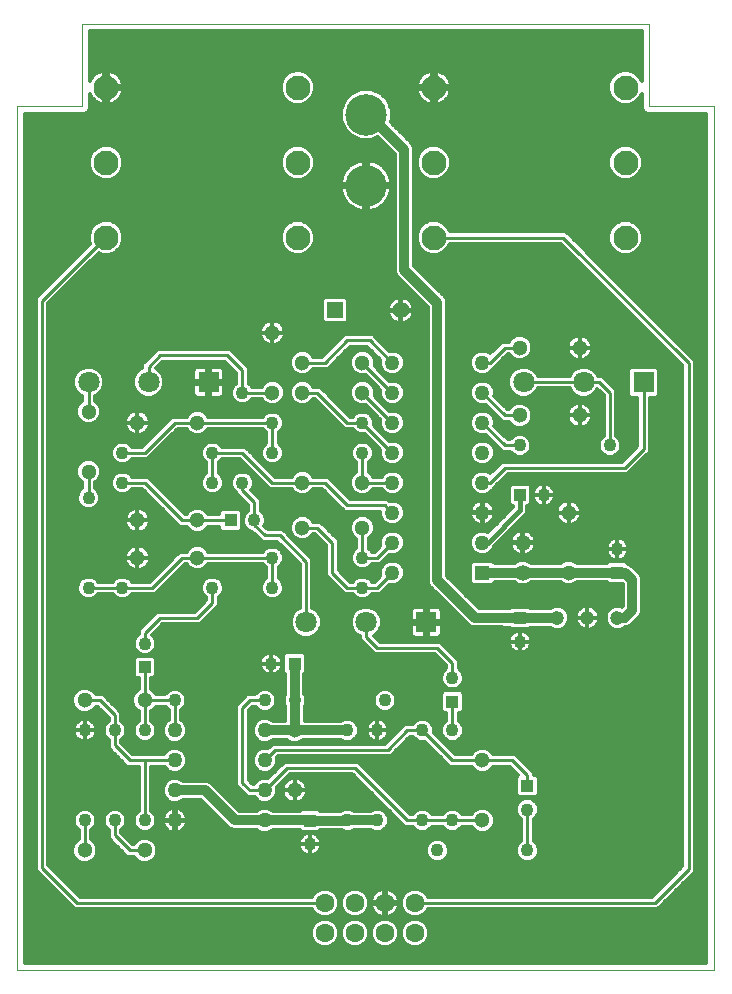
<source format=gbl>
G75*
%MOIN*%
%OFA0B0*%
%FSLAX25Y25*%
%IPPOS*%
%LPD*%
%AMOC8*
5,1,8,0,0,1.08239X$1,22.5*
%
%ADD10R,0.07087X0.07087*%
%ADD11C,0.07087*%
%ADD12C,0.08268*%
%ADD13C,0.05512*%
%ADD14R,0.05512X0.05512*%
%ADD15R,0.04331X0.04331*%
%ADD16C,0.04331*%
%ADD17C,0.13843*%
%ADD18C,0.06299*%
%ADD19C,0.05118*%
%ADD20C,0.04700*%
%ADD21C,0.05000*%
%ADD22R,0.05000X0.05000*%
%ADD23C,0.05200*%
%ADD24C,0.00000*%
%ADD25C,0.01200*%
%ADD26C,0.03346*%
%ADD27C,0.01000*%
%ADD28C,0.03200*%
%ADD29C,0.01600*%
D10*
X0141250Y0151063D03*
X0213750Y0231063D03*
X0068750Y0231063D03*
D11*
X0048750Y0231063D03*
X0028750Y0231063D03*
X0101250Y0151063D03*
X0121250Y0151063D03*
X0173750Y0231063D03*
X0193750Y0231063D03*
D12*
X0207699Y0279250D03*
X0207699Y0304250D03*
X0207699Y0329250D03*
X0143801Y0329250D03*
X0143801Y0304250D03*
X0143801Y0279250D03*
X0098449Y0279250D03*
X0098449Y0304250D03*
X0098449Y0329250D03*
X0034551Y0329250D03*
X0034551Y0304250D03*
X0034551Y0279250D03*
D13*
X0132750Y0255000D03*
D14*
X0111000Y0255000D03*
D15*
X0076060Y0185000D03*
X0097430Y0137245D03*
X0102505Y0084930D03*
X0150000Y0124560D03*
X0172505Y0152430D03*
X0172570Y0193505D03*
X0204995Y0167570D03*
X0175000Y0096440D03*
X0047500Y0136060D03*
D16*
X0047500Y0143940D03*
X0040000Y0162500D03*
X0028750Y0162500D03*
X0028750Y0192500D03*
X0040000Y0197500D03*
X0040000Y0207500D03*
X0070000Y0207500D03*
X0070000Y0197500D03*
X0080000Y0197500D03*
X0083940Y0185000D03*
X0090000Y0172500D03*
X0090000Y0162500D03*
X0089570Y0137248D03*
X0087500Y0125000D03*
X0097500Y0125000D03*
X0115000Y0115000D03*
X0125000Y0115000D03*
X0127500Y0125000D03*
X0140000Y0115000D03*
X0150000Y0115000D03*
X0150000Y0132440D03*
X0172502Y0144570D03*
X0204998Y0175430D03*
X0180430Y0193502D03*
X0172500Y0210000D03*
X0202500Y0210000D03*
X0120000Y0207500D03*
X0120000Y0217500D03*
X0120000Y0172500D03*
X0120000Y0162500D03*
X0090000Y0207500D03*
X0090000Y0217500D03*
X0080000Y0227500D03*
X0070000Y0162500D03*
X0057500Y0125000D03*
X0047500Y0115000D03*
X0037500Y0115000D03*
X0027500Y0115000D03*
X0027500Y0085000D03*
X0037500Y0085000D03*
X0047500Y0085000D03*
X0102502Y0077070D03*
X0115000Y0085000D03*
X0125000Y0085000D03*
X0140000Y0085000D03*
X0145000Y0075000D03*
X0150000Y0085000D03*
X0175000Y0088560D03*
X0175000Y0075000D03*
D17*
X0121250Y0296563D03*
X0121250Y0320185D03*
D18*
X0117500Y0057500D03*
X0117500Y0047500D03*
X0127500Y0047500D03*
X0127500Y0057500D03*
X0137500Y0057500D03*
X0137500Y0047500D03*
X0107500Y0047500D03*
X0107500Y0057500D03*
D19*
X0097500Y0095000D03*
X0097500Y0115000D03*
X0065000Y0172500D03*
X0065000Y0185000D03*
X0045000Y0185000D03*
X0045000Y0172500D03*
X0028750Y0201250D03*
X0028750Y0221250D03*
X0045000Y0217500D03*
X0065000Y0217500D03*
X0090000Y0227500D03*
X0100000Y0227500D03*
X0100000Y0237500D03*
X0090000Y0247500D03*
X0120000Y0237500D03*
X0120000Y0227500D03*
X0120000Y0197500D03*
X0120000Y0182500D03*
X0100000Y0182500D03*
X0100000Y0197500D03*
X0047500Y0125000D03*
X0027500Y0125000D03*
X0027500Y0075000D03*
X0047500Y0075000D03*
X0160000Y0085000D03*
X0160000Y0105000D03*
X0188750Y0167500D03*
X0188750Y0187500D03*
X0192500Y0220000D03*
X0192500Y0242500D03*
X0172500Y0242500D03*
X0172500Y0220000D03*
D20*
X0185000Y0152500D03*
X0195000Y0152500D03*
X0205000Y0152500D03*
D21*
X0160000Y0177500D03*
X0160000Y0187500D03*
X0160000Y0197500D03*
X0160000Y0207500D03*
X0160000Y0217500D03*
X0160000Y0227500D03*
X0160000Y0237500D03*
X0130000Y0237500D03*
X0130000Y0227500D03*
X0130000Y0217500D03*
X0130000Y0207500D03*
X0130000Y0197500D03*
X0130000Y0187500D03*
X0130000Y0177500D03*
X0130000Y0167500D03*
X0087500Y0115000D03*
X0087500Y0105000D03*
X0087500Y0095000D03*
X0087500Y0085000D03*
X0057500Y0085000D03*
X0057500Y0095000D03*
X0057500Y0105000D03*
X0057500Y0115000D03*
D22*
X0160000Y0167500D03*
D23*
X0173500Y0167500D03*
X0173500Y0177500D03*
D24*
X0237283Y0035000D02*
X0005000Y0035000D01*
X0005000Y0323031D01*
X0026654Y0323031D01*
X0026654Y0350591D01*
X0215630Y0350591D01*
X0215630Y0323031D01*
X0237283Y0323031D01*
X0237283Y0035000D01*
D25*
X0234683Y0037600D02*
X0007600Y0037600D01*
X0007600Y0320431D01*
X0027171Y0320431D01*
X0028126Y0320827D01*
X0028858Y0321559D01*
X0029254Y0322514D01*
X0029254Y0327017D01*
X0029647Y0326245D01*
X0030178Y0325515D01*
X0030816Y0324876D01*
X0031546Y0324346D01*
X0032350Y0323936D01*
X0033208Y0323657D01*
X0033951Y0323540D01*
X0033951Y0328650D01*
X0035151Y0328650D01*
X0035151Y0323540D01*
X0035894Y0323657D01*
X0036752Y0323936D01*
X0037556Y0324346D01*
X0038287Y0324876D01*
X0038925Y0325515D01*
X0039455Y0326245D01*
X0039865Y0327049D01*
X0040144Y0327907D01*
X0040261Y0328650D01*
X0035151Y0328650D01*
X0035151Y0329850D01*
X0033951Y0329850D01*
X0033951Y0334960D01*
X0033208Y0334843D01*
X0032350Y0334564D01*
X0031546Y0334154D01*
X0030816Y0333624D01*
X0030178Y0332985D01*
X0029647Y0332255D01*
X0029254Y0331483D01*
X0029254Y0347991D01*
X0213030Y0347991D01*
X0213030Y0331363D01*
X0212560Y0332498D01*
X0210947Y0334111D01*
X0208839Y0334984D01*
X0206558Y0334984D01*
X0204451Y0334111D01*
X0202838Y0332498D01*
X0201965Y0330391D01*
X0201965Y0328109D01*
X0202838Y0326002D01*
X0204451Y0324389D01*
X0206558Y0323516D01*
X0208839Y0323516D01*
X0210947Y0324389D01*
X0212560Y0326002D01*
X0213030Y0327137D01*
X0213030Y0322514D01*
X0213426Y0321559D01*
X0214157Y0320827D01*
X0215113Y0320431D01*
X0234683Y0320431D01*
X0234683Y0037600D01*
X0234683Y0037640D02*
X0007600Y0037640D01*
X0007600Y0038839D02*
X0234683Y0038839D01*
X0234683Y0040037D02*
X0007600Y0040037D01*
X0007600Y0041236D02*
X0234683Y0041236D01*
X0234683Y0042434D02*
X0007600Y0042434D01*
X0007600Y0043633D02*
X0104650Y0043633D01*
X0104810Y0043473D02*
X0106555Y0042750D01*
X0108445Y0042750D01*
X0110190Y0043473D01*
X0111527Y0044810D01*
X0112250Y0046555D01*
X0112250Y0048445D01*
X0111527Y0050190D01*
X0110190Y0051527D01*
X0108445Y0052250D01*
X0106555Y0052250D01*
X0104810Y0051527D01*
X0103473Y0050190D01*
X0102750Y0048445D01*
X0102750Y0046555D01*
X0103473Y0044810D01*
X0104810Y0043473D01*
X0103464Y0044831D02*
X0007600Y0044831D01*
X0007600Y0046030D02*
X0102968Y0046030D01*
X0102750Y0047228D02*
X0007600Y0047228D01*
X0007600Y0048427D02*
X0102750Y0048427D01*
X0103239Y0049625D02*
X0007600Y0049625D01*
X0007600Y0050824D02*
X0104107Y0050824D01*
X0106007Y0052022D02*
X0007600Y0052022D01*
X0007600Y0053221D02*
X0105419Y0053221D01*
X0104810Y0053473D02*
X0106555Y0052750D01*
X0108445Y0052750D01*
X0110190Y0053473D01*
X0111527Y0054810D01*
X0112250Y0056555D01*
X0112250Y0058445D01*
X0111527Y0060190D01*
X0110190Y0061527D01*
X0108445Y0062250D01*
X0106555Y0062250D01*
X0104810Y0061527D01*
X0103473Y0060190D01*
X0103229Y0059600D01*
X0025870Y0059600D01*
X0015350Y0070120D01*
X0015350Y0257380D01*
X0032050Y0274080D01*
X0033411Y0273516D01*
X0035692Y0273516D01*
X0037799Y0274389D01*
X0039412Y0276002D01*
X0040285Y0278109D01*
X0040285Y0280391D01*
X0039412Y0282498D01*
X0037799Y0284111D01*
X0035692Y0284984D01*
X0033411Y0284984D01*
X0031303Y0284111D01*
X0029690Y0282498D01*
X0028817Y0280391D01*
X0028817Y0278109D01*
X0029205Y0277174D01*
X0012380Y0260350D01*
X0011150Y0259120D01*
X0011150Y0068380D01*
X0024130Y0055400D01*
X0103229Y0055400D01*
X0103473Y0054810D01*
X0104810Y0053473D01*
X0103864Y0054419D02*
X0007600Y0054419D01*
X0007600Y0055618D02*
X0023912Y0055618D01*
X0022714Y0056816D02*
X0007600Y0056816D01*
X0007600Y0058015D02*
X0021515Y0058015D01*
X0020317Y0059213D02*
X0007600Y0059213D01*
X0007600Y0060412D02*
X0019118Y0060412D01*
X0017920Y0061610D02*
X0007600Y0061610D01*
X0007600Y0062809D02*
X0016721Y0062809D01*
X0015523Y0064007D02*
X0007600Y0064007D01*
X0007600Y0065206D02*
X0014324Y0065206D01*
X0013126Y0066404D02*
X0007600Y0066404D01*
X0007600Y0067603D02*
X0011927Y0067603D01*
X0011150Y0068801D02*
X0007600Y0068801D01*
X0007600Y0070000D02*
X0011150Y0070000D01*
X0011150Y0071199D02*
X0007600Y0071199D01*
X0007600Y0072397D02*
X0011150Y0072397D01*
X0011150Y0073596D02*
X0007600Y0073596D01*
X0007600Y0074794D02*
X0011150Y0074794D01*
X0011150Y0075993D02*
X0007600Y0075993D01*
X0007600Y0077191D02*
X0011150Y0077191D01*
X0011150Y0078390D02*
X0007600Y0078390D01*
X0007600Y0079588D02*
X0011150Y0079588D01*
X0011150Y0080787D02*
X0007600Y0080787D01*
X0007600Y0081985D02*
X0011150Y0081985D01*
X0011150Y0083184D02*
X0007600Y0083184D01*
X0007600Y0084382D02*
X0011150Y0084382D01*
X0011150Y0085581D02*
X0007600Y0085581D01*
X0007600Y0086779D02*
X0011150Y0086779D01*
X0011150Y0087978D02*
X0007600Y0087978D01*
X0007600Y0089176D02*
X0011150Y0089176D01*
X0011150Y0090375D02*
X0007600Y0090375D01*
X0007600Y0091573D02*
X0011150Y0091573D01*
X0011150Y0092772D02*
X0007600Y0092772D01*
X0007600Y0093970D02*
X0011150Y0093970D01*
X0011150Y0095169D02*
X0007600Y0095169D01*
X0007600Y0096367D02*
X0011150Y0096367D01*
X0011150Y0097566D02*
X0007600Y0097566D01*
X0007600Y0098764D02*
X0011150Y0098764D01*
X0011150Y0099963D02*
X0007600Y0099963D01*
X0007600Y0101161D02*
X0011150Y0101161D01*
X0011150Y0102360D02*
X0007600Y0102360D01*
X0007600Y0103558D02*
X0011150Y0103558D01*
X0011150Y0104757D02*
X0007600Y0104757D01*
X0007600Y0105955D02*
X0011150Y0105955D01*
X0011150Y0107154D02*
X0007600Y0107154D01*
X0007600Y0108352D02*
X0011150Y0108352D01*
X0011150Y0109551D02*
X0007600Y0109551D01*
X0007600Y0110749D02*
X0011150Y0110749D01*
X0011150Y0111948D02*
X0007600Y0111948D01*
X0007600Y0113146D02*
X0011150Y0113146D01*
X0011150Y0114345D02*
X0007600Y0114345D01*
X0007600Y0115543D02*
X0011150Y0115543D01*
X0011150Y0116742D02*
X0007600Y0116742D01*
X0007600Y0117940D02*
X0011150Y0117940D01*
X0011150Y0119139D02*
X0007600Y0119139D01*
X0007600Y0120337D02*
X0011150Y0120337D01*
X0011150Y0121536D02*
X0007600Y0121536D01*
X0007600Y0122734D02*
X0011150Y0122734D01*
X0011150Y0123933D02*
X0007600Y0123933D01*
X0007600Y0125132D02*
X0011150Y0125132D01*
X0011150Y0126330D02*
X0007600Y0126330D01*
X0007600Y0127529D02*
X0011150Y0127529D01*
X0011150Y0128727D02*
X0007600Y0128727D01*
X0007600Y0129926D02*
X0011150Y0129926D01*
X0011150Y0131124D02*
X0007600Y0131124D01*
X0007600Y0132323D02*
X0011150Y0132323D01*
X0011150Y0133521D02*
X0007600Y0133521D01*
X0007600Y0134720D02*
X0011150Y0134720D01*
X0011150Y0135918D02*
X0007600Y0135918D01*
X0007600Y0137117D02*
X0011150Y0137117D01*
X0011150Y0138315D02*
X0007600Y0138315D01*
X0007600Y0139514D02*
X0011150Y0139514D01*
X0011150Y0140712D02*
X0007600Y0140712D01*
X0007600Y0141911D02*
X0011150Y0141911D01*
X0011150Y0143109D02*
X0007600Y0143109D01*
X0007600Y0144308D02*
X0011150Y0144308D01*
X0011150Y0145506D02*
X0007600Y0145506D01*
X0007600Y0146705D02*
X0011150Y0146705D01*
X0011150Y0147903D02*
X0007600Y0147903D01*
X0007600Y0149102D02*
X0011150Y0149102D01*
X0011150Y0150300D02*
X0007600Y0150300D01*
X0007600Y0151499D02*
X0011150Y0151499D01*
X0011150Y0152697D02*
X0007600Y0152697D01*
X0007600Y0153896D02*
X0011150Y0153896D01*
X0011150Y0155094D02*
X0007600Y0155094D01*
X0007600Y0156293D02*
X0011150Y0156293D01*
X0011150Y0157491D02*
X0007600Y0157491D01*
X0007600Y0158690D02*
X0011150Y0158690D01*
X0011150Y0159888D02*
X0007600Y0159888D01*
X0007600Y0161087D02*
X0011150Y0161087D01*
X0011150Y0162285D02*
X0007600Y0162285D01*
X0007600Y0163484D02*
X0011150Y0163484D01*
X0011150Y0164682D02*
X0007600Y0164682D01*
X0007600Y0165881D02*
X0011150Y0165881D01*
X0011150Y0167079D02*
X0007600Y0167079D01*
X0007600Y0168278D02*
X0011150Y0168278D01*
X0011150Y0169476D02*
X0007600Y0169476D01*
X0007600Y0170675D02*
X0011150Y0170675D01*
X0011150Y0171873D02*
X0007600Y0171873D01*
X0007600Y0173072D02*
X0011150Y0173072D01*
X0011150Y0174270D02*
X0007600Y0174270D01*
X0007600Y0175469D02*
X0011150Y0175469D01*
X0011150Y0176668D02*
X0007600Y0176668D01*
X0007600Y0177866D02*
X0011150Y0177866D01*
X0011150Y0179065D02*
X0007600Y0179065D01*
X0007600Y0180263D02*
X0011150Y0180263D01*
X0011150Y0181462D02*
X0007600Y0181462D01*
X0007600Y0182660D02*
X0011150Y0182660D01*
X0011150Y0183859D02*
X0007600Y0183859D01*
X0007600Y0185057D02*
X0011150Y0185057D01*
X0011150Y0186256D02*
X0007600Y0186256D01*
X0007600Y0187454D02*
X0011150Y0187454D01*
X0011150Y0188653D02*
X0007600Y0188653D01*
X0007600Y0189851D02*
X0011150Y0189851D01*
X0011150Y0191050D02*
X0007600Y0191050D01*
X0007600Y0192248D02*
X0011150Y0192248D01*
X0011150Y0193447D02*
X0007600Y0193447D01*
X0007600Y0194645D02*
X0011150Y0194645D01*
X0011150Y0195844D02*
X0007600Y0195844D01*
X0007600Y0197042D02*
X0011150Y0197042D01*
X0011150Y0198241D02*
X0007600Y0198241D01*
X0007600Y0199439D02*
X0011150Y0199439D01*
X0011150Y0200638D02*
X0007600Y0200638D01*
X0007600Y0201836D02*
X0011150Y0201836D01*
X0011150Y0203035D02*
X0007600Y0203035D01*
X0007600Y0204233D02*
X0011150Y0204233D01*
X0011150Y0205432D02*
X0007600Y0205432D01*
X0007600Y0206630D02*
X0011150Y0206630D01*
X0011150Y0207829D02*
X0007600Y0207829D01*
X0007600Y0209027D02*
X0011150Y0209027D01*
X0011150Y0210226D02*
X0007600Y0210226D01*
X0007600Y0211424D02*
X0011150Y0211424D01*
X0011150Y0212623D02*
X0007600Y0212623D01*
X0007600Y0213821D02*
X0011150Y0213821D01*
X0011150Y0215020D02*
X0007600Y0215020D01*
X0007600Y0216218D02*
X0011150Y0216218D01*
X0011150Y0217417D02*
X0007600Y0217417D01*
X0007600Y0218615D02*
X0011150Y0218615D01*
X0011150Y0219814D02*
X0007600Y0219814D01*
X0007600Y0221012D02*
X0011150Y0221012D01*
X0011150Y0222211D02*
X0007600Y0222211D01*
X0007600Y0223409D02*
X0011150Y0223409D01*
X0011150Y0224608D02*
X0007600Y0224608D01*
X0007600Y0225806D02*
X0011150Y0225806D01*
X0011150Y0227005D02*
X0007600Y0227005D01*
X0007600Y0228203D02*
X0011150Y0228203D01*
X0011150Y0229402D02*
X0007600Y0229402D01*
X0007600Y0230601D02*
X0011150Y0230601D01*
X0011150Y0231799D02*
X0007600Y0231799D01*
X0007600Y0232998D02*
X0011150Y0232998D01*
X0011150Y0234196D02*
X0007600Y0234196D01*
X0007600Y0235395D02*
X0011150Y0235395D01*
X0011150Y0236593D02*
X0007600Y0236593D01*
X0007600Y0237792D02*
X0011150Y0237792D01*
X0011150Y0238990D02*
X0007600Y0238990D01*
X0007600Y0240189D02*
X0011150Y0240189D01*
X0011150Y0241387D02*
X0007600Y0241387D01*
X0007600Y0242586D02*
X0011150Y0242586D01*
X0011150Y0243784D02*
X0007600Y0243784D01*
X0007600Y0244983D02*
X0011150Y0244983D01*
X0011150Y0246181D02*
X0007600Y0246181D01*
X0007600Y0247380D02*
X0011150Y0247380D01*
X0011150Y0248578D02*
X0007600Y0248578D01*
X0007600Y0249777D02*
X0011150Y0249777D01*
X0011150Y0250975D02*
X0007600Y0250975D01*
X0007600Y0252174D02*
X0011150Y0252174D01*
X0011150Y0253372D02*
X0007600Y0253372D01*
X0007600Y0254571D02*
X0011150Y0254571D01*
X0011150Y0255769D02*
X0007600Y0255769D01*
X0007600Y0256968D02*
X0011150Y0256968D01*
X0011150Y0258166D02*
X0007600Y0258166D01*
X0007600Y0259365D02*
X0011395Y0259365D01*
X0012593Y0260563D02*
X0007600Y0260563D01*
X0007600Y0261762D02*
X0013792Y0261762D01*
X0014990Y0262960D02*
X0007600Y0262960D01*
X0007600Y0264159D02*
X0016189Y0264159D01*
X0017388Y0265357D02*
X0007600Y0265357D01*
X0007600Y0266556D02*
X0018586Y0266556D01*
X0019785Y0267754D02*
X0007600Y0267754D01*
X0007600Y0268953D02*
X0020983Y0268953D01*
X0022182Y0270151D02*
X0007600Y0270151D01*
X0007600Y0271350D02*
X0023380Y0271350D01*
X0024579Y0272548D02*
X0007600Y0272548D01*
X0007600Y0273747D02*
X0025777Y0273747D01*
X0026976Y0274945D02*
X0007600Y0274945D01*
X0007600Y0276144D02*
X0028174Y0276144D01*
X0029135Y0277342D02*
X0007600Y0277342D01*
X0007600Y0278541D02*
X0028817Y0278541D01*
X0028817Y0279739D02*
X0007600Y0279739D01*
X0007600Y0280938D02*
X0029044Y0280938D01*
X0029541Y0282137D02*
X0007600Y0282137D01*
X0007600Y0283335D02*
X0030527Y0283335D01*
X0032323Y0284534D02*
X0007600Y0284534D01*
X0007600Y0285732D02*
X0130800Y0285732D01*
X0130800Y0284534D02*
X0100677Y0284534D01*
X0101697Y0284111D02*
X0099589Y0284984D01*
X0097308Y0284984D01*
X0095201Y0284111D01*
X0093588Y0282498D01*
X0092715Y0280391D01*
X0092715Y0278109D01*
X0093588Y0276002D01*
X0095201Y0274389D01*
X0097308Y0273516D01*
X0099589Y0273516D01*
X0101697Y0274389D01*
X0103310Y0276002D01*
X0104183Y0278109D01*
X0104183Y0280391D01*
X0103310Y0282498D01*
X0101697Y0284111D01*
X0102473Y0283335D02*
X0130800Y0283335D01*
X0130800Y0282137D02*
X0103459Y0282137D01*
X0103956Y0280938D02*
X0130800Y0280938D01*
X0130800Y0279739D02*
X0104183Y0279739D01*
X0104183Y0278541D02*
X0130800Y0278541D01*
X0130800Y0277342D02*
X0103865Y0277342D01*
X0103369Y0276144D02*
X0130800Y0276144D01*
X0130800Y0274945D02*
X0102253Y0274945D01*
X0100147Y0273747D02*
X0130800Y0273747D01*
X0130800Y0272548D02*
X0030518Y0272548D01*
X0029320Y0271350D02*
X0130800Y0271350D01*
X0130800Y0270151D02*
X0028121Y0270151D01*
X0026923Y0268953D02*
X0130800Y0268953D01*
X0130800Y0267863D02*
X0131287Y0266687D01*
X0141800Y0256175D01*
X0141800Y0164363D01*
X0142287Y0163187D01*
X0154787Y0150687D01*
X0155687Y0149787D01*
X0156863Y0149300D01*
X0164920Y0149300D01*
X0169080Y0149262D01*
X0169677Y0148665D01*
X0175333Y0148665D01*
X0175898Y0149230D01*
X0179316Y0149230D01*
X0179338Y0149222D01*
X0179952Y0149230D01*
X0180567Y0149230D01*
X0180588Y0149239D01*
X0182647Y0149267D01*
X0182762Y0149151D01*
X0184214Y0148550D01*
X0185786Y0148550D01*
X0187237Y0149151D01*
X0188349Y0150263D01*
X0188950Y0151714D01*
X0188950Y0153286D01*
X0188349Y0154737D01*
X0187237Y0155849D01*
X0185786Y0156450D01*
X0184214Y0156450D01*
X0182762Y0155849D01*
X0182581Y0155667D01*
X0179908Y0155630D01*
X0175898Y0155630D01*
X0175333Y0156195D01*
X0169677Y0156195D01*
X0169143Y0155661D01*
X0165586Y0155694D01*
X0165572Y0155700D01*
X0164950Y0155700D01*
X0164328Y0155706D01*
X0164314Y0155700D01*
X0158825Y0155700D01*
X0148200Y0166325D01*
X0148200Y0258137D01*
X0147713Y0259313D01*
X0137200Y0269825D01*
X0137200Y0309137D01*
X0136713Y0310313D01*
X0129409Y0317616D01*
X0129771Y0318490D01*
X0129771Y0321880D01*
X0128474Y0325012D01*
X0126077Y0327409D01*
X0122945Y0328706D01*
X0119555Y0328706D01*
X0116423Y0327409D01*
X0114026Y0325012D01*
X0112729Y0321880D01*
X0112729Y0318490D01*
X0114026Y0315358D01*
X0116423Y0312961D01*
X0119555Y0311664D01*
X0122945Y0311664D01*
X0125325Y0312650D01*
X0130800Y0307175D01*
X0130800Y0267863D01*
X0130845Y0267754D02*
X0025724Y0267754D01*
X0024526Y0266556D02*
X0131419Y0266556D01*
X0132617Y0265357D02*
X0023327Y0265357D01*
X0022129Y0264159D02*
X0133816Y0264159D01*
X0135014Y0262960D02*
X0020930Y0262960D01*
X0019732Y0261762D02*
X0136213Y0261762D01*
X0137411Y0260563D02*
X0018533Y0260563D01*
X0017335Y0259365D02*
X0138610Y0259365D01*
X0139808Y0258166D02*
X0135744Y0258166D01*
X0135588Y0258322D02*
X0135033Y0258725D01*
X0134422Y0259037D01*
X0133770Y0259249D01*
X0133093Y0259356D01*
X0132839Y0259356D01*
X0132839Y0255089D01*
X0137106Y0255089D01*
X0137106Y0255343D01*
X0136999Y0256020D01*
X0136787Y0256672D01*
X0136475Y0257283D01*
X0136072Y0257838D01*
X0135588Y0258322D01*
X0136636Y0256968D02*
X0141007Y0256968D01*
X0141800Y0255769D02*
X0137038Y0255769D01*
X0137106Y0254911D02*
X0132839Y0254911D01*
X0132839Y0255089D01*
X0132661Y0255089D01*
X0132661Y0259356D01*
X0132407Y0259356D01*
X0131730Y0259249D01*
X0131078Y0259037D01*
X0130467Y0258725D01*
X0129912Y0258322D01*
X0129427Y0257838D01*
X0129024Y0257283D01*
X0128713Y0256672D01*
X0128501Y0256020D01*
X0128394Y0255343D01*
X0128394Y0255089D01*
X0132661Y0255089D01*
X0132661Y0254911D01*
X0132839Y0254911D01*
X0132839Y0250644D01*
X0133093Y0250644D01*
X0133770Y0250751D01*
X0134422Y0250963D01*
X0135033Y0251274D01*
X0135588Y0251677D01*
X0136072Y0252162D01*
X0136475Y0252717D01*
X0136787Y0253328D01*
X0136999Y0253980D01*
X0137106Y0254657D01*
X0137106Y0254911D01*
X0137092Y0254571D02*
X0141800Y0254571D01*
X0141800Y0253372D02*
X0136801Y0253372D01*
X0136081Y0252174D02*
X0141800Y0252174D01*
X0141800Y0250975D02*
X0134446Y0250975D01*
X0132839Y0250975D02*
X0132661Y0250975D01*
X0132661Y0250644D02*
X0132661Y0254911D01*
X0128394Y0254911D01*
X0128394Y0254657D01*
X0128501Y0253980D01*
X0128713Y0253328D01*
X0129024Y0252717D01*
X0129427Y0252162D01*
X0129912Y0251677D01*
X0130467Y0251274D01*
X0131078Y0250963D01*
X0131730Y0250751D01*
X0132407Y0250644D01*
X0132661Y0250644D01*
X0132661Y0252174D02*
X0132839Y0252174D01*
X0132839Y0253372D02*
X0132661Y0253372D01*
X0132661Y0254571D02*
X0132839Y0254571D01*
X0132839Y0255769D02*
X0132661Y0255769D01*
X0132661Y0256968D02*
X0132839Y0256968D01*
X0132839Y0258166D02*
X0132661Y0258166D01*
X0129756Y0258166D02*
X0115356Y0258166D01*
X0115356Y0258419D02*
X0114419Y0259356D01*
X0107581Y0259356D01*
X0106644Y0258419D01*
X0106644Y0251581D01*
X0107581Y0250644D01*
X0114419Y0250644D01*
X0115356Y0251581D01*
X0115356Y0258419D01*
X0115356Y0256968D02*
X0128864Y0256968D01*
X0128462Y0255769D02*
X0115356Y0255769D01*
X0115356Y0254571D02*
X0128408Y0254571D01*
X0128699Y0253372D02*
X0115356Y0253372D01*
X0115356Y0252174D02*
X0129419Y0252174D01*
X0131054Y0250975D02*
X0114750Y0250975D01*
X0114130Y0247100D02*
X0112900Y0245870D01*
X0106630Y0239600D01*
X0103632Y0239600D01*
X0103526Y0239856D01*
X0102356Y0241026D01*
X0100827Y0241659D01*
X0099173Y0241659D01*
X0097644Y0241026D01*
X0096474Y0239856D01*
X0095841Y0238327D01*
X0095841Y0236673D01*
X0096474Y0235144D01*
X0097644Y0233974D01*
X0099173Y0233341D01*
X0100827Y0233341D01*
X0102356Y0233974D01*
X0103526Y0235144D01*
X0103632Y0235400D01*
X0108370Y0235400D01*
X0115870Y0242900D01*
X0121630Y0242900D01*
X0125992Y0238538D01*
X0125900Y0238316D01*
X0125900Y0236684D01*
X0126524Y0235178D01*
X0127678Y0234024D01*
X0129184Y0233400D01*
X0130816Y0233400D01*
X0132322Y0234024D01*
X0133476Y0235178D01*
X0134100Y0236684D01*
X0134100Y0238316D01*
X0133476Y0239822D01*
X0132322Y0240976D01*
X0130816Y0241600D01*
X0129184Y0241600D01*
X0128962Y0241508D01*
X0123370Y0247100D01*
X0114130Y0247100D01*
X0113211Y0246181D02*
X0093945Y0246181D01*
X0093854Y0245903D02*
X0094057Y0246526D01*
X0094159Y0247173D01*
X0094159Y0247500D01*
X0094159Y0247827D01*
X0094057Y0248474D01*
X0093854Y0249097D01*
X0093557Y0249680D01*
X0093172Y0250209D01*
X0092709Y0250672D01*
X0092180Y0251057D01*
X0091597Y0251354D01*
X0090974Y0251557D01*
X0090327Y0251659D01*
X0090000Y0251659D01*
X0090000Y0247500D01*
X0090000Y0247500D01*
X0094159Y0247500D01*
X0090000Y0247500D01*
X0090000Y0247500D01*
X0090000Y0247500D01*
X0085841Y0247500D01*
X0085841Y0247827D01*
X0085943Y0248474D01*
X0086146Y0249097D01*
X0086443Y0249680D01*
X0086828Y0250209D01*
X0087291Y0250672D01*
X0087820Y0251057D01*
X0088403Y0251354D01*
X0089026Y0251557D01*
X0089673Y0251659D01*
X0090000Y0251659D01*
X0090000Y0247500D01*
X0090000Y0243341D01*
X0090327Y0243341D01*
X0090974Y0243443D01*
X0091597Y0243646D01*
X0092180Y0243943D01*
X0092709Y0244328D01*
X0093172Y0244791D01*
X0093557Y0245320D01*
X0093854Y0245903D01*
X0093312Y0244983D02*
X0112013Y0244983D01*
X0110814Y0243784D02*
X0091868Y0243784D01*
X0090000Y0243784D02*
X0090000Y0243784D01*
X0090000Y0243341D02*
X0090000Y0247500D01*
X0090000Y0247500D01*
X0085841Y0247500D01*
X0085841Y0247173D01*
X0085943Y0246526D01*
X0086146Y0245903D01*
X0086443Y0245320D01*
X0086828Y0244791D01*
X0087291Y0244328D01*
X0087820Y0243943D01*
X0088403Y0243646D01*
X0089026Y0243443D01*
X0089673Y0243341D01*
X0090000Y0243341D01*
X0090000Y0244983D02*
X0090000Y0244983D01*
X0090000Y0246181D02*
X0090000Y0246181D01*
X0090000Y0247380D02*
X0090000Y0247380D01*
X0090000Y0248578D02*
X0090000Y0248578D01*
X0090000Y0249777D02*
X0090000Y0249777D01*
X0090000Y0250975D02*
X0090000Y0250975D01*
X0087707Y0250975D02*
X0015350Y0250975D01*
X0015350Y0249777D02*
X0086513Y0249777D01*
X0085977Y0248578D02*
X0015350Y0248578D01*
X0015350Y0247380D02*
X0085841Y0247380D01*
X0086055Y0246181D02*
X0015350Y0246181D01*
X0015350Y0244983D02*
X0086688Y0244983D01*
X0088132Y0243784D02*
X0015350Y0243784D01*
X0015350Y0242586D02*
X0109616Y0242586D01*
X0108417Y0241387D02*
X0101484Y0241387D01*
X0103193Y0240189D02*
X0107219Y0240189D01*
X0109563Y0236593D02*
X0115874Y0236593D01*
X0115841Y0236673D02*
X0116474Y0235144D01*
X0117644Y0233974D01*
X0119173Y0233341D01*
X0120827Y0233341D01*
X0121083Y0233447D01*
X0125992Y0228538D01*
X0125900Y0228316D01*
X0125900Y0226684D01*
X0126524Y0225178D01*
X0127678Y0224024D01*
X0129184Y0223400D01*
X0130816Y0223400D01*
X0132322Y0224024D01*
X0133476Y0225178D01*
X0134100Y0226684D01*
X0134100Y0228316D01*
X0133476Y0229822D01*
X0132322Y0230976D01*
X0130816Y0231600D01*
X0129184Y0231600D01*
X0128962Y0231508D01*
X0124053Y0236417D01*
X0124159Y0236673D01*
X0124159Y0238327D01*
X0123526Y0239856D01*
X0122356Y0241026D01*
X0120827Y0241659D01*
X0119173Y0241659D01*
X0117644Y0241026D01*
X0116474Y0239856D01*
X0115841Y0238327D01*
X0115841Y0236673D01*
X0115841Y0237792D02*
X0110761Y0237792D01*
X0111960Y0238990D02*
X0116116Y0238990D01*
X0116807Y0240189D02*
X0113158Y0240189D01*
X0114357Y0241387D02*
X0118516Y0241387D01*
X0121484Y0241387D02*
X0123143Y0241387D01*
X0123193Y0240189D02*
X0124342Y0240189D01*
X0123884Y0238990D02*
X0125540Y0238990D01*
X0125900Y0237792D02*
X0124159Y0237792D01*
X0124126Y0236593D02*
X0125938Y0236593D01*
X0126434Y0235395D02*
X0125075Y0235395D01*
X0126274Y0234196D02*
X0127506Y0234196D01*
X0127472Y0232998D02*
X0141800Y0232998D01*
X0141800Y0234196D02*
X0132494Y0234196D01*
X0133566Y0235395D02*
X0141800Y0235395D01*
X0141800Y0236593D02*
X0134062Y0236593D01*
X0134100Y0237792D02*
X0141800Y0237792D01*
X0141800Y0238990D02*
X0133821Y0238990D01*
X0133110Y0240189D02*
X0141800Y0240189D01*
X0141800Y0241387D02*
X0131329Y0241387D01*
X0127884Y0242586D02*
X0141800Y0242586D01*
X0141800Y0243784D02*
X0126686Y0243784D01*
X0125487Y0244983D02*
X0141800Y0244983D01*
X0141800Y0246181D02*
X0124289Y0246181D01*
X0121945Y0242586D02*
X0115555Y0242586D01*
X0116370Y0235395D02*
X0103630Y0235395D01*
X0102578Y0234196D02*
X0117422Y0234196D01*
X0119173Y0231659D02*
X0117644Y0231026D01*
X0116474Y0229856D01*
X0115841Y0228327D01*
X0115841Y0226673D01*
X0116474Y0225144D01*
X0117644Y0223974D01*
X0119173Y0223341D01*
X0120827Y0223341D01*
X0121083Y0223447D01*
X0125992Y0218538D01*
X0125900Y0218316D01*
X0125900Y0216684D01*
X0126524Y0215178D01*
X0127678Y0214024D01*
X0129184Y0213400D01*
X0130816Y0213400D01*
X0132322Y0214024D01*
X0133476Y0215178D01*
X0134100Y0216684D01*
X0134100Y0218316D01*
X0133476Y0219822D01*
X0132322Y0220976D01*
X0130816Y0221600D01*
X0129184Y0221600D01*
X0128962Y0221508D01*
X0124053Y0226417D01*
X0124159Y0226673D01*
X0124159Y0228327D01*
X0123526Y0229856D01*
X0122356Y0231026D01*
X0120827Y0231659D01*
X0119173Y0231659D01*
X0117219Y0230601D02*
X0102781Y0230601D01*
X0102356Y0231026D02*
X0100827Y0231659D01*
X0099173Y0231659D01*
X0097644Y0231026D01*
X0096474Y0229856D01*
X0095841Y0228327D01*
X0095841Y0226673D01*
X0096474Y0225144D01*
X0097644Y0223974D01*
X0099173Y0223341D01*
X0100827Y0223341D01*
X0102356Y0223974D01*
X0103526Y0225144D01*
X0103632Y0225400D01*
X0104130Y0225400D01*
X0114130Y0215400D01*
X0116794Y0215400D01*
X0116808Y0215367D01*
X0117867Y0214308D01*
X0119251Y0213735D01*
X0120749Y0213735D01*
X0120782Y0213748D01*
X0125992Y0208538D01*
X0125900Y0208316D01*
X0125900Y0206684D01*
X0126524Y0205178D01*
X0127678Y0204024D01*
X0129184Y0203400D01*
X0130816Y0203400D01*
X0132322Y0204024D01*
X0133476Y0205178D01*
X0134100Y0206684D01*
X0134100Y0208316D01*
X0133476Y0209822D01*
X0132322Y0210976D01*
X0130816Y0211600D01*
X0129184Y0211600D01*
X0128962Y0211508D01*
X0123752Y0216718D01*
X0123765Y0216751D01*
X0123765Y0218249D01*
X0123192Y0219633D01*
X0122133Y0220692D01*
X0120749Y0221265D01*
X0119251Y0221265D01*
X0117867Y0220692D01*
X0116808Y0219633D01*
X0116794Y0219600D01*
X0115870Y0219600D01*
X0107100Y0228370D01*
X0105870Y0229600D01*
X0103632Y0229600D01*
X0103526Y0229856D01*
X0102356Y0231026D01*
X0106068Y0229402D02*
X0116286Y0229402D01*
X0115841Y0228203D02*
X0107266Y0228203D01*
X0108465Y0227005D02*
X0115841Y0227005D01*
X0116200Y0225806D02*
X0109663Y0225806D01*
X0110862Y0224608D02*
X0117010Y0224608D01*
X0119007Y0223409D02*
X0112060Y0223409D01*
X0113259Y0222211D02*
X0122319Y0222211D01*
X0121360Y0221012D02*
X0123518Y0221012D01*
X0123011Y0219814D02*
X0124716Y0219814D01*
X0123614Y0218615D02*
X0125915Y0218615D01*
X0125900Y0217417D02*
X0123765Y0217417D01*
X0124251Y0216218D02*
X0126093Y0216218D01*
X0126682Y0215020D02*
X0125450Y0215020D01*
X0126648Y0213821D02*
X0128167Y0213821D01*
X0127847Y0212623D02*
X0141800Y0212623D01*
X0141800Y0213821D02*
X0131833Y0213821D01*
X0133318Y0215020D02*
X0141800Y0215020D01*
X0141800Y0216218D02*
X0133907Y0216218D01*
X0134100Y0217417D02*
X0141800Y0217417D01*
X0141800Y0218615D02*
X0133976Y0218615D01*
X0133479Y0219814D02*
X0141800Y0219814D01*
X0141800Y0221012D02*
X0132234Y0221012D01*
X0130838Y0223409D02*
X0141800Y0223409D01*
X0141800Y0222211D02*
X0128259Y0222211D01*
X0129162Y0223409D02*
X0127060Y0223409D01*
X0127094Y0224608D02*
X0125862Y0224608D01*
X0126264Y0225806D02*
X0124663Y0225806D01*
X0124159Y0227005D02*
X0125900Y0227005D01*
X0125900Y0228203D02*
X0124159Y0228203D01*
X0123714Y0229402D02*
X0125128Y0229402D01*
X0123930Y0230601D02*
X0122781Y0230601D01*
X0122731Y0231799D02*
X0082100Y0231799D01*
X0082100Y0230706D02*
X0082100Y0235870D01*
X0080870Y0237100D01*
X0075870Y0242100D01*
X0051630Y0242100D01*
X0050400Y0240870D01*
X0046650Y0237120D01*
X0046650Y0235760D01*
X0045837Y0235423D01*
X0044390Y0233976D01*
X0043607Y0232086D01*
X0043607Y0230040D01*
X0044390Y0228150D01*
X0045837Y0226703D01*
X0047727Y0225920D01*
X0049773Y0225920D01*
X0051663Y0226703D01*
X0053110Y0228150D01*
X0053893Y0230040D01*
X0053893Y0232086D01*
X0053110Y0233976D01*
X0051663Y0235423D01*
X0051119Y0235649D01*
X0053370Y0237900D01*
X0074130Y0237900D01*
X0077900Y0234130D01*
X0077900Y0230706D01*
X0077867Y0230692D01*
X0076808Y0229633D01*
X0076235Y0228249D01*
X0076235Y0226751D01*
X0076808Y0225367D01*
X0077867Y0224308D01*
X0079251Y0223735D01*
X0080749Y0223735D01*
X0082133Y0224308D01*
X0083192Y0225367D01*
X0083206Y0225400D01*
X0086368Y0225400D01*
X0086474Y0225144D01*
X0087644Y0223974D01*
X0089173Y0223341D01*
X0090827Y0223341D01*
X0092356Y0223974D01*
X0093526Y0225144D01*
X0094159Y0226673D01*
X0094159Y0228327D01*
X0093526Y0229856D01*
X0092356Y0231026D01*
X0090827Y0231659D01*
X0089173Y0231659D01*
X0087644Y0231026D01*
X0086474Y0229856D01*
X0086368Y0229600D01*
X0083206Y0229600D01*
X0083192Y0229633D01*
X0082133Y0230692D01*
X0082100Y0230706D01*
X0082224Y0230601D02*
X0087219Y0230601D01*
X0092781Y0230601D02*
X0097219Y0230601D01*
X0096286Y0229402D02*
X0093714Y0229402D01*
X0094159Y0228203D02*
X0095841Y0228203D01*
X0095841Y0227005D02*
X0094159Y0227005D01*
X0093800Y0225806D02*
X0096200Y0225806D01*
X0097010Y0224608D02*
X0092990Y0224608D01*
X0090993Y0223409D02*
X0099007Y0223409D01*
X0100993Y0223409D02*
X0106121Y0223409D01*
X0107319Y0222211D02*
X0032854Y0222211D01*
X0032909Y0222077D02*
X0032276Y0223606D01*
X0031106Y0224776D01*
X0030850Y0224882D01*
X0030850Y0226366D01*
X0031663Y0226703D01*
X0033110Y0228150D01*
X0033893Y0230040D01*
X0033893Y0232086D01*
X0033110Y0233976D01*
X0031663Y0235423D01*
X0029773Y0236206D01*
X0027727Y0236206D01*
X0025837Y0235423D01*
X0024390Y0233976D01*
X0023607Y0232086D01*
X0023607Y0230040D01*
X0024390Y0228150D01*
X0025837Y0226703D01*
X0026650Y0226366D01*
X0026650Y0224882D01*
X0026394Y0224776D01*
X0025224Y0223606D01*
X0024591Y0222077D01*
X0024591Y0220423D01*
X0025224Y0218894D01*
X0026394Y0217724D01*
X0027923Y0217091D01*
X0029577Y0217091D01*
X0031106Y0217724D01*
X0032276Y0218894D01*
X0032909Y0220423D01*
X0032909Y0222077D01*
X0032909Y0221012D02*
X0042759Y0221012D01*
X0042820Y0221057D02*
X0042291Y0220672D01*
X0041828Y0220209D01*
X0041443Y0219680D01*
X0041146Y0219097D01*
X0040943Y0218474D01*
X0040841Y0217827D01*
X0040841Y0217500D01*
X0045000Y0217500D01*
X0049159Y0217500D01*
X0049159Y0217827D01*
X0049057Y0218474D01*
X0048854Y0219097D01*
X0048557Y0219680D01*
X0048172Y0220209D01*
X0047709Y0220672D01*
X0047180Y0221057D01*
X0046597Y0221354D01*
X0045974Y0221557D01*
X0045327Y0221659D01*
X0045000Y0221659D01*
X0045000Y0217500D01*
X0045000Y0217500D01*
X0045000Y0217500D01*
X0049159Y0217500D01*
X0049159Y0217173D01*
X0049057Y0216526D01*
X0048854Y0215903D01*
X0048557Y0215320D01*
X0048172Y0214791D01*
X0047709Y0214328D01*
X0047180Y0213943D01*
X0046597Y0213646D01*
X0045974Y0213443D01*
X0045327Y0213341D01*
X0045000Y0213341D01*
X0045000Y0217500D01*
X0045000Y0217500D01*
X0045000Y0217500D01*
X0045000Y0221659D01*
X0044673Y0221659D01*
X0044026Y0221557D01*
X0043403Y0221354D01*
X0042820Y0221057D01*
X0041540Y0219814D02*
X0032657Y0219814D01*
X0031997Y0218615D02*
X0040989Y0218615D01*
X0040841Y0217500D02*
X0040841Y0217173D01*
X0040943Y0216526D01*
X0041146Y0215903D01*
X0041443Y0215320D01*
X0041828Y0214791D01*
X0042291Y0214328D01*
X0042820Y0213943D01*
X0043403Y0213646D01*
X0044026Y0213443D01*
X0044673Y0213341D01*
X0045000Y0213341D01*
X0045000Y0217500D01*
X0040841Y0217500D01*
X0040841Y0217417D02*
X0030364Y0217417D01*
X0027136Y0217417D02*
X0015350Y0217417D01*
X0015350Y0218615D02*
X0025503Y0218615D01*
X0024843Y0219814D02*
X0015350Y0219814D01*
X0015350Y0221012D02*
X0024591Y0221012D01*
X0024646Y0222211D02*
X0015350Y0222211D01*
X0015350Y0223409D02*
X0025143Y0223409D01*
X0026226Y0224608D02*
X0015350Y0224608D01*
X0015350Y0225806D02*
X0026650Y0225806D01*
X0025534Y0227005D02*
X0015350Y0227005D01*
X0015350Y0228203D02*
X0024367Y0228203D01*
X0023871Y0229402D02*
X0015350Y0229402D01*
X0015350Y0230601D02*
X0023607Y0230601D01*
X0023607Y0231799D02*
X0015350Y0231799D01*
X0015350Y0232998D02*
X0023984Y0232998D01*
X0024609Y0234196D02*
X0015350Y0234196D01*
X0015350Y0235395D02*
X0025808Y0235395D01*
X0030850Y0225806D02*
X0076626Y0225806D01*
X0076235Y0227005D02*
X0073812Y0227005D01*
X0073784Y0226902D02*
X0073893Y0227309D01*
X0073893Y0230580D01*
X0069233Y0230580D01*
X0069233Y0231546D01*
X0068267Y0231546D01*
X0068267Y0236206D01*
X0064996Y0236206D01*
X0064589Y0236097D01*
X0064224Y0235887D01*
X0063926Y0235589D01*
X0063716Y0235224D01*
X0063607Y0234817D01*
X0063607Y0231546D01*
X0068267Y0231546D01*
X0068267Y0230580D01*
X0063607Y0230580D01*
X0063607Y0227309D01*
X0063716Y0226902D01*
X0063926Y0226537D01*
X0064224Y0226239D01*
X0064589Y0226029D01*
X0064996Y0225920D01*
X0068267Y0225920D01*
X0068267Y0230580D01*
X0069233Y0230580D01*
X0069233Y0225920D01*
X0072504Y0225920D01*
X0072911Y0226029D01*
X0073276Y0226239D01*
X0073574Y0226537D01*
X0073784Y0226902D01*
X0073893Y0228203D02*
X0076235Y0228203D01*
X0076712Y0229402D02*
X0073893Y0229402D01*
X0073893Y0231546D02*
X0073893Y0234817D01*
X0073784Y0235224D01*
X0073574Y0235589D01*
X0073276Y0235887D01*
X0072911Y0236097D01*
X0072504Y0236206D01*
X0069233Y0236206D01*
X0069233Y0231546D01*
X0073893Y0231546D01*
X0073893Y0231799D02*
X0077900Y0231799D01*
X0077900Y0232998D02*
X0073893Y0232998D01*
X0073893Y0234196D02*
X0077834Y0234196D01*
X0076636Y0235395D02*
X0073686Y0235395D01*
X0075437Y0236593D02*
X0052063Y0236593D01*
X0051692Y0235395D02*
X0063814Y0235395D01*
X0063607Y0234196D02*
X0052891Y0234196D01*
X0053516Y0232998D02*
X0063607Y0232998D01*
X0063607Y0231799D02*
X0053893Y0231799D01*
X0053893Y0230601D02*
X0068267Y0230601D01*
X0069233Y0230601D02*
X0077776Y0230601D01*
X0082100Y0232998D02*
X0121533Y0232998D01*
X0128671Y0231799D02*
X0141800Y0231799D01*
X0141800Y0230601D02*
X0132698Y0230601D01*
X0133650Y0229402D02*
X0141800Y0229402D01*
X0141800Y0228203D02*
X0134100Y0228203D01*
X0134100Y0227005D02*
X0141800Y0227005D01*
X0141800Y0225806D02*
X0133736Y0225806D01*
X0132906Y0224608D02*
X0141800Y0224608D01*
X0148200Y0224608D02*
X0157094Y0224608D01*
X0156524Y0225178D02*
X0157678Y0224024D01*
X0159184Y0223400D01*
X0160816Y0223400D01*
X0161038Y0223492D01*
X0165400Y0219130D01*
X0166630Y0217900D01*
X0168868Y0217900D01*
X0168974Y0217644D01*
X0170144Y0216474D01*
X0171673Y0215841D01*
X0173327Y0215841D01*
X0174856Y0216474D01*
X0176026Y0217644D01*
X0176659Y0219173D01*
X0176659Y0220827D01*
X0176026Y0222356D01*
X0174856Y0223526D01*
X0173327Y0224159D01*
X0171673Y0224159D01*
X0170144Y0223526D01*
X0168974Y0222356D01*
X0168868Y0222100D01*
X0168370Y0222100D01*
X0164008Y0226462D01*
X0164100Y0226684D01*
X0164100Y0228316D01*
X0163476Y0229822D01*
X0162322Y0230976D01*
X0160816Y0231600D01*
X0159184Y0231600D01*
X0157678Y0230976D01*
X0156524Y0229822D01*
X0155900Y0228316D01*
X0155900Y0226684D01*
X0156524Y0225178D01*
X0156264Y0225806D02*
X0148200Y0225806D01*
X0148200Y0227005D02*
X0155900Y0227005D01*
X0155900Y0228203D02*
X0148200Y0228203D01*
X0148200Y0229402D02*
X0156350Y0229402D01*
X0157302Y0230601D02*
X0148200Y0230601D01*
X0148200Y0231799D02*
X0168607Y0231799D01*
X0168607Y0232086D02*
X0168607Y0230040D01*
X0169390Y0228150D01*
X0170837Y0226703D01*
X0172727Y0225920D01*
X0174773Y0225920D01*
X0176663Y0226703D01*
X0178110Y0228150D01*
X0178447Y0228963D01*
X0189053Y0228963D01*
X0189390Y0228150D01*
X0190837Y0226703D01*
X0192727Y0225920D01*
X0194773Y0225920D01*
X0196663Y0226703D01*
X0198110Y0228150D01*
X0198336Y0228694D01*
X0200400Y0226630D01*
X0200400Y0213206D01*
X0200367Y0213192D01*
X0199308Y0212133D01*
X0198735Y0210749D01*
X0198735Y0209251D01*
X0199308Y0207867D01*
X0200367Y0206808D01*
X0201751Y0206235D01*
X0203249Y0206235D01*
X0204633Y0206808D01*
X0205692Y0207867D01*
X0206265Y0209251D01*
X0206265Y0210749D01*
X0205692Y0212133D01*
X0204633Y0213192D01*
X0204600Y0213206D01*
X0204600Y0228370D01*
X0203370Y0229600D01*
X0203370Y0229600D01*
X0201037Y0231933D01*
X0199807Y0233163D01*
X0198447Y0233163D01*
X0198110Y0233976D01*
X0196663Y0235423D01*
X0194773Y0236206D01*
X0192727Y0236206D01*
X0190837Y0235423D01*
X0189390Y0233976D01*
X0189053Y0233163D01*
X0178447Y0233163D01*
X0178110Y0233976D01*
X0176663Y0235423D01*
X0174773Y0236206D01*
X0172727Y0236206D01*
X0170837Y0235423D01*
X0169390Y0233976D01*
X0168607Y0232086D01*
X0168984Y0232998D02*
X0148200Y0232998D01*
X0148200Y0234196D02*
X0157506Y0234196D01*
X0157678Y0234024D02*
X0159184Y0233400D01*
X0160816Y0233400D01*
X0162322Y0234024D01*
X0163476Y0235178D01*
X0163708Y0235738D01*
X0168370Y0240400D01*
X0168868Y0240400D01*
X0168974Y0240144D01*
X0170144Y0238974D01*
X0171673Y0238341D01*
X0173327Y0238341D01*
X0174856Y0238974D01*
X0176026Y0240144D01*
X0176659Y0241673D01*
X0176659Y0243327D01*
X0176026Y0244856D01*
X0174856Y0246026D01*
X0173327Y0246659D01*
X0171673Y0246659D01*
X0170144Y0246026D01*
X0168974Y0244856D01*
X0168868Y0244600D01*
X0166630Y0244600D01*
X0165400Y0243370D01*
X0162664Y0240634D01*
X0162322Y0240976D01*
X0160816Y0241600D01*
X0159184Y0241600D01*
X0157678Y0240976D01*
X0156524Y0239822D01*
X0155900Y0238316D01*
X0155900Y0236684D01*
X0156524Y0235178D01*
X0157678Y0234024D01*
X0156434Y0235395D02*
X0148200Y0235395D01*
X0148200Y0236593D02*
X0155938Y0236593D01*
X0155900Y0237792D02*
X0148200Y0237792D01*
X0148200Y0238990D02*
X0156179Y0238990D01*
X0156890Y0240189D02*
X0148200Y0240189D01*
X0148200Y0241387D02*
X0158671Y0241387D01*
X0161329Y0241387D02*
X0163417Y0241387D01*
X0164616Y0242586D02*
X0148200Y0242586D01*
X0148200Y0243784D02*
X0165814Y0243784D01*
X0169101Y0244983D02*
X0148200Y0244983D01*
X0148200Y0246181D02*
X0170519Y0246181D01*
X0174481Y0246181D02*
X0190564Y0246181D01*
X0190320Y0246057D02*
X0189791Y0245672D01*
X0189328Y0245209D01*
X0188943Y0244680D01*
X0188646Y0244097D01*
X0188443Y0243474D01*
X0188341Y0242827D01*
X0188341Y0242500D01*
X0192500Y0242500D01*
X0196659Y0242500D01*
X0196659Y0242827D01*
X0196557Y0243474D01*
X0196354Y0244097D01*
X0196057Y0244680D01*
X0195672Y0245209D01*
X0195209Y0245672D01*
X0194680Y0246057D01*
X0194097Y0246354D01*
X0193474Y0246557D01*
X0192827Y0246659D01*
X0192500Y0246659D01*
X0192500Y0242500D01*
X0192500Y0242500D01*
X0192500Y0242500D01*
X0196659Y0242500D01*
X0196659Y0242173D01*
X0196557Y0241526D01*
X0196354Y0240903D01*
X0196057Y0240320D01*
X0195672Y0239791D01*
X0195209Y0239328D01*
X0194680Y0238943D01*
X0194097Y0238646D01*
X0193474Y0238443D01*
X0192827Y0238341D01*
X0192500Y0238341D01*
X0192500Y0242500D01*
X0192500Y0242500D01*
X0192500Y0242500D01*
X0192500Y0246659D01*
X0192173Y0246659D01*
X0191526Y0246557D01*
X0190903Y0246354D01*
X0190320Y0246057D01*
X0189163Y0244983D02*
X0175899Y0244983D01*
X0176470Y0243784D02*
X0188544Y0243784D01*
X0188341Y0242586D02*
X0176659Y0242586D01*
X0176541Y0241387D02*
X0188488Y0241387D01*
X0188443Y0241526D02*
X0188646Y0240903D01*
X0188943Y0240320D01*
X0189328Y0239791D01*
X0189791Y0239328D01*
X0190320Y0238943D01*
X0190903Y0238646D01*
X0191526Y0238443D01*
X0192173Y0238341D01*
X0192500Y0238341D01*
X0192500Y0242500D01*
X0188341Y0242500D01*
X0188341Y0242173D01*
X0188443Y0241526D01*
X0189038Y0240189D02*
X0176044Y0240189D01*
X0174872Y0238990D02*
X0190255Y0238990D01*
X0192500Y0238990D02*
X0192500Y0238990D01*
X0192500Y0240189D02*
X0192500Y0240189D01*
X0192500Y0241387D02*
X0192500Y0241387D01*
X0192500Y0242586D02*
X0192500Y0242586D01*
X0192500Y0243784D02*
X0192500Y0243784D01*
X0192500Y0244983D02*
X0192500Y0244983D01*
X0192500Y0246181D02*
X0192500Y0246181D01*
X0194436Y0246181D02*
X0217099Y0246181D01*
X0218297Y0244983D02*
X0195837Y0244983D01*
X0196456Y0243784D02*
X0219496Y0243784D01*
X0220695Y0242586D02*
X0196659Y0242586D01*
X0196511Y0241387D02*
X0221893Y0241387D01*
X0223092Y0240189D02*
X0195962Y0240189D01*
X0194745Y0238990D02*
X0224290Y0238990D01*
X0225489Y0237792D02*
X0165761Y0237792D01*
X0166960Y0238990D02*
X0170128Y0238990D01*
X0168956Y0240189D02*
X0168158Y0240189D01*
X0164563Y0236593D02*
X0226650Y0236593D01*
X0226650Y0236630D02*
X0226650Y0069620D01*
X0216630Y0059600D01*
X0141771Y0059600D01*
X0141527Y0060190D01*
X0140190Y0061527D01*
X0138445Y0062250D01*
X0136555Y0062250D01*
X0134810Y0061527D01*
X0133473Y0060190D01*
X0132750Y0058445D01*
X0132750Y0056555D01*
X0133473Y0054810D01*
X0134810Y0053473D01*
X0136555Y0052750D01*
X0138445Y0052750D01*
X0140190Y0053473D01*
X0141527Y0054810D01*
X0141771Y0055400D01*
X0218370Y0055400D01*
X0230850Y0067880D01*
X0230850Y0238370D01*
X0229620Y0239600D01*
X0187870Y0281350D01*
X0149138Y0281350D01*
X0148662Y0282498D01*
X0147049Y0284111D01*
X0144942Y0284984D01*
X0142661Y0284984D01*
X0140553Y0284111D01*
X0138940Y0282498D01*
X0138067Y0280391D01*
X0138067Y0278109D01*
X0138940Y0276002D01*
X0140553Y0274389D01*
X0142661Y0273516D01*
X0144942Y0273516D01*
X0147049Y0274389D01*
X0148662Y0276002D01*
X0149138Y0277150D01*
X0186130Y0277150D01*
X0226650Y0236630D01*
X0226650Y0235395D02*
X0218768Y0235395D01*
X0218893Y0235269D02*
X0217956Y0236206D01*
X0209544Y0236206D01*
X0208607Y0235269D01*
X0208607Y0226857D01*
X0209544Y0225920D01*
X0211650Y0225920D01*
X0211650Y0209620D01*
X0206630Y0204600D01*
X0166630Y0204600D01*
X0165400Y0203370D01*
X0162664Y0200634D01*
X0162322Y0200976D01*
X0160816Y0201600D01*
X0159184Y0201600D01*
X0157678Y0200976D01*
X0156524Y0199822D01*
X0155900Y0198316D01*
X0155900Y0196684D01*
X0156524Y0195178D01*
X0157678Y0194024D01*
X0159184Y0193400D01*
X0160816Y0193400D01*
X0162322Y0194024D01*
X0163476Y0195178D01*
X0163708Y0195738D01*
X0168370Y0200400D01*
X0208370Y0200400D01*
X0209600Y0201630D01*
X0215850Y0207880D01*
X0215850Y0225920D01*
X0217956Y0225920D01*
X0218893Y0226857D01*
X0218893Y0235269D01*
X0218893Y0234196D02*
X0226650Y0234196D01*
X0226650Y0232998D02*
X0218893Y0232998D01*
X0218893Y0231799D02*
X0226650Y0231799D01*
X0226650Y0230601D02*
X0218893Y0230601D01*
X0218893Y0229402D02*
X0226650Y0229402D01*
X0226650Y0228203D02*
X0218893Y0228203D01*
X0218893Y0227005D02*
X0226650Y0227005D01*
X0226650Y0225806D02*
X0215850Y0225806D01*
X0215850Y0224608D02*
X0226650Y0224608D01*
X0226650Y0223409D02*
X0215850Y0223409D01*
X0215850Y0222211D02*
X0226650Y0222211D01*
X0226650Y0221012D02*
X0215850Y0221012D01*
X0215850Y0219814D02*
X0226650Y0219814D01*
X0226650Y0218615D02*
X0215850Y0218615D01*
X0215850Y0217417D02*
X0226650Y0217417D01*
X0226650Y0216218D02*
X0215850Y0216218D01*
X0215850Y0215020D02*
X0226650Y0215020D01*
X0226650Y0213821D02*
X0215850Y0213821D01*
X0215850Y0212623D02*
X0226650Y0212623D01*
X0226650Y0211424D02*
X0215850Y0211424D01*
X0215850Y0210226D02*
X0226650Y0210226D01*
X0226650Y0209027D02*
X0215850Y0209027D01*
X0215799Y0207829D02*
X0226650Y0207829D01*
X0226650Y0206630D02*
X0214600Y0206630D01*
X0213402Y0205432D02*
X0226650Y0205432D01*
X0226650Y0204233D02*
X0212203Y0204233D01*
X0211005Y0203035D02*
X0226650Y0203035D01*
X0226650Y0201836D02*
X0209806Y0201836D01*
X0208608Y0200638D02*
X0226650Y0200638D01*
X0226650Y0199439D02*
X0167409Y0199439D01*
X0166211Y0198241D02*
X0226650Y0198241D01*
X0226650Y0197042D02*
X0181724Y0197042D01*
X0181528Y0197123D02*
X0182214Y0196839D01*
X0182830Y0196427D01*
X0183355Y0195903D01*
X0183767Y0195286D01*
X0184051Y0194601D01*
X0184195Y0193873D01*
X0184195Y0193503D01*
X0180430Y0193503D01*
X0180430Y0197268D01*
X0180801Y0197268D01*
X0181528Y0197123D01*
X0180430Y0197042D02*
X0180430Y0197042D01*
X0180430Y0197268D02*
X0180059Y0197268D01*
X0179332Y0197123D01*
X0178646Y0196839D01*
X0178030Y0196427D01*
X0177505Y0195903D01*
X0177093Y0195286D01*
X0176809Y0194601D01*
X0176665Y0193873D01*
X0176665Y0193503D01*
X0180430Y0193503D01*
X0180430Y0193503D01*
X0180430Y0197268D01*
X0179136Y0197042D02*
X0175626Y0197042D01*
X0175398Y0197270D02*
X0169742Y0197270D01*
X0168805Y0196333D01*
X0168805Y0190677D01*
X0169742Y0189740D01*
X0170170Y0189740D01*
X0170170Y0189314D01*
X0161975Y0181120D01*
X0160816Y0181600D01*
X0159184Y0181600D01*
X0157678Y0180976D01*
X0156524Y0179822D01*
X0155900Y0178316D01*
X0155900Y0176684D01*
X0156524Y0175178D01*
X0157678Y0174024D01*
X0159184Y0173400D01*
X0160816Y0173400D01*
X0162322Y0174024D01*
X0163476Y0175178D01*
X0163938Y0176294D01*
X0173929Y0186285D01*
X0173929Y0186285D01*
X0174605Y0186960D01*
X0174970Y0187843D01*
X0174970Y0189740D01*
X0175398Y0189740D01*
X0176335Y0190677D01*
X0176335Y0196333D01*
X0175398Y0197270D01*
X0176335Y0195844D02*
X0177466Y0195844D01*
X0176828Y0194645D02*
X0176335Y0194645D01*
X0176665Y0193502D02*
X0176665Y0193132D01*
X0176809Y0192404D01*
X0177093Y0191719D01*
X0177505Y0191102D01*
X0178030Y0190578D01*
X0178646Y0190166D01*
X0179332Y0189882D01*
X0180059Y0189737D01*
X0180430Y0189737D01*
X0180801Y0189737D01*
X0181528Y0189882D01*
X0182214Y0190166D01*
X0182830Y0190578D01*
X0183355Y0191102D01*
X0183767Y0191719D01*
X0184051Y0192404D01*
X0184195Y0193132D01*
X0184195Y0193502D01*
X0180430Y0193502D01*
X0180430Y0189737D01*
X0180430Y0193502D01*
X0180430Y0193502D01*
X0180430Y0193503D01*
X0180430Y0193502D01*
X0176665Y0193502D01*
X0176665Y0193447D02*
X0176335Y0193447D01*
X0176335Y0192248D02*
X0176874Y0192248D01*
X0176335Y0191050D02*
X0177558Y0191050D01*
X0179486Y0189851D02*
X0175510Y0189851D01*
X0174970Y0188653D02*
X0184751Y0188653D01*
X0184693Y0188474D02*
X0184591Y0187827D01*
X0184591Y0187500D01*
X0188750Y0187500D01*
X0188750Y0187500D01*
X0188750Y0191659D01*
X0189077Y0191659D01*
X0189724Y0191557D01*
X0190347Y0191354D01*
X0190930Y0191057D01*
X0191459Y0190672D01*
X0191922Y0190209D01*
X0192307Y0189680D01*
X0192604Y0189097D01*
X0192807Y0188474D01*
X0192909Y0187827D01*
X0192909Y0187500D01*
X0188750Y0187500D01*
X0188750Y0187500D01*
X0188750Y0187500D01*
X0188750Y0191659D01*
X0188423Y0191659D01*
X0187776Y0191557D01*
X0187153Y0191354D01*
X0186570Y0191057D01*
X0186041Y0190672D01*
X0185578Y0190209D01*
X0185193Y0189680D01*
X0184896Y0189097D01*
X0184693Y0188474D01*
X0184591Y0187500D02*
X0184591Y0187173D01*
X0184693Y0186526D01*
X0184896Y0185903D01*
X0185193Y0185320D01*
X0185578Y0184791D01*
X0186041Y0184328D01*
X0186570Y0183943D01*
X0187153Y0183646D01*
X0187776Y0183443D01*
X0188423Y0183341D01*
X0188750Y0183341D01*
X0189077Y0183341D01*
X0189724Y0183443D01*
X0190347Y0183646D01*
X0190930Y0183943D01*
X0191459Y0184328D01*
X0191922Y0184791D01*
X0192307Y0185320D01*
X0192604Y0185903D01*
X0192807Y0186526D01*
X0192909Y0187173D01*
X0192909Y0187500D01*
X0188750Y0187500D01*
X0188750Y0183341D01*
X0188750Y0187500D01*
X0188750Y0187500D01*
X0184591Y0187500D01*
X0184591Y0187454D02*
X0174809Y0187454D01*
X0173900Y0186256D02*
X0184781Y0186256D01*
X0185384Y0185057D02*
X0172701Y0185057D01*
X0171503Y0183859D02*
X0186736Y0183859D01*
X0188750Y0183859D02*
X0188750Y0183859D01*
X0188750Y0185057D02*
X0188750Y0185057D01*
X0188750Y0186256D02*
X0188750Y0186256D01*
X0188750Y0187454D02*
X0188750Y0187454D01*
X0188750Y0188653D02*
X0188750Y0188653D01*
X0188750Y0189851D02*
X0188750Y0189851D01*
X0188750Y0191050D02*
X0188750Y0191050D01*
X0186560Y0191050D02*
X0183302Y0191050D01*
X0183986Y0192248D02*
X0226650Y0192248D01*
X0226650Y0191050D02*
X0190940Y0191050D01*
X0192183Y0189851D02*
X0226650Y0189851D01*
X0226650Y0188653D02*
X0192749Y0188653D01*
X0192909Y0187454D02*
X0226650Y0187454D01*
X0226650Y0186256D02*
X0192719Y0186256D01*
X0192116Y0185057D02*
X0226650Y0185057D01*
X0226650Y0183859D02*
X0190764Y0183859D01*
X0185317Y0189851D02*
X0181374Y0189851D01*
X0180430Y0189851D02*
X0180430Y0189851D01*
X0180430Y0191050D02*
X0180430Y0191050D01*
X0180430Y0192248D02*
X0180430Y0192248D01*
X0180430Y0193447D02*
X0180430Y0193447D01*
X0180430Y0194645D02*
X0180430Y0194645D01*
X0180430Y0195844D02*
X0180430Y0195844D01*
X0183394Y0195844D02*
X0226650Y0195844D01*
X0226650Y0194645D02*
X0184032Y0194645D01*
X0184195Y0193447D02*
X0226650Y0193447D01*
X0230850Y0193447D02*
X0234683Y0193447D01*
X0234683Y0194645D02*
X0230850Y0194645D01*
X0230850Y0195844D02*
X0234683Y0195844D01*
X0234683Y0197042D02*
X0230850Y0197042D01*
X0230850Y0198241D02*
X0234683Y0198241D01*
X0234683Y0199439D02*
X0230850Y0199439D01*
X0230850Y0200638D02*
X0234683Y0200638D01*
X0234683Y0201836D02*
X0230850Y0201836D01*
X0230850Y0203035D02*
X0234683Y0203035D01*
X0234683Y0204233D02*
X0230850Y0204233D01*
X0230850Y0205432D02*
X0234683Y0205432D01*
X0234683Y0206630D02*
X0230850Y0206630D01*
X0230850Y0207829D02*
X0234683Y0207829D01*
X0234683Y0209027D02*
X0230850Y0209027D01*
X0230850Y0210226D02*
X0234683Y0210226D01*
X0234683Y0211424D02*
X0230850Y0211424D01*
X0230850Y0212623D02*
X0234683Y0212623D01*
X0234683Y0213821D02*
X0230850Y0213821D01*
X0230850Y0215020D02*
X0234683Y0215020D01*
X0234683Y0216218D02*
X0230850Y0216218D01*
X0230850Y0217417D02*
X0234683Y0217417D01*
X0234683Y0218615D02*
X0230850Y0218615D01*
X0230850Y0219814D02*
X0234683Y0219814D01*
X0234683Y0221012D02*
X0230850Y0221012D01*
X0230850Y0222211D02*
X0234683Y0222211D01*
X0234683Y0223409D02*
X0230850Y0223409D01*
X0230850Y0224608D02*
X0234683Y0224608D01*
X0234683Y0225806D02*
X0230850Y0225806D01*
X0230850Y0227005D02*
X0234683Y0227005D01*
X0234683Y0228203D02*
X0230850Y0228203D01*
X0230850Y0229402D02*
X0234683Y0229402D01*
X0234683Y0230601D02*
X0230850Y0230601D01*
X0230850Y0231799D02*
X0234683Y0231799D01*
X0234683Y0232998D02*
X0230850Y0232998D01*
X0230850Y0234196D02*
X0234683Y0234196D01*
X0234683Y0235395D02*
X0230850Y0235395D01*
X0230850Y0236593D02*
X0234683Y0236593D01*
X0234683Y0237792D02*
X0230850Y0237792D01*
X0230230Y0238990D02*
X0234683Y0238990D01*
X0234683Y0240189D02*
X0229031Y0240189D01*
X0227833Y0241387D02*
X0234683Y0241387D01*
X0234683Y0242586D02*
X0226634Y0242586D01*
X0225436Y0243784D02*
X0234683Y0243784D01*
X0234683Y0244983D02*
X0224237Y0244983D01*
X0223039Y0246181D02*
X0234683Y0246181D01*
X0234683Y0247380D02*
X0221840Y0247380D01*
X0220642Y0248578D02*
X0234683Y0248578D01*
X0234683Y0249777D02*
X0219443Y0249777D01*
X0218245Y0250975D02*
X0234683Y0250975D01*
X0234683Y0252174D02*
X0217046Y0252174D01*
X0215848Y0253372D02*
X0234683Y0253372D01*
X0234683Y0254571D02*
X0214649Y0254571D01*
X0213451Y0255769D02*
X0234683Y0255769D01*
X0234683Y0256968D02*
X0212252Y0256968D01*
X0211054Y0258166D02*
X0234683Y0258166D01*
X0234683Y0259365D02*
X0209855Y0259365D01*
X0208657Y0260563D02*
X0234683Y0260563D01*
X0234683Y0261762D02*
X0207458Y0261762D01*
X0206260Y0262960D02*
X0234683Y0262960D01*
X0234683Y0264159D02*
X0205061Y0264159D01*
X0203862Y0265357D02*
X0234683Y0265357D01*
X0234683Y0266556D02*
X0202664Y0266556D01*
X0201465Y0267754D02*
X0234683Y0267754D01*
X0234683Y0268953D02*
X0200267Y0268953D01*
X0199068Y0270151D02*
X0234683Y0270151D01*
X0234683Y0271350D02*
X0197870Y0271350D01*
X0196671Y0272548D02*
X0234683Y0272548D01*
X0234683Y0273747D02*
X0209397Y0273747D01*
X0208839Y0273516D02*
X0210947Y0274389D01*
X0212560Y0276002D01*
X0213433Y0278109D01*
X0213433Y0280391D01*
X0212560Y0282498D01*
X0210947Y0284111D01*
X0208839Y0284984D01*
X0206558Y0284984D01*
X0204451Y0284111D01*
X0202838Y0282498D01*
X0201965Y0280391D01*
X0201965Y0278109D01*
X0202838Y0276002D01*
X0204451Y0274389D01*
X0206558Y0273516D01*
X0208839Y0273516D01*
X0206001Y0273747D02*
X0195473Y0273747D01*
X0194274Y0274945D02*
X0203894Y0274945D01*
X0202779Y0276144D02*
X0193076Y0276144D01*
X0191877Y0277342D02*
X0202283Y0277342D01*
X0201965Y0278541D02*
X0190679Y0278541D01*
X0189480Y0279739D02*
X0201965Y0279739D01*
X0202192Y0280938D02*
X0188282Y0280938D01*
X0187136Y0276144D02*
X0148721Y0276144D01*
X0147606Y0274945D02*
X0188335Y0274945D01*
X0189533Y0273747D02*
X0145499Y0273747D01*
X0142103Y0273747D02*
X0137200Y0273747D01*
X0137200Y0274945D02*
X0139997Y0274945D01*
X0138881Y0276144D02*
X0137200Y0276144D01*
X0137200Y0277342D02*
X0138385Y0277342D01*
X0138067Y0278541D02*
X0137200Y0278541D01*
X0137200Y0279739D02*
X0138067Y0279739D01*
X0138294Y0280938D02*
X0137200Y0280938D01*
X0137200Y0282137D02*
X0138791Y0282137D01*
X0139777Y0283335D02*
X0137200Y0283335D01*
X0137200Y0284534D02*
X0141573Y0284534D01*
X0146029Y0284534D02*
X0205471Y0284534D01*
X0203675Y0283335D02*
X0147825Y0283335D01*
X0148812Y0282137D02*
X0202688Y0282137D01*
X0209927Y0284534D02*
X0234683Y0284534D01*
X0234683Y0285732D02*
X0137200Y0285732D01*
X0137200Y0286931D02*
X0234683Y0286931D01*
X0234683Y0288129D02*
X0137200Y0288129D01*
X0137200Y0289328D02*
X0234683Y0289328D01*
X0234683Y0290526D02*
X0137200Y0290526D01*
X0137200Y0291725D02*
X0234683Y0291725D01*
X0234683Y0292923D02*
X0137200Y0292923D01*
X0137200Y0294122D02*
X0234683Y0294122D01*
X0234683Y0295320D02*
X0137200Y0295320D01*
X0137200Y0296519D02*
X0234683Y0296519D01*
X0234683Y0297717D02*
X0137200Y0297717D01*
X0137200Y0298916D02*
X0141696Y0298916D01*
X0142661Y0298516D02*
X0144942Y0298516D01*
X0147049Y0299389D01*
X0148662Y0301002D01*
X0149535Y0303109D01*
X0149535Y0305391D01*
X0148662Y0307498D01*
X0147049Y0309111D01*
X0144942Y0309984D01*
X0142661Y0309984D01*
X0140553Y0309111D01*
X0138940Y0307498D01*
X0138067Y0305391D01*
X0138067Y0303109D01*
X0138940Y0301002D01*
X0140553Y0299389D01*
X0142661Y0298516D01*
X0139828Y0300114D02*
X0137200Y0300114D01*
X0137200Y0301313D02*
X0138812Y0301313D01*
X0138315Y0302511D02*
X0137200Y0302511D01*
X0137200Y0303710D02*
X0138067Y0303710D01*
X0138067Y0304908D02*
X0137200Y0304908D01*
X0137200Y0306107D02*
X0138364Y0306107D01*
X0138860Y0307305D02*
X0137200Y0307305D01*
X0137200Y0308504D02*
X0139946Y0308504D01*
X0141981Y0309702D02*
X0136966Y0309702D01*
X0136125Y0310901D02*
X0234683Y0310901D01*
X0234683Y0312099D02*
X0134926Y0312099D01*
X0133728Y0313298D02*
X0234683Y0313298D01*
X0234683Y0314496D02*
X0132529Y0314496D01*
X0131331Y0315695D02*
X0234683Y0315695D01*
X0234683Y0316893D02*
X0130132Y0316893D01*
X0129606Y0318092D02*
X0234683Y0318092D01*
X0234683Y0319290D02*
X0129771Y0319290D01*
X0129771Y0320489D02*
X0214974Y0320489D01*
X0213372Y0321687D02*
X0129771Y0321687D01*
X0129355Y0322886D02*
X0213030Y0322886D01*
X0213030Y0324084D02*
X0210211Y0324084D01*
X0211841Y0325283D02*
X0213030Y0325283D01*
X0213030Y0326481D02*
X0212758Y0326481D01*
X0212570Y0332474D02*
X0213030Y0332474D01*
X0213030Y0333672D02*
X0211385Y0333672D01*
X0213030Y0334871D02*
X0209112Y0334871D01*
X0206286Y0334871D02*
X0144965Y0334871D01*
X0145144Y0334843D02*
X0144401Y0334960D01*
X0144401Y0329850D01*
X0143201Y0329850D01*
X0143201Y0328650D01*
X0138091Y0328650D01*
X0138209Y0327907D01*
X0138487Y0327049D01*
X0138897Y0326245D01*
X0139428Y0325515D01*
X0140066Y0324876D01*
X0140796Y0324346D01*
X0141600Y0323936D01*
X0142458Y0323657D01*
X0143201Y0323540D01*
X0143201Y0328650D01*
X0144401Y0328650D01*
X0144401Y0323540D01*
X0145144Y0323657D01*
X0146002Y0323936D01*
X0146806Y0324346D01*
X0147537Y0324876D01*
X0148175Y0325515D01*
X0148705Y0326245D01*
X0149115Y0327049D01*
X0149394Y0327907D01*
X0149511Y0328650D01*
X0144401Y0328650D01*
X0144401Y0329850D01*
X0149511Y0329850D01*
X0149394Y0330593D01*
X0149115Y0331451D01*
X0148705Y0332255D01*
X0148175Y0332985D01*
X0147537Y0333624D01*
X0146806Y0334154D01*
X0146002Y0334564D01*
X0145144Y0334843D01*
X0144401Y0334871D02*
X0143201Y0334871D01*
X0143201Y0334960D02*
X0142458Y0334843D01*
X0141600Y0334564D01*
X0140796Y0334154D01*
X0140066Y0333624D01*
X0139428Y0332985D01*
X0138897Y0332255D01*
X0138487Y0331451D01*
X0138209Y0330593D01*
X0138091Y0329850D01*
X0143201Y0329850D01*
X0143201Y0334960D01*
X0142637Y0334871D02*
X0099862Y0334871D01*
X0099589Y0334984D02*
X0097308Y0334984D01*
X0095201Y0334111D01*
X0093588Y0332498D01*
X0092715Y0330391D01*
X0092715Y0328109D01*
X0093588Y0326002D01*
X0095201Y0324389D01*
X0097308Y0323516D01*
X0099589Y0323516D01*
X0101697Y0324389D01*
X0103310Y0326002D01*
X0104183Y0328109D01*
X0104183Y0330391D01*
X0103310Y0332498D01*
X0101697Y0334111D01*
X0099589Y0334984D01*
X0097036Y0334871D02*
X0035715Y0334871D01*
X0035894Y0334843D02*
X0035151Y0334960D01*
X0035151Y0329850D01*
X0040261Y0329850D01*
X0040144Y0330593D01*
X0039865Y0331451D01*
X0039455Y0332255D01*
X0038925Y0332985D01*
X0038287Y0333624D01*
X0037556Y0334154D01*
X0036752Y0334564D01*
X0035894Y0334843D01*
X0035151Y0334871D02*
X0033951Y0334871D01*
X0033387Y0334871D02*
X0029254Y0334871D01*
X0029254Y0336070D02*
X0213030Y0336070D01*
X0213030Y0337268D02*
X0029254Y0337268D01*
X0029254Y0338467D02*
X0213030Y0338467D01*
X0213030Y0339665D02*
X0029254Y0339665D01*
X0029254Y0340864D02*
X0213030Y0340864D01*
X0213030Y0342062D02*
X0029254Y0342062D01*
X0029254Y0343261D02*
X0213030Y0343261D01*
X0213030Y0344459D02*
X0029254Y0344459D01*
X0029254Y0345658D02*
X0213030Y0345658D01*
X0213030Y0346856D02*
X0029254Y0346856D01*
X0029254Y0333672D02*
X0030883Y0333672D01*
X0029806Y0332474D02*
X0029254Y0332474D01*
X0029254Y0326481D02*
X0029527Y0326481D01*
X0029254Y0325283D02*
X0030409Y0325283D01*
X0029254Y0324084D02*
X0032059Y0324084D01*
X0033951Y0324084D02*
X0035151Y0324084D01*
X0035151Y0325283D02*
X0033951Y0325283D01*
X0033951Y0326481D02*
X0035151Y0326481D01*
X0035151Y0327680D02*
X0033951Y0327680D01*
X0035151Y0328878D02*
X0092715Y0328878D01*
X0092715Y0330077D02*
X0040226Y0330077D01*
X0039922Y0331275D02*
X0093082Y0331275D01*
X0093578Y0332474D02*
X0039296Y0332474D01*
X0038219Y0333672D02*
X0094762Y0333672D01*
X0092893Y0327680D02*
X0040070Y0327680D01*
X0039576Y0326481D02*
X0093389Y0326481D01*
X0094307Y0325283D02*
X0038693Y0325283D01*
X0037043Y0324084D02*
X0095936Y0324084D01*
X0100961Y0324084D02*
X0113642Y0324084D01*
X0113145Y0322886D02*
X0029254Y0322886D01*
X0028911Y0321687D02*
X0112729Y0321687D01*
X0112729Y0320489D02*
X0027309Y0320489D01*
X0033951Y0330077D02*
X0035151Y0330077D01*
X0035151Y0331275D02*
X0033951Y0331275D01*
X0033951Y0332474D02*
X0035151Y0332474D01*
X0035151Y0333672D02*
X0033951Y0333672D01*
X0033411Y0309984D02*
X0031303Y0309111D01*
X0029690Y0307498D01*
X0028817Y0305391D01*
X0028817Y0303109D01*
X0029690Y0301002D01*
X0031303Y0299389D01*
X0033411Y0298516D01*
X0035692Y0298516D01*
X0037799Y0299389D01*
X0039412Y0301002D01*
X0040285Y0303109D01*
X0040285Y0305391D01*
X0039412Y0307498D01*
X0037799Y0309111D01*
X0035692Y0309984D01*
X0033411Y0309984D01*
X0032731Y0309702D02*
X0007600Y0309702D01*
X0007600Y0308504D02*
X0030696Y0308504D01*
X0029610Y0307305D02*
X0007600Y0307305D01*
X0007600Y0306107D02*
X0029114Y0306107D01*
X0028817Y0304908D02*
X0007600Y0304908D01*
X0007600Y0303710D02*
X0028817Y0303710D01*
X0029065Y0302511D02*
X0007600Y0302511D01*
X0007600Y0301313D02*
X0029562Y0301313D01*
X0030578Y0300114D02*
X0007600Y0300114D01*
X0007600Y0298916D02*
X0032446Y0298916D01*
X0036656Y0298916D02*
X0096344Y0298916D01*
X0097308Y0298516D02*
X0099589Y0298516D01*
X0101697Y0299389D01*
X0103310Y0301002D01*
X0104183Y0303109D01*
X0104183Y0305391D01*
X0103310Y0307498D01*
X0101697Y0309111D01*
X0099589Y0309984D01*
X0097308Y0309984D01*
X0095201Y0309111D01*
X0093588Y0307498D01*
X0092715Y0305391D01*
X0092715Y0303109D01*
X0093588Y0301002D01*
X0095201Y0299389D01*
X0097308Y0298516D01*
X0094476Y0300114D02*
X0038524Y0300114D01*
X0039541Y0301313D02*
X0093459Y0301313D01*
X0092963Y0302511D02*
X0040037Y0302511D01*
X0040285Y0303710D02*
X0092715Y0303710D01*
X0092715Y0304908D02*
X0040285Y0304908D01*
X0039988Y0306107D02*
X0093012Y0306107D01*
X0093508Y0307305D02*
X0039492Y0307305D01*
X0038406Y0308504D02*
X0094594Y0308504D01*
X0096628Y0309702D02*
X0036372Y0309702D01*
X0036779Y0284534D02*
X0096221Y0284534D01*
X0094425Y0283335D02*
X0038575Y0283335D01*
X0039562Y0282137D02*
X0093438Y0282137D01*
X0092942Y0280938D02*
X0040058Y0280938D01*
X0040285Y0279739D02*
X0092715Y0279739D01*
X0092715Y0278541D02*
X0040285Y0278541D01*
X0039967Y0277342D02*
X0093033Y0277342D01*
X0093529Y0276144D02*
X0039471Y0276144D01*
X0038356Y0274945D02*
X0094644Y0274945D01*
X0096751Y0273747D02*
X0036249Y0273747D01*
X0032853Y0273747D02*
X0031717Y0273747D01*
X0016136Y0258166D02*
X0106644Y0258166D01*
X0106644Y0256968D02*
X0015350Y0256968D01*
X0015350Y0255769D02*
X0106644Y0255769D01*
X0106644Y0254571D02*
X0015350Y0254571D01*
X0015350Y0253372D02*
X0106644Y0253372D01*
X0106644Y0252174D02*
X0015350Y0252174D01*
X0015350Y0241387D02*
X0050917Y0241387D01*
X0049719Y0240189D02*
X0015350Y0240189D01*
X0015350Y0238990D02*
X0048520Y0238990D01*
X0047322Y0237792D02*
X0015350Y0237792D01*
X0015350Y0236593D02*
X0046650Y0236593D01*
X0045808Y0235395D02*
X0031692Y0235395D01*
X0032891Y0234196D02*
X0044609Y0234196D01*
X0043984Y0232998D02*
X0033516Y0232998D01*
X0033893Y0231799D02*
X0043607Y0231799D01*
X0043607Y0230601D02*
X0033893Y0230601D01*
X0033629Y0229402D02*
X0043871Y0229402D01*
X0044367Y0228203D02*
X0033133Y0228203D01*
X0031966Y0227005D02*
X0045534Y0227005D01*
X0045000Y0221012D02*
X0045000Y0221012D01*
X0045000Y0219814D02*
X0045000Y0219814D01*
X0045000Y0218615D02*
X0045000Y0218615D01*
X0045000Y0217417D02*
X0045000Y0217417D01*
X0045000Y0216218D02*
X0045000Y0216218D01*
X0045000Y0215020D02*
X0045000Y0215020D01*
X0045000Y0213821D02*
X0045000Y0213821D01*
X0046941Y0213821D02*
X0050852Y0213821D01*
X0052050Y0215020D02*
X0048339Y0215020D01*
X0048957Y0216218D02*
X0053249Y0216218D01*
X0054447Y0217417D02*
X0049159Y0217417D01*
X0049011Y0218615D02*
X0055646Y0218615D01*
X0056630Y0219600D02*
X0046630Y0209600D01*
X0043206Y0209600D01*
X0043192Y0209633D01*
X0042133Y0210692D01*
X0040749Y0211265D01*
X0039251Y0211265D01*
X0037867Y0210692D01*
X0036808Y0209633D01*
X0036235Y0208249D01*
X0036235Y0206751D01*
X0036808Y0205367D01*
X0037867Y0204308D01*
X0039251Y0203735D01*
X0040749Y0203735D01*
X0042133Y0204308D01*
X0043192Y0205367D01*
X0043206Y0205400D01*
X0048370Y0205400D01*
X0049600Y0206630D01*
X0058370Y0215400D01*
X0061368Y0215400D01*
X0061474Y0215144D01*
X0062644Y0213974D01*
X0064173Y0213341D01*
X0065827Y0213341D01*
X0067356Y0213974D01*
X0068526Y0215144D01*
X0068632Y0215400D01*
X0086794Y0215400D01*
X0086808Y0215367D01*
X0087867Y0214308D01*
X0087900Y0214294D01*
X0087900Y0210706D01*
X0087867Y0210692D01*
X0086808Y0209633D01*
X0086235Y0208249D01*
X0086235Y0206751D01*
X0086808Y0205367D01*
X0087867Y0204308D01*
X0089251Y0203735D01*
X0090749Y0203735D01*
X0092133Y0204308D01*
X0093192Y0205367D01*
X0093765Y0206751D01*
X0093765Y0208249D01*
X0093192Y0209633D01*
X0092133Y0210692D01*
X0092100Y0210706D01*
X0092100Y0214294D01*
X0092133Y0214308D01*
X0093192Y0215367D01*
X0093765Y0216751D01*
X0093765Y0218249D01*
X0093192Y0219633D01*
X0092133Y0220692D01*
X0090749Y0221265D01*
X0089251Y0221265D01*
X0087867Y0220692D01*
X0086808Y0219633D01*
X0086794Y0219600D01*
X0068632Y0219600D01*
X0068526Y0219856D01*
X0067356Y0221026D01*
X0065827Y0221659D01*
X0064173Y0221659D01*
X0062644Y0221026D01*
X0061474Y0219856D01*
X0061368Y0219600D01*
X0056630Y0219600D01*
X0057990Y0215020D02*
X0061598Y0215020D01*
X0063013Y0213821D02*
X0056791Y0213821D01*
X0055593Y0212623D02*
X0087900Y0212623D01*
X0087900Y0213821D02*
X0066987Y0213821D01*
X0068402Y0215020D02*
X0087155Y0215020D01*
X0087900Y0211424D02*
X0054394Y0211424D01*
X0053196Y0210226D02*
X0067401Y0210226D01*
X0067867Y0210692D02*
X0066808Y0209633D01*
X0066235Y0208249D01*
X0066235Y0206751D01*
X0066808Y0205367D01*
X0067867Y0204308D01*
X0067900Y0204294D01*
X0067900Y0200706D01*
X0067867Y0200692D01*
X0066808Y0199633D01*
X0066235Y0198249D01*
X0066235Y0196751D01*
X0066808Y0195367D01*
X0067867Y0194308D01*
X0069251Y0193735D01*
X0070749Y0193735D01*
X0072133Y0194308D01*
X0073192Y0195367D01*
X0073765Y0196751D01*
X0073765Y0198249D01*
X0073192Y0199633D01*
X0072133Y0200692D01*
X0072100Y0200706D01*
X0072100Y0204294D01*
X0072133Y0204308D01*
X0073192Y0205367D01*
X0073206Y0205400D01*
X0079130Y0205400D01*
X0089130Y0195400D01*
X0096368Y0195400D01*
X0096474Y0195144D01*
X0097644Y0193974D01*
X0099173Y0193341D01*
X0100827Y0193341D01*
X0102356Y0193974D01*
X0103526Y0195144D01*
X0103632Y0195400D01*
X0106630Y0195400D01*
X0114130Y0187900D01*
X0125900Y0187900D01*
X0125900Y0186684D01*
X0126524Y0185178D01*
X0127678Y0184024D01*
X0129184Y0183400D01*
X0130816Y0183400D01*
X0132322Y0184024D01*
X0133476Y0185178D01*
X0134100Y0186684D01*
X0134100Y0188316D01*
X0133476Y0189822D01*
X0132322Y0190976D01*
X0130816Y0191600D01*
X0129184Y0191600D01*
X0128962Y0191508D01*
X0128370Y0192100D01*
X0115870Y0192100D01*
X0109600Y0198370D01*
X0108370Y0199600D01*
X0103632Y0199600D01*
X0103526Y0199856D01*
X0102356Y0201026D01*
X0100827Y0201659D01*
X0099173Y0201659D01*
X0097644Y0201026D01*
X0096474Y0199856D01*
X0096368Y0199600D01*
X0090870Y0199600D01*
X0082100Y0208370D01*
X0080870Y0209600D01*
X0073206Y0209600D01*
X0073192Y0209633D01*
X0072133Y0210692D01*
X0070749Y0211265D01*
X0069251Y0211265D01*
X0067867Y0210692D01*
X0066557Y0209027D02*
X0051997Y0209027D01*
X0050799Y0207829D02*
X0066235Y0207829D01*
X0066285Y0206630D02*
X0049600Y0206630D01*
X0048402Y0205432D02*
X0066781Y0205432D01*
X0067900Y0204233D02*
X0041953Y0204233D01*
X0040749Y0201265D02*
X0039251Y0201265D01*
X0037867Y0200692D01*
X0036808Y0199633D01*
X0036235Y0198249D01*
X0036235Y0196751D01*
X0036808Y0195367D01*
X0037867Y0194308D01*
X0039251Y0193735D01*
X0040749Y0193735D01*
X0042133Y0194308D01*
X0043192Y0195367D01*
X0043206Y0195400D01*
X0046630Y0195400D01*
X0057900Y0184130D01*
X0059130Y0182900D01*
X0061368Y0182900D01*
X0061474Y0182644D01*
X0062644Y0181474D01*
X0064173Y0180841D01*
X0065827Y0180841D01*
X0067356Y0181474D01*
X0068526Y0182644D01*
X0068632Y0182900D01*
X0072295Y0182900D01*
X0072295Y0182172D01*
X0073232Y0181235D01*
X0078888Y0181235D01*
X0079825Y0182172D01*
X0079825Y0187828D01*
X0078888Y0188765D01*
X0073232Y0188765D01*
X0072295Y0187828D01*
X0072295Y0187100D01*
X0068632Y0187100D01*
X0068526Y0187356D01*
X0067356Y0188526D01*
X0065827Y0189159D01*
X0064173Y0189159D01*
X0062644Y0188526D01*
X0061474Y0187356D01*
X0061368Y0187100D01*
X0060870Y0187100D01*
X0048370Y0199600D01*
X0043206Y0199600D01*
X0043192Y0199633D01*
X0042133Y0200692D01*
X0040749Y0201265D01*
X0042187Y0200638D02*
X0067813Y0200638D01*
X0067900Y0201836D02*
X0032909Y0201836D01*
X0032909Y0202077D02*
X0032276Y0203606D01*
X0031106Y0204776D01*
X0029577Y0205409D01*
X0027923Y0205409D01*
X0026394Y0204776D01*
X0025224Y0203606D01*
X0024591Y0202077D01*
X0024591Y0200423D01*
X0025224Y0198894D01*
X0026394Y0197724D01*
X0026650Y0197618D01*
X0026650Y0195706D01*
X0026617Y0195692D01*
X0025558Y0194633D01*
X0024985Y0193249D01*
X0024985Y0191751D01*
X0025558Y0190367D01*
X0026617Y0189308D01*
X0028001Y0188735D01*
X0029499Y0188735D01*
X0030883Y0189308D01*
X0031942Y0190367D01*
X0032515Y0191751D01*
X0032515Y0193249D01*
X0031942Y0194633D01*
X0030883Y0195692D01*
X0030850Y0195706D01*
X0030850Y0197618D01*
X0031106Y0197724D01*
X0032276Y0198894D01*
X0032909Y0200423D01*
X0032909Y0202077D01*
X0032512Y0203035D02*
X0067900Y0203035D01*
X0066728Y0199439D02*
X0048531Y0199439D01*
X0049729Y0198241D02*
X0066235Y0198241D01*
X0066235Y0197042D02*
X0050928Y0197042D01*
X0052126Y0195844D02*
X0066610Y0195844D01*
X0067530Y0194645D02*
X0053325Y0194645D01*
X0054523Y0193447D02*
X0078583Y0193447D01*
X0079130Y0192900D02*
X0077900Y0194130D01*
X0077900Y0194294D01*
X0077867Y0194308D01*
X0076808Y0195367D01*
X0076235Y0196751D01*
X0076235Y0198249D01*
X0076808Y0199633D01*
X0077867Y0200692D01*
X0079251Y0201265D01*
X0080749Y0201265D01*
X0082133Y0200692D01*
X0083192Y0199633D01*
X0083765Y0198249D01*
X0083765Y0196751D01*
X0083192Y0195367D01*
X0082897Y0195072D01*
X0086040Y0191930D01*
X0086040Y0188206D01*
X0086073Y0188192D01*
X0087132Y0187133D01*
X0087705Y0185749D01*
X0087705Y0184251D01*
X0087270Y0183200D01*
X0088370Y0182100D01*
X0093370Y0182100D01*
X0103350Y0172120D01*
X0103350Y0155760D01*
X0104163Y0155423D01*
X0105610Y0153976D01*
X0106393Y0152086D01*
X0106393Y0150040D01*
X0105610Y0148150D01*
X0104163Y0146703D01*
X0102273Y0145920D01*
X0100227Y0145920D01*
X0098337Y0146703D01*
X0096890Y0148150D01*
X0096107Y0150040D01*
X0096107Y0152086D01*
X0096890Y0153976D01*
X0098337Y0155423D01*
X0099150Y0155760D01*
X0099150Y0170380D01*
X0091630Y0177900D01*
X0086630Y0177900D01*
X0085400Y0179130D01*
X0083295Y0181235D01*
X0083191Y0181235D01*
X0081807Y0181808D01*
X0080748Y0182867D01*
X0080175Y0184251D01*
X0080175Y0185749D01*
X0080748Y0187133D01*
X0081807Y0188192D01*
X0081840Y0188206D01*
X0081840Y0190190D01*
X0079130Y0192900D01*
X0079782Y0192248D02*
X0055722Y0192248D01*
X0056920Y0191050D02*
X0080980Y0191050D01*
X0081840Y0189851D02*
X0058119Y0189851D01*
X0059317Y0188653D02*
X0062950Y0188653D01*
X0061572Y0187454D02*
X0060516Y0187454D01*
X0058172Y0183859D02*
X0049002Y0183859D01*
X0049057Y0184026D02*
X0049159Y0184673D01*
X0049159Y0185000D01*
X0049159Y0185327D01*
X0049057Y0185974D01*
X0048854Y0186597D01*
X0048557Y0187180D01*
X0048172Y0187709D01*
X0047709Y0188172D01*
X0047180Y0188557D01*
X0046597Y0188854D01*
X0045974Y0189057D01*
X0045327Y0189159D01*
X0045000Y0189159D01*
X0045000Y0185000D01*
X0049159Y0185000D01*
X0045000Y0185000D01*
X0045000Y0185000D01*
X0045000Y0185000D01*
X0045000Y0180841D01*
X0045327Y0180841D01*
X0045974Y0180943D01*
X0046597Y0181146D01*
X0047180Y0181443D01*
X0047709Y0181828D01*
X0048172Y0182291D01*
X0048557Y0182820D01*
X0048854Y0183403D01*
X0049057Y0184026D01*
X0049159Y0185057D02*
X0056973Y0185057D01*
X0055775Y0186256D02*
X0048965Y0186256D01*
X0048358Y0187454D02*
X0054576Y0187454D01*
X0053378Y0188653D02*
X0046992Y0188653D01*
X0045000Y0188653D02*
X0045000Y0188653D01*
X0045000Y0189159D02*
X0044673Y0189159D01*
X0044026Y0189057D01*
X0043403Y0188854D01*
X0042820Y0188557D01*
X0042291Y0188172D01*
X0041828Y0187709D01*
X0041443Y0187180D01*
X0041146Y0186597D01*
X0040943Y0185974D01*
X0040841Y0185327D01*
X0040841Y0185000D01*
X0045000Y0185000D01*
X0045000Y0185000D01*
X0045000Y0185000D01*
X0045000Y0189159D01*
X0045000Y0187454D02*
X0045000Y0187454D01*
X0045000Y0186256D02*
X0045000Y0186256D01*
X0045000Y0185057D02*
X0045000Y0185057D01*
X0045000Y0185000D02*
X0040841Y0185000D01*
X0040841Y0184673D01*
X0040943Y0184026D01*
X0041146Y0183403D01*
X0041443Y0182820D01*
X0041828Y0182291D01*
X0042291Y0181828D01*
X0042820Y0181443D01*
X0043403Y0181146D01*
X0044026Y0180943D01*
X0044673Y0180841D01*
X0045000Y0180841D01*
X0045000Y0185000D01*
X0045000Y0183859D02*
X0045000Y0183859D01*
X0045000Y0182660D02*
X0045000Y0182660D01*
X0045000Y0181462D02*
X0045000Y0181462D01*
X0047206Y0181462D02*
X0062674Y0181462D01*
X0061467Y0182660D02*
X0048441Y0182660D01*
X0046597Y0176354D02*
X0045974Y0176557D01*
X0045327Y0176659D01*
X0045000Y0176659D01*
X0045000Y0172500D01*
X0049159Y0172500D01*
X0049159Y0172827D01*
X0049057Y0173474D01*
X0048854Y0174097D01*
X0048557Y0174680D01*
X0048172Y0175209D01*
X0047709Y0175672D01*
X0047180Y0176057D01*
X0046597Y0176354D01*
X0047913Y0175469D02*
X0062087Y0175469D01*
X0062644Y0176026D02*
X0061474Y0174856D01*
X0061368Y0174600D01*
X0059130Y0174600D01*
X0057900Y0173370D01*
X0049130Y0164600D01*
X0043206Y0164600D01*
X0043192Y0164633D01*
X0042133Y0165692D01*
X0040749Y0166265D01*
X0039251Y0166265D01*
X0037867Y0165692D01*
X0036808Y0164633D01*
X0036794Y0164600D01*
X0031956Y0164600D01*
X0031942Y0164633D01*
X0030883Y0165692D01*
X0029499Y0166265D01*
X0028001Y0166265D01*
X0026617Y0165692D01*
X0025558Y0164633D01*
X0024985Y0163249D01*
X0024985Y0161751D01*
X0025558Y0160367D01*
X0026617Y0159308D01*
X0028001Y0158735D01*
X0029499Y0158735D01*
X0030883Y0159308D01*
X0031942Y0160367D01*
X0031956Y0160400D01*
X0036794Y0160400D01*
X0036808Y0160367D01*
X0037867Y0159308D01*
X0039251Y0158735D01*
X0040749Y0158735D01*
X0042133Y0159308D01*
X0043192Y0160367D01*
X0043206Y0160400D01*
X0050870Y0160400D01*
X0060870Y0170400D01*
X0061368Y0170400D01*
X0061474Y0170144D01*
X0062644Y0168974D01*
X0064173Y0168341D01*
X0065827Y0168341D01*
X0067356Y0168974D01*
X0068526Y0170144D01*
X0068632Y0170400D01*
X0086794Y0170400D01*
X0086808Y0170367D01*
X0087867Y0169308D01*
X0087900Y0169294D01*
X0087900Y0165706D01*
X0087867Y0165692D01*
X0086808Y0164633D01*
X0086235Y0163249D01*
X0086235Y0161751D01*
X0086808Y0160367D01*
X0087867Y0159308D01*
X0089251Y0158735D01*
X0090749Y0158735D01*
X0092133Y0159308D01*
X0093192Y0160367D01*
X0093765Y0161751D01*
X0093765Y0163249D01*
X0093192Y0164633D01*
X0092133Y0165692D01*
X0092100Y0165706D01*
X0092100Y0169294D01*
X0092133Y0169308D01*
X0093192Y0170367D01*
X0093765Y0171751D01*
X0093765Y0173249D01*
X0093192Y0174633D01*
X0092133Y0175692D01*
X0090749Y0176265D01*
X0089251Y0176265D01*
X0087867Y0175692D01*
X0086808Y0174633D01*
X0086794Y0174600D01*
X0068632Y0174600D01*
X0068526Y0174856D01*
X0067356Y0176026D01*
X0065827Y0176659D01*
X0064173Y0176659D01*
X0062644Y0176026D01*
X0058801Y0174270D02*
X0048766Y0174270D01*
X0049120Y0173072D02*
X0057602Y0173072D01*
X0056404Y0171873D02*
X0049112Y0171873D01*
X0049159Y0172173D02*
X0049057Y0171526D01*
X0048854Y0170903D01*
X0048557Y0170320D01*
X0048172Y0169791D01*
X0047709Y0169328D01*
X0047180Y0168943D01*
X0046597Y0168646D01*
X0045974Y0168443D01*
X0045327Y0168341D01*
X0045000Y0168341D01*
X0045000Y0172500D01*
X0045000Y0172500D01*
X0045000Y0172500D01*
X0049159Y0172500D01*
X0049159Y0172173D01*
X0048738Y0170675D02*
X0055205Y0170675D01*
X0054007Y0169476D02*
X0047858Y0169476D01*
X0050411Y0165881D02*
X0041677Y0165881D01*
X0043143Y0164682D02*
X0049213Y0164682D01*
X0051610Y0167079D02*
X0015350Y0167079D01*
X0015350Y0165881D02*
X0027073Y0165881D01*
X0025607Y0164682D02*
X0015350Y0164682D01*
X0015350Y0163484D02*
X0025082Y0163484D01*
X0024985Y0162285D02*
X0015350Y0162285D01*
X0015350Y0161087D02*
X0025260Y0161087D01*
X0026037Y0159888D02*
X0015350Y0159888D01*
X0015350Y0158690D02*
X0067900Y0158690D01*
X0067900Y0158370D02*
X0064130Y0154600D01*
X0051630Y0154600D01*
X0050400Y0153370D01*
X0045400Y0148370D01*
X0045400Y0147146D01*
X0045367Y0147132D01*
X0044308Y0146073D01*
X0043735Y0144689D01*
X0043735Y0143191D01*
X0044308Y0141807D01*
X0045367Y0140748D01*
X0046751Y0140175D01*
X0048249Y0140175D01*
X0049633Y0140748D01*
X0050692Y0141807D01*
X0051265Y0143191D01*
X0051265Y0144689D01*
X0050692Y0146073D01*
X0049867Y0146898D01*
X0053370Y0150400D01*
X0065870Y0150400D01*
X0070870Y0155400D01*
X0072100Y0156630D01*
X0072100Y0159294D01*
X0072133Y0159308D01*
X0073192Y0160367D01*
X0073765Y0161751D01*
X0073765Y0163249D01*
X0073192Y0164633D01*
X0072133Y0165692D01*
X0070749Y0166265D01*
X0069251Y0166265D01*
X0067867Y0165692D01*
X0066808Y0164633D01*
X0066235Y0163249D01*
X0066235Y0161751D01*
X0066808Y0160367D01*
X0067867Y0159308D01*
X0067900Y0159294D01*
X0067900Y0158370D01*
X0067021Y0157491D02*
X0015350Y0157491D01*
X0015350Y0156293D02*
X0065823Y0156293D01*
X0064624Y0155094D02*
X0015350Y0155094D01*
X0015350Y0153896D02*
X0050926Y0153896D01*
X0049727Y0152697D02*
X0015350Y0152697D01*
X0015350Y0151499D02*
X0048529Y0151499D01*
X0047330Y0150300D02*
X0015350Y0150300D01*
X0015350Y0149102D02*
X0046132Y0149102D01*
X0045400Y0147903D02*
X0015350Y0147903D01*
X0015350Y0146705D02*
X0044940Y0146705D01*
X0044073Y0145506D02*
X0015350Y0145506D01*
X0015350Y0144308D02*
X0043735Y0144308D01*
X0043769Y0143109D02*
X0015350Y0143109D01*
X0015350Y0141911D02*
X0044265Y0141911D01*
X0045453Y0140712D02*
X0015350Y0140712D01*
X0015350Y0139514D02*
X0044360Y0139514D01*
X0044672Y0139825D02*
X0043735Y0138888D01*
X0043735Y0133232D01*
X0044672Y0132295D01*
X0045400Y0132295D01*
X0045400Y0128632D01*
X0045144Y0128526D01*
X0043974Y0127356D01*
X0043341Y0125827D01*
X0043341Y0124173D01*
X0043974Y0122644D01*
X0045144Y0121474D01*
X0045400Y0121368D01*
X0045400Y0118206D01*
X0045367Y0118192D01*
X0044308Y0117133D01*
X0043735Y0115749D01*
X0043735Y0114251D01*
X0044308Y0112867D01*
X0045367Y0111808D01*
X0046751Y0111235D01*
X0048249Y0111235D01*
X0049633Y0111808D01*
X0050692Y0112867D01*
X0051265Y0114251D01*
X0051265Y0115749D01*
X0050692Y0117133D01*
X0049633Y0118192D01*
X0049600Y0118206D01*
X0049600Y0121368D01*
X0049856Y0121474D01*
X0051026Y0122644D01*
X0051132Y0122900D01*
X0054294Y0122900D01*
X0054308Y0122867D01*
X0055367Y0121808D01*
X0055400Y0121794D01*
X0055400Y0118568D01*
X0055178Y0118476D01*
X0054024Y0117322D01*
X0053400Y0115816D01*
X0053400Y0114184D01*
X0054024Y0112678D01*
X0055178Y0111524D01*
X0056684Y0110900D01*
X0058316Y0110900D01*
X0059822Y0111524D01*
X0060976Y0112678D01*
X0061600Y0114184D01*
X0061600Y0115816D01*
X0060976Y0117322D01*
X0059822Y0118476D01*
X0059600Y0118568D01*
X0059600Y0121794D01*
X0059633Y0121808D01*
X0060692Y0122867D01*
X0061265Y0124251D01*
X0061265Y0125749D01*
X0060692Y0127133D01*
X0059633Y0128192D01*
X0058249Y0128765D01*
X0056751Y0128765D01*
X0055367Y0128192D01*
X0054308Y0127133D01*
X0054294Y0127100D01*
X0051132Y0127100D01*
X0051026Y0127356D01*
X0049856Y0128526D01*
X0049600Y0128632D01*
X0049600Y0132295D01*
X0050328Y0132295D01*
X0051265Y0133232D01*
X0051265Y0138888D01*
X0050328Y0139825D01*
X0044672Y0139825D01*
X0043735Y0138315D02*
X0015350Y0138315D01*
X0015350Y0137117D02*
X0043735Y0137117D01*
X0043735Y0135918D02*
X0015350Y0135918D01*
X0015350Y0134720D02*
X0043735Y0134720D01*
X0043735Y0133521D02*
X0015350Y0133521D01*
X0015350Y0132323D02*
X0044644Y0132323D01*
X0045400Y0131124D02*
X0015350Y0131124D01*
X0015350Y0129926D02*
X0045400Y0129926D01*
X0045400Y0128727D02*
X0029370Y0128727D01*
X0029856Y0128526D02*
X0028327Y0129159D01*
X0026673Y0129159D01*
X0025144Y0128526D01*
X0023974Y0127356D01*
X0023341Y0125827D01*
X0023341Y0124173D01*
X0023974Y0122644D01*
X0025144Y0121474D01*
X0026673Y0120841D01*
X0028327Y0120841D01*
X0029856Y0121474D01*
X0031026Y0122644D01*
X0031132Y0122900D01*
X0031630Y0122900D01*
X0035400Y0119130D01*
X0035400Y0118206D01*
X0035367Y0118192D01*
X0034308Y0117133D01*
X0033735Y0115749D01*
X0033735Y0114251D01*
X0034308Y0112867D01*
X0035367Y0111808D01*
X0035400Y0111794D01*
X0035400Y0109130D01*
X0036630Y0107900D01*
X0041630Y0102900D01*
X0045400Y0102900D01*
X0045400Y0088206D01*
X0045367Y0088192D01*
X0044308Y0087133D01*
X0043735Y0085749D01*
X0043735Y0084251D01*
X0044308Y0082867D01*
X0045367Y0081808D01*
X0046751Y0081235D01*
X0048249Y0081235D01*
X0049633Y0081808D01*
X0050692Y0082867D01*
X0051265Y0084251D01*
X0051265Y0085749D01*
X0050692Y0087133D01*
X0049633Y0088192D01*
X0049600Y0088206D01*
X0049600Y0102900D01*
X0053932Y0102900D01*
X0054024Y0102678D01*
X0055178Y0101524D01*
X0056684Y0100900D01*
X0058316Y0100900D01*
X0059822Y0101524D01*
X0060976Y0102678D01*
X0061600Y0104184D01*
X0061600Y0105816D01*
X0060976Y0107322D01*
X0059822Y0108476D01*
X0058316Y0109100D01*
X0056684Y0109100D01*
X0055178Y0108476D01*
X0054024Y0107322D01*
X0053932Y0107100D01*
X0043370Y0107100D01*
X0039600Y0110870D01*
X0039600Y0111794D01*
X0039633Y0111808D01*
X0040692Y0112867D01*
X0041265Y0114251D01*
X0041265Y0115749D01*
X0040692Y0117133D01*
X0039633Y0118192D01*
X0039600Y0118206D01*
X0039600Y0120870D01*
X0038370Y0122100D01*
X0033370Y0127100D01*
X0031132Y0127100D01*
X0031026Y0127356D01*
X0029856Y0128526D01*
X0030853Y0127529D02*
X0044147Y0127529D01*
X0043549Y0126330D02*
X0034140Y0126330D01*
X0035338Y0125132D02*
X0043341Y0125132D01*
X0043440Y0123933D02*
X0036537Y0123933D01*
X0037735Y0122734D02*
X0043937Y0122734D01*
X0045082Y0121536D02*
X0038934Y0121536D01*
X0039600Y0120337D02*
X0045400Y0120337D01*
X0045400Y0119139D02*
X0039600Y0119139D01*
X0039885Y0117940D02*
X0045115Y0117940D01*
X0044146Y0116742D02*
X0040854Y0116742D01*
X0041265Y0115543D02*
X0043735Y0115543D01*
X0043735Y0114345D02*
X0041265Y0114345D01*
X0040808Y0113146D02*
X0044192Y0113146D01*
X0045227Y0111948D02*
X0039773Y0111948D01*
X0039720Y0110749D02*
X0077900Y0110749D01*
X0077900Y0109551D02*
X0040919Y0109551D01*
X0042117Y0108352D02*
X0055054Y0108352D01*
X0053954Y0107154D02*
X0043316Y0107154D01*
X0040972Y0103558D02*
X0015350Y0103558D01*
X0015350Y0102360D02*
X0045400Y0102360D01*
X0045400Y0101161D02*
X0015350Y0101161D01*
X0015350Y0099963D02*
X0045400Y0099963D01*
X0045400Y0098764D02*
X0015350Y0098764D01*
X0015350Y0097566D02*
X0045400Y0097566D01*
X0045400Y0096367D02*
X0015350Y0096367D01*
X0015350Y0095169D02*
X0045400Y0095169D01*
X0045400Y0093970D02*
X0015350Y0093970D01*
X0015350Y0092772D02*
X0045400Y0092772D01*
X0045400Y0091573D02*
X0015350Y0091573D01*
X0015350Y0090375D02*
X0045400Y0090375D01*
X0045400Y0089176D02*
X0015350Y0089176D01*
X0015350Y0087978D02*
X0025153Y0087978D01*
X0025367Y0088192D02*
X0024308Y0087133D01*
X0023735Y0085749D01*
X0023735Y0084251D01*
X0024308Y0082867D01*
X0025367Y0081808D01*
X0025400Y0081794D01*
X0025400Y0078632D01*
X0025144Y0078526D01*
X0023974Y0077356D01*
X0023341Y0075827D01*
X0023341Y0074173D01*
X0023974Y0072644D01*
X0025144Y0071474D01*
X0026673Y0070841D01*
X0028327Y0070841D01*
X0029856Y0071474D01*
X0031026Y0072644D01*
X0031659Y0074173D01*
X0031659Y0075827D01*
X0031026Y0077356D01*
X0029856Y0078526D01*
X0029600Y0078632D01*
X0029600Y0081794D01*
X0029633Y0081808D01*
X0030692Y0082867D01*
X0031265Y0084251D01*
X0031265Y0085749D01*
X0030692Y0087133D01*
X0029633Y0088192D01*
X0028249Y0088765D01*
X0026751Y0088765D01*
X0025367Y0088192D01*
X0024161Y0086779D02*
X0015350Y0086779D01*
X0015350Y0085581D02*
X0023735Y0085581D01*
X0023735Y0084382D02*
X0015350Y0084382D01*
X0015350Y0083184D02*
X0024177Y0083184D01*
X0025190Y0081985D02*
X0015350Y0081985D01*
X0015350Y0080787D02*
X0025400Y0080787D01*
X0025400Y0079588D02*
X0015350Y0079588D01*
X0015350Y0078390D02*
X0025008Y0078390D01*
X0023906Y0077191D02*
X0015350Y0077191D01*
X0015350Y0075993D02*
X0023409Y0075993D01*
X0023341Y0074794D02*
X0015350Y0074794D01*
X0015350Y0073596D02*
X0023580Y0073596D01*
X0024221Y0072397D02*
X0015350Y0072397D01*
X0015350Y0071199D02*
X0025809Y0071199D01*
X0029191Y0071199D02*
X0045809Y0071199D01*
X0045144Y0071474D02*
X0046673Y0070841D01*
X0048327Y0070841D01*
X0049856Y0071474D01*
X0051026Y0072644D01*
X0051659Y0074173D01*
X0051659Y0075827D01*
X0051026Y0077356D01*
X0049856Y0078526D01*
X0048327Y0079159D01*
X0046673Y0079159D01*
X0045144Y0078526D01*
X0043974Y0077356D01*
X0043868Y0077100D01*
X0043370Y0077100D01*
X0039600Y0080870D01*
X0039600Y0081794D01*
X0039633Y0081808D01*
X0040692Y0082867D01*
X0041265Y0084251D01*
X0041265Y0085749D01*
X0040692Y0087133D01*
X0039633Y0088192D01*
X0038249Y0088765D01*
X0036751Y0088765D01*
X0035367Y0088192D01*
X0034308Y0087133D01*
X0033735Y0085749D01*
X0033735Y0084251D01*
X0034308Y0082867D01*
X0035367Y0081808D01*
X0035400Y0081794D01*
X0035400Y0079130D01*
X0036630Y0077900D01*
X0041630Y0072900D01*
X0043868Y0072900D01*
X0043974Y0072644D01*
X0045144Y0071474D01*
X0044221Y0072397D02*
X0030779Y0072397D01*
X0031420Y0073596D02*
X0040935Y0073596D01*
X0039736Y0074794D02*
X0031659Y0074794D01*
X0031591Y0075993D02*
X0038538Y0075993D01*
X0037339Y0077191D02*
X0031094Y0077191D01*
X0029992Y0078390D02*
X0036141Y0078390D01*
X0035400Y0079588D02*
X0029600Y0079588D01*
X0029600Y0080787D02*
X0035400Y0080787D01*
X0035190Y0081985D02*
X0029810Y0081985D01*
X0030823Y0083184D02*
X0034177Y0083184D01*
X0033735Y0084382D02*
X0031265Y0084382D01*
X0031265Y0085581D02*
X0033735Y0085581D01*
X0034161Y0086779D02*
X0030839Y0086779D01*
X0029847Y0087978D02*
X0035153Y0087978D01*
X0039847Y0087978D02*
X0045153Y0087978D01*
X0044161Y0086779D02*
X0040839Y0086779D01*
X0041265Y0085581D02*
X0043735Y0085581D01*
X0043735Y0084382D02*
X0041265Y0084382D01*
X0040823Y0083184D02*
X0044177Y0083184D01*
X0045190Y0081985D02*
X0039810Y0081985D01*
X0039683Y0080787D02*
X0101887Y0080787D01*
X0102132Y0080835D02*
X0101404Y0080691D01*
X0100719Y0080407D01*
X0100102Y0079995D01*
X0099578Y0079470D01*
X0099166Y0078854D01*
X0098882Y0078168D01*
X0098737Y0077441D01*
X0098737Y0077070D01*
X0102502Y0077070D01*
X0098737Y0077070D01*
X0098737Y0076699D01*
X0098882Y0075972D01*
X0099166Y0075286D01*
X0099578Y0074670D01*
X0100102Y0074145D01*
X0100719Y0073733D01*
X0101404Y0073449D01*
X0102132Y0073305D01*
X0102502Y0073305D01*
X0102502Y0077070D01*
X0102502Y0077070D01*
X0102502Y0080835D01*
X0102132Y0080835D01*
X0102503Y0080835D02*
X0102503Y0077070D01*
X0106268Y0077070D01*
X0106268Y0077441D01*
X0106123Y0078168D01*
X0105839Y0078854D01*
X0105427Y0079470D01*
X0104903Y0079995D01*
X0104286Y0080407D01*
X0103601Y0080691D01*
X0102873Y0080835D01*
X0102503Y0080835D01*
X0102502Y0080787D02*
X0102503Y0080787D01*
X0103118Y0080787D02*
X0172900Y0080787D01*
X0172900Y0081985D02*
X0162867Y0081985D01*
X0162356Y0081474D02*
X0163526Y0082644D01*
X0164159Y0084173D01*
X0164159Y0085827D01*
X0163526Y0087356D01*
X0162356Y0088526D01*
X0160827Y0089159D01*
X0159173Y0089159D01*
X0157644Y0088526D01*
X0156474Y0087356D01*
X0156368Y0087100D01*
X0153206Y0087100D01*
X0153192Y0087133D01*
X0152133Y0088192D01*
X0150749Y0088765D01*
X0149251Y0088765D01*
X0147867Y0088192D01*
X0146808Y0087133D01*
X0146794Y0087100D01*
X0143206Y0087100D01*
X0143192Y0087133D01*
X0142133Y0088192D01*
X0140749Y0088765D01*
X0139251Y0088765D01*
X0137867Y0088192D01*
X0136808Y0087133D01*
X0136794Y0087100D01*
X0135870Y0087100D01*
X0118370Y0104600D01*
X0094130Y0104600D01*
X0092900Y0103370D01*
X0088538Y0099008D01*
X0088316Y0099100D01*
X0086684Y0099100D01*
X0085178Y0098476D01*
X0084024Y0097322D01*
X0083932Y0097100D01*
X0083370Y0097100D01*
X0082100Y0098370D01*
X0082100Y0121630D01*
X0083370Y0122900D01*
X0084294Y0122900D01*
X0084308Y0122867D01*
X0085367Y0121808D01*
X0086751Y0121235D01*
X0088249Y0121235D01*
X0089633Y0121808D01*
X0090692Y0122867D01*
X0091265Y0124251D01*
X0091265Y0125749D01*
X0090692Y0127133D01*
X0089633Y0128192D01*
X0088249Y0128765D01*
X0086751Y0128765D01*
X0085367Y0128192D01*
X0084308Y0127133D01*
X0084294Y0127100D01*
X0081630Y0127100D01*
X0079130Y0124600D01*
X0077900Y0123370D01*
X0077900Y0096630D01*
X0080400Y0094130D01*
X0081630Y0092900D01*
X0083932Y0092900D01*
X0084024Y0092678D01*
X0085178Y0091524D01*
X0086684Y0090900D01*
X0088316Y0090900D01*
X0089822Y0091524D01*
X0090976Y0092678D01*
X0091600Y0094184D01*
X0091600Y0095816D01*
X0091508Y0096038D01*
X0095870Y0100400D01*
X0116630Y0100400D01*
X0134130Y0082900D01*
X0136794Y0082900D01*
X0136808Y0082867D01*
X0137867Y0081808D01*
X0139251Y0081235D01*
X0140749Y0081235D01*
X0142133Y0081808D01*
X0143192Y0082867D01*
X0143206Y0082900D01*
X0146794Y0082900D01*
X0146808Y0082867D01*
X0147867Y0081808D01*
X0149251Y0081235D01*
X0150749Y0081235D01*
X0152133Y0081808D01*
X0153192Y0082867D01*
X0153206Y0082900D01*
X0156368Y0082900D01*
X0156474Y0082644D01*
X0157644Y0081474D01*
X0159173Y0080841D01*
X0160827Y0080841D01*
X0162356Y0081474D01*
X0163749Y0083184D02*
X0172900Y0083184D01*
X0172900Y0084382D02*
X0164159Y0084382D01*
X0164159Y0085581D02*
X0172654Y0085581D01*
X0172867Y0085368D02*
X0172900Y0085354D01*
X0172900Y0078206D01*
X0172867Y0078192D01*
X0171808Y0077133D01*
X0171235Y0075749D01*
X0171235Y0074251D01*
X0171808Y0072867D01*
X0172867Y0071808D01*
X0174251Y0071235D01*
X0175749Y0071235D01*
X0177133Y0071808D01*
X0178192Y0072867D01*
X0178765Y0074251D01*
X0178765Y0075749D01*
X0178192Y0077133D01*
X0177133Y0078192D01*
X0177100Y0078206D01*
X0177100Y0085354D01*
X0177133Y0085368D01*
X0178192Y0086427D01*
X0178765Y0087811D01*
X0178765Y0089309D01*
X0178192Y0090693D01*
X0177133Y0091752D01*
X0175749Y0092325D01*
X0174251Y0092325D01*
X0172867Y0091752D01*
X0171808Y0090693D01*
X0171235Y0089309D01*
X0171235Y0087811D01*
X0171808Y0086427D01*
X0172867Y0085368D01*
X0171662Y0086779D02*
X0163765Y0086779D01*
X0162904Y0087978D02*
X0171235Y0087978D01*
X0171235Y0089176D02*
X0133794Y0089176D01*
X0134992Y0087978D02*
X0137653Y0087978D01*
X0142347Y0087978D02*
X0147653Y0087978D01*
X0152347Y0087978D02*
X0157096Y0087978D01*
X0157133Y0081985D02*
X0152310Y0081985D01*
X0148192Y0077133D02*
X0148765Y0075749D01*
X0148765Y0074251D01*
X0148192Y0072867D01*
X0147133Y0071808D01*
X0145749Y0071235D01*
X0144251Y0071235D01*
X0142867Y0071808D01*
X0141808Y0072867D01*
X0141235Y0074251D01*
X0141235Y0075749D01*
X0141808Y0077133D01*
X0142867Y0078192D01*
X0144251Y0078765D01*
X0145749Y0078765D01*
X0147133Y0078192D01*
X0148192Y0077133D01*
X0148134Y0077191D02*
X0171866Y0077191D01*
X0171336Y0075993D02*
X0148664Y0075993D01*
X0148765Y0074794D02*
X0171235Y0074794D01*
X0171506Y0073596D02*
X0148494Y0073596D01*
X0147722Y0072397D02*
X0172278Y0072397D01*
X0172900Y0078390D02*
X0146656Y0078390D01*
X0147690Y0081985D02*
X0142310Y0081985D01*
X0143344Y0078390D02*
X0106031Y0078390D01*
X0106268Y0077191D02*
X0141866Y0077191D01*
X0141336Y0075993D02*
X0106127Y0075993D01*
X0106123Y0075972D02*
X0106268Y0076699D01*
X0106268Y0077070D01*
X0102503Y0077070D01*
X0102503Y0077070D01*
X0102502Y0077070D01*
X0102503Y0077070D01*
X0102503Y0073305D01*
X0102873Y0073305D01*
X0103601Y0073449D01*
X0104286Y0073733D01*
X0104903Y0074145D01*
X0105427Y0074670D01*
X0105839Y0075286D01*
X0106123Y0075972D01*
X0105510Y0074794D02*
X0141235Y0074794D01*
X0141506Y0073596D02*
X0103954Y0073596D01*
X0102503Y0073596D02*
X0102502Y0073596D01*
X0102502Y0074794D02*
X0102503Y0074794D01*
X0102502Y0075993D02*
X0102503Y0075993D01*
X0102502Y0077191D02*
X0102503Y0077191D01*
X0102502Y0078390D02*
X0102503Y0078390D01*
X0102502Y0079588D02*
X0102503Y0079588D01*
X0099696Y0079588D02*
X0040882Y0079588D01*
X0042080Y0078390D02*
X0045008Y0078390D01*
X0043906Y0077191D02*
X0043279Y0077191D01*
X0049992Y0078390D02*
X0098973Y0078390D01*
X0098737Y0077191D02*
X0051094Y0077191D01*
X0051591Y0075993D02*
X0098878Y0075993D01*
X0099495Y0074794D02*
X0051659Y0074794D01*
X0051420Y0073596D02*
X0101051Y0073596D01*
X0105309Y0079588D02*
X0172900Y0079588D01*
X0177100Y0079588D02*
X0226650Y0079588D01*
X0226650Y0078390D02*
X0177100Y0078390D01*
X0178134Y0077191D02*
X0226650Y0077191D01*
X0226650Y0075993D02*
X0178664Y0075993D01*
X0178765Y0074794D02*
X0226650Y0074794D01*
X0226650Y0073596D02*
X0178494Y0073596D01*
X0177722Y0072397D02*
X0226650Y0072397D01*
X0226650Y0071199D02*
X0049191Y0071199D01*
X0050779Y0072397D02*
X0142278Y0072397D01*
X0137690Y0081985D02*
X0127310Y0081985D01*
X0127133Y0081808D02*
X0128192Y0082867D01*
X0128765Y0084251D01*
X0128765Y0085749D01*
X0128192Y0087133D01*
X0127133Y0088192D01*
X0125749Y0088765D01*
X0124251Y0088765D01*
X0122886Y0088200D01*
X0117114Y0088200D01*
X0115749Y0088765D01*
X0114251Y0088765D01*
X0112867Y0088192D01*
X0112805Y0088130D01*
X0105898Y0088130D01*
X0105333Y0088695D01*
X0099677Y0088695D01*
X0099182Y0088200D01*
X0090098Y0088200D01*
X0089822Y0088476D01*
X0088316Y0089100D01*
X0086684Y0089100D01*
X0085178Y0088476D01*
X0084902Y0088200D01*
X0078825Y0088200D01*
X0070213Y0096813D01*
X0069313Y0097713D01*
X0068137Y0098200D01*
X0060098Y0098200D01*
X0059822Y0098476D01*
X0058316Y0099100D01*
X0056684Y0099100D01*
X0055178Y0098476D01*
X0054024Y0097322D01*
X0053400Y0095816D01*
X0053400Y0094184D01*
X0054024Y0092678D01*
X0055178Y0091524D01*
X0056684Y0090900D01*
X0058316Y0090900D01*
X0059822Y0091524D01*
X0060098Y0091800D01*
X0066175Y0091800D01*
X0075687Y0082287D01*
X0076863Y0081800D01*
X0084902Y0081800D01*
X0085178Y0081524D01*
X0086684Y0080900D01*
X0088316Y0080900D01*
X0089822Y0081524D01*
X0090098Y0081800D01*
X0099042Y0081800D01*
X0099677Y0081165D01*
X0105333Y0081165D01*
X0105898Y0081730D01*
X0113055Y0081730D01*
X0114251Y0081235D01*
X0115749Y0081235D01*
X0117114Y0081800D01*
X0122886Y0081800D01*
X0124251Y0081235D01*
X0125749Y0081235D01*
X0127133Y0081808D01*
X0128323Y0083184D02*
X0133847Y0083184D01*
X0132648Y0084382D02*
X0128765Y0084382D01*
X0128765Y0085581D02*
X0131449Y0085581D01*
X0130251Y0086779D02*
X0128339Y0086779D01*
X0129052Y0087978D02*
X0127347Y0087978D01*
X0127854Y0089176D02*
X0077849Y0089176D01*
X0076651Y0090375D02*
X0126655Y0090375D01*
X0125457Y0091573D02*
X0099859Y0091573D01*
X0099680Y0091443D02*
X0100209Y0091828D01*
X0100672Y0092291D01*
X0101057Y0092820D01*
X0101354Y0093403D01*
X0101557Y0094026D01*
X0101659Y0094673D01*
X0101659Y0095000D01*
X0101659Y0095327D01*
X0101557Y0095974D01*
X0101354Y0096597D01*
X0101057Y0097180D01*
X0100672Y0097709D01*
X0100209Y0098172D01*
X0099680Y0098557D01*
X0099097Y0098854D01*
X0098474Y0099057D01*
X0097827Y0099159D01*
X0097500Y0099159D01*
X0097500Y0095000D01*
X0097500Y0095000D01*
X0101659Y0095000D01*
X0097500Y0095000D01*
X0097500Y0095000D01*
X0097500Y0095000D01*
X0093341Y0095000D01*
X0093341Y0095327D01*
X0093443Y0095974D01*
X0093646Y0096597D01*
X0093943Y0097180D01*
X0094328Y0097709D01*
X0094791Y0098172D01*
X0095320Y0098557D01*
X0095903Y0098854D01*
X0096526Y0099057D01*
X0097173Y0099159D01*
X0097500Y0099159D01*
X0097500Y0095000D01*
X0097500Y0090841D01*
X0097827Y0090841D01*
X0098474Y0090943D01*
X0099097Y0091146D01*
X0099680Y0091443D01*
X0101022Y0092772D02*
X0124258Y0092772D01*
X0123060Y0093970D02*
X0101538Y0093970D01*
X0101659Y0095169D02*
X0121861Y0095169D01*
X0120663Y0096367D02*
X0101429Y0096367D01*
X0100777Y0097566D02*
X0119464Y0097566D01*
X0118266Y0098764D02*
X0099273Y0098764D01*
X0097500Y0098764D02*
X0097500Y0098764D01*
X0097500Y0097566D02*
X0097500Y0097566D01*
X0097500Y0096367D02*
X0097500Y0096367D01*
X0097500Y0095169D02*
X0097500Y0095169D01*
X0097500Y0095000D02*
X0093341Y0095000D01*
X0093341Y0094673D01*
X0093443Y0094026D01*
X0093646Y0093403D01*
X0093943Y0092820D01*
X0094328Y0092291D01*
X0094791Y0091828D01*
X0095320Y0091443D01*
X0095903Y0091146D01*
X0096526Y0090943D01*
X0097173Y0090841D01*
X0097500Y0090841D01*
X0097500Y0095000D01*
X0097500Y0095000D01*
X0097500Y0093970D02*
X0097500Y0093970D01*
X0097500Y0092772D02*
X0097500Y0092772D01*
X0097500Y0091573D02*
X0097500Y0091573D01*
X0095141Y0091573D02*
X0089871Y0091573D01*
X0091015Y0092772D02*
X0093978Y0092772D01*
X0093461Y0093970D02*
X0091511Y0093970D01*
X0091600Y0095169D02*
X0093341Y0095169D01*
X0093571Y0096367D02*
X0091837Y0096367D01*
X0093036Y0097566D02*
X0094223Y0097566D01*
X0094234Y0098764D02*
X0095727Y0098764D01*
X0095433Y0099963D02*
X0117067Y0099963D01*
X0119412Y0103558D02*
X0148472Y0103558D01*
X0147900Y0104130D02*
X0149130Y0102900D01*
X0156368Y0102900D01*
X0156474Y0102644D01*
X0157644Y0101474D01*
X0159173Y0100841D01*
X0160827Y0100841D01*
X0162356Y0101474D01*
X0163526Y0102644D01*
X0163632Y0102900D01*
X0169130Y0102900D01*
X0171998Y0100032D01*
X0171235Y0099268D01*
X0171235Y0093612D01*
X0172172Y0092675D01*
X0177828Y0092675D01*
X0178765Y0093612D01*
X0178765Y0099268D01*
X0177828Y0100205D01*
X0177100Y0100205D01*
X0177100Y0100870D01*
X0175870Y0102100D01*
X0170870Y0107100D01*
X0163632Y0107100D01*
X0163526Y0107356D01*
X0162356Y0108526D01*
X0160827Y0109159D01*
X0159173Y0109159D01*
X0157644Y0108526D01*
X0156474Y0107356D01*
X0156368Y0107100D01*
X0150870Y0107100D01*
X0143752Y0114218D01*
X0143765Y0114251D01*
X0143765Y0115749D01*
X0143192Y0117133D01*
X0142133Y0118192D01*
X0140749Y0118765D01*
X0139251Y0118765D01*
X0137867Y0118192D01*
X0136808Y0117133D01*
X0136794Y0117100D01*
X0134130Y0117100D01*
X0132900Y0115870D01*
X0127630Y0110600D01*
X0090130Y0110600D01*
X0088900Y0109370D01*
X0088538Y0109008D01*
X0088316Y0109100D01*
X0086684Y0109100D01*
X0085178Y0108476D01*
X0084024Y0107322D01*
X0083400Y0105816D01*
X0083400Y0104184D01*
X0084024Y0102678D01*
X0085178Y0101524D01*
X0086684Y0100900D01*
X0088316Y0100900D01*
X0089822Y0101524D01*
X0090976Y0102678D01*
X0091600Y0104184D01*
X0091600Y0105816D01*
X0091508Y0106038D01*
X0091870Y0106400D01*
X0129370Y0106400D01*
X0135870Y0112900D01*
X0136794Y0112900D01*
X0136808Y0112867D01*
X0137867Y0111808D01*
X0139251Y0111235D01*
X0140749Y0111235D01*
X0140782Y0111248D01*
X0147900Y0104130D01*
X0147273Y0104757D02*
X0091600Y0104757D01*
X0091542Y0105955D02*
X0146075Y0105955D01*
X0144876Y0107154D02*
X0130124Y0107154D01*
X0131322Y0108352D02*
X0143678Y0108352D01*
X0142479Y0109551D02*
X0132521Y0109551D01*
X0133719Y0110749D02*
X0141281Y0110749D01*
X0144823Y0113146D02*
X0146692Y0113146D01*
X0146808Y0112867D02*
X0147867Y0111808D01*
X0149251Y0111235D01*
X0150749Y0111235D01*
X0152133Y0111808D01*
X0153192Y0112867D01*
X0153765Y0114251D01*
X0153765Y0115749D01*
X0153192Y0117133D01*
X0152133Y0118192D01*
X0152060Y0118222D01*
X0152076Y0120795D01*
X0152828Y0120795D01*
X0153765Y0121732D01*
X0153765Y0127388D01*
X0152828Y0128325D01*
X0147172Y0128325D01*
X0146235Y0127388D01*
X0146235Y0121732D01*
X0147172Y0120795D01*
X0147876Y0120795D01*
X0147860Y0118185D01*
X0146808Y0117133D01*
X0146235Y0115749D01*
X0146235Y0114251D01*
X0146808Y0112867D01*
X0146022Y0111948D02*
X0147727Y0111948D01*
X0147220Y0110749D02*
X0226650Y0110749D01*
X0226650Y0109551D02*
X0148419Y0109551D01*
X0149617Y0108352D02*
X0157471Y0108352D01*
X0156390Y0107154D02*
X0150816Y0107154D01*
X0152273Y0111948D02*
X0226650Y0111948D01*
X0226650Y0113146D02*
X0153308Y0113146D01*
X0153765Y0114345D02*
X0226650Y0114345D01*
X0226650Y0115543D02*
X0153765Y0115543D01*
X0153354Y0116742D02*
X0226650Y0116742D01*
X0226650Y0117940D02*
X0152385Y0117940D01*
X0152066Y0119139D02*
X0226650Y0119139D01*
X0226650Y0120337D02*
X0152073Y0120337D01*
X0153569Y0121536D02*
X0226650Y0121536D01*
X0226650Y0122734D02*
X0153765Y0122734D01*
X0153765Y0123933D02*
X0226650Y0123933D01*
X0226650Y0125132D02*
X0153765Y0125132D01*
X0153765Y0126330D02*
X0226650Y0126330D01*
X0226650Y0127529D02*
X0153625Y0127529D01*
X0152133Y0129248D02*
X0153192Y0130307D01*
X0153765Y0131691D01*
X0153765Y0133189D01*
X0153192Y0134573D01*
X0152133Y0135632D01*
X0152100Y0135646D01*
X0152100Y0138370D01*
X0150870Y0139600D01*
X0145870Y0144600D01*
X0125870Y0144600D01*
X0123883Y0146587D01*
X0124163Y0146703D01*
X0125610Y0148150D01*
X0126393Y0150040D01*
X0126393Y0152086D01*
X0125610Y0153976D01*
X0124163Y0155423D01*
X0122273Y0156206D01*
X0120227Y0156206D01*
X0118337Y0155423D01*
X0116890Y0153976D01*
X0116107Y0152086D01*
X0116107Y0150040D01*
X0116890Y0148150D01*
X0118337Y0146703D01*
X0119150Y0146366D01*
X0119150Y0145380D01*
X0122900Y0141630D01*
X0124130Y0140400D01*
X0144130Y0140400D01*
X0147900Y0136630D01*
X0147900Y0135646D01*
X0147867Y0135632D01*
X0146808Y0134573D01*
X0146235Y0133189D01*
X0146235Y0131691D01*
X0146808Y0130307D01*
X0147867Y0129248D01*
X0149251Y0128675D01*
X0150749Y0128675D01*
X0152133Y0129248D01*
X0152811Y0129926D02*
X0226650Y0129926D01*
X0226650Y0131124D02*
X0153530Y0131124D01*
X0153765Y0132323D02*
X0226650Y0132323D01*
X0226650Y0133521D02*
X0153628Y0133521D01*
X0153045Y0134720D02*
X0226650Y0134720D01*
X0226650Y0135918D02*
X0152100Y0135918D01*
X0152100Y0137117D02*
X0226650Y0137117D01*
X0226650Y0138315D02*
X0152100Y0138315D01*
X0150956Y0139514D02*
X0226650Y0139514D01*
X0226650Y0140712D02*
X0149758Y0140712D01*
X0148559Y0141911D02*
X0169837Y0141911D01*
X0169578Y0142170D02*
X0170102Y0141645D01*
X0170719Y0141233D01*
X0171404Y0140949D01*
X0172132Y0140805D01*
X0172502Y0140805D01*
X0172502Y0144570D01*
X0168737Y0144570D01*
X0172502Y0144570D01*
X0172502Y0144570D01*
X0172502Y0148335D01*
X0172132Y0148335D01*
X0171404Y0148191D01*
X0170719Y0147907D01*
X0170102Y0147495D01*
X0169578Y0146970D01*
X0169166Y0146354D01*
X0168882Y0145668D01*
X0168737Y0144941D01*
X0168737Y0144570D01*
X0168737Y0144199D01*
X0168882Y0143472D01*
X0169166Y0142786D01*
X0169578Y0142170D01*
X0169032Y0143109D02*
X0147361Y0143109D01*
X0146162Y0144308D02*
X0168737Y0144308D01*
X0168850Y0145506D02*
X0124964Y0145506D01*
X0124165Y0146705D02*
X0136330Y0146705D01*
X0136426Y0146537D02*
X0136724Y0146239D01*
X0137089Y0146029D01*
X0137496Y0145920D01*
X0140767Y0145920D01*
X0140767Y0150580D01*
X0136107Y0150580D01*
X0136107Y0147309D01*
X0136216Y0146902D01*
X0136426Y0146537D01*
X0136107Y0147903D02*
X0125364Y0147903D01*
X0126005Y0149102D02*
X0136107Y0149102D01*
X0136107Y0150300D02*
X0126393Y0150300D01*
X0126393Y0151499D02*
X0140767Y0151499D01*
X0140767Y0151546D02*
X0140767Y0150580D01*
X0141733Y0150580D01*
X0141733Y0151546D01*
X0140767Y0151546D01*
X0140767Y0156206D01*
X0137496Y0156206D01*
X0137089Y0156097D01*
X0136724Y0155887D01*
X0136426Y0155589D01*
X0136216Y0155224D01*
X0136107Y0154817D01*
X0136107Y0151546D01*
X0140767Y0151546D01*
X0141733Y0151546D02*
X0141733Y0156206D01*
X0145004Y0156206D01*
X0145411Y0156097D01*
X0145776Y0155887D01*
X0146074Y0155589D01*
X0146284Y0155224D01*
X0146393Y0154817D01*
X0146393Y0151546D01*
X0141733Y0151546D01*
X0141733Y0151499D02*
X0153976Y0151499D01*
X0155174Y0150300D02*
X0146393Y0150300D01*
X0146393Y0150580D02*
X0146393Y0147309D01*
X0146284Y0146902D01*
X0146074Y0146537D01*
X0145776Y0146239D01*
X0145411Y0146029D01*
X0145004Y0145920D01*
X0141733Y0145920D01*
X0141733Y0150580D01*
X0146393Y0150580D01*
X0146393Y0149102D02*
X0169240Y0149102D01*
X0170714Y0147903D02*
X0146393Y0147903D01*
X0146170Y0146705D02*
X0169400Y0146705D01*
X0172502Y0146705D02*
X0172503Y0146705D01*
X0172502Y0147903D02*
X0172503Y0147903D01*
X0172503Y0148335D02*
X0172503Y0144570D01*
X0176268Y0144570D01*
X0176268Y0144941D01*
X0176123Y0145668D01*
X0175839Y0146354D01*
X0175427Y0146970D01*
X0174903Y0147495D01*
X0174286Y0147907D01*
X0173601Y0148191D01*
X0172873Y0148335D01*
X0172503Y0148335D01*
X0174291Y0147903D02*
X0226650Y0147903D01*
X0226650Y0146705D02*
X0175605Y0146705D01*
X0176155Y0145506D02*
X0226650Y0145506D01*
X0226650Y0144308D02*
X0176268Y0144308D01*
X0176268Y0144199D02*
X0176268Y0144570D01*
X0172503Y0144570D01*
X0172503Y0144570D01*
X0172502Y0144570D01*
X0172503Y0144570D01*
X0172503Y0140805D01*
X0172873Y0140805D01*
X0173601Y0140949D01*
X0174286Y0141233D01*
X0174903Y0141645D01*
X0175427Y0142170D01*
X0175839Y0142786D01*
X0176123Y0143472D01*
X0176268Y0144199D01*
X0175973Y0143109D02*
X0226650Y0143109D01*
X0226650Y0141911D02*
X0175168Y0141911D01*
X0172503Y0141911D02*
X0172502Y0141911D01*
X0172502Y0143109D02*
X0172503Y0143109D01*
X0172502Y0144308D02*
X0172503Y0144308D01*
X0172502Y0145506D02*
X0172503Y0145506D01*
X0175770Y0149102D02*
X0182882Y0149102D01*
X0187118Y0149102D02*
X0192976Y0149102D01*
X0193129Y0149000D02*
X0193848Y0148702D01*
X0194611Y0148550D01*
X0195000Y0148550D01*
X0195389Y0148550D01*
X0196152Y0148702D01*
X0196871Y0149000D01*
X0197518Y0149432D01*
X0198068Y0149982D01*
X0198500Y0150629D01*
X0198798Y0151348D01*
X0198950Y0152111D01*
X0198950Y0152500D01*
X0198950Y0152889D01*
X0198798Y0153652D01*
X0198500Y0154371D01*
X0198068Y0155018D01*
X0197518Y0155568D01*
X0196871Y0156000D01*
X0196152Y0156298D01*
X0195389Y0156450D01*
X0195000Y0156450D01*
X0195000Y0152500D01*
X0198950Y0152500D01*
X0195000Y0152500D01*
X0195000Y0152500D01*
X0195000Y0152500D01*
X0195000Y0148550D01*
X0195000Y0152500D01*
X0195000Y0152500D01*
X0195000Y0152500D01*
X0191050Y0152500D01*
X0191050Y0152889D01*
X0191202Y0153652D01*
X0191500Y0154371D01*
X0191932Y0155018D01*
X0192482Y0155568D01*
X0193129Y0156000D01*
X0193848Y0156298D01*
X0194611Y0156450D01*
X0195000Y0156450D01*
X0195000Y0152500D01*
X0191050Y0152500D01*
X0191050Y0152111D01*
X0191202Y0151348D01*
X0191500Y0150629D01*
X0191932Y0149982D01*
X0192482Y0149432D01*
X0193129Y0149000D01*
X0195000Y0149102D02*
X0195000Y0149102D01*
X0195000Y0150300D02*
X0195000Y0150300D01*
X0195000Y0151499D02*
X0195000Y0151499D01*
X0195000Y0152697D02*
X0195000Y0152697D01*
X0195000Y0153896D02*
X0195000Y0153896D01*
X0195000Y0155094D02*
X0195000Y0155094D01*
X0195000Y0156293D02*
X0195000Y0156293D01*
X0193835Y0156293D02*
X0186165Y0156293D01*
X0187992Y0155094D02*
X0192008Y0155094D01*
X0191303Y0153896D02*
X0188697Y0153896D01*
X0188950Y0152697D02*
X0191050Y0152697D01*
X0191172Y0151499D02*
X0188861Y0151499D01*
X0188364Y0150300D02*
X0191719Y0150300D01*
X0197024Y0149102D02*
X0202882Y0149102D01*
X0202762Y0149151D02*
X0204214Y0148550D01*
X0205786Y0148550D01*
X0207237Y0149151D01*
X0207386Y0149300D01*
X0208137Y0149300D01*
X0209313Y0149787D01*
X0211813Y0152287D01*
X0212713Y0153187D01*
X0213200Y0154363D01*
X0213200Y0165637D01*
X0212713Y0166813D01*
X0210213Y0169313D01*
X0209313Y0170213D01*
X0208686Y0170472D01*
X0207823Y0171335D01*
X0202167Y0171335D01*
X0201602Y0170770D01*
X0191362Y0170770D01*
X0191106Y0171026D01*
X0189577Y0171659D01*
X0187923Y0171659D01*
X0186394Y0171026D01*
X0186138Y0170770D01*
X0182588Y0170770D01*
X0181970Y0170777D01*
X0181952Y0170770D01*
X0181933Y0170770D01*
X0181764Y0170700D01*
X0176240Y0170700D01*
X0175879Y0171061D01*
X0174335Y0171700D01*
X0172665Y0171700D01*
X0171121Y0171061D01*
X0170760Y0170700D01*
X0164063Y0170700D01*
X0163163Y0171600D01*
X0156837Y0171600D01*
X0155900Y0170663D01*
X0155900Y0164337D01*
X0156837Y0163400D01*
X0163163Y0163400D01*
X0164063Y0164300D01*
X0170760Y0164300D01*
X0171121Y0163939D01*
X0172665Y0163300D01*
X0174335Y0163300D01*
X0175879Y0163939D01*
X0176240Y0164300D01*
X0186068Y0164300D01*
X0186394Y0163974D01*
X0187923Y0163341D01*
X0189577Y0163341D01*
X0191106Y0163974D01*
X0191502Y0164370D01*
X0201602Y0164370D01*
X0202167Y0163805D01*
X0206670Y0163805D01*
X0206800Y0163675D01*
X0206800Y0156325D01*
X0206591Y0156116D01*
X0205786Y0156450D01*
X0204214Y0156450D01*
X0202762Y0155849D01*
X0201651Y0154737D01*
X0201050Y0153286D01*
X0201050Y0151714D01*
X0201651Y0150263D01*
X0202762Y0149151D01*
X0201636Y0150300D02*
X0198281Y0150300D01*
X0198828Y0151499D02*
X0201139Y0151499D01*
X0201050Y0152697D02*
X0198950Y0152697D01*
X0198697Y0153896D02*
X0201303Y0153896D01*
X0202008Y0155094D02*
X0197992Y0155094D01*
X0196165Y0156293D02*
X0203835Y0156293D01*
X0206165Y0156293D02*
X0206767Y0156293D01*
X0206800Y0157491D02*
X0157034Y0157491D01*
X0158233Y0156293D02*
X0183835Y0156293D01*
X0187578Y0163484D02*
X0174779Y0163484D01*
X0172221Y0163484D02*
X0163247Y0163484D01*
X0156753Y0163484D02*
X0151042Y0163484D01*
X0152240Y0162285D02*
X0206800Y0162285D01*
X0206800Y0161087D02*
X0153439Y0161087D01*
X0154637Y0159888D02*
X0206800Y0159888D01*
X0206800Y0158690D02*
X0155836Y0158690D01*
X0155900Y0164682D02*
X0149843Y0164682D01*
X0148645Y0165881D02*
X0155900Y0165881D01*
X0155900Y0167079D02*
X0148200Y0167079D01*
X0148200Y0168278D02*
X0155900Y0168278D01*
X0155900Y0169476D02*
X0148200Y0169476D01*
X0148200Y0170675D02*
X0155912Y0170675D01*
X0157431Y0174270D02*
X0148200Y0174270D01*
X0148200Y0173072D02*
X0202045Y0173072D01*
X0202073Y0173030D02*
X0202597Y0172505D01*
X0203214Y0172093D01*
X0203899Y0171809D01*
X0204627Y0171665D01*
X0204997Y0171665D01*
X0204997Y0175430D01*
X0201232Y0175430D01*
X0204997Y0175430D01*
X0204997Y0175430D01*
X0204997Y0179195D01*
X0204627Y0179195D01*
X0203899Y0179051D01*
X0203214Y0178767D01*
X0202597Y0178355D01*
X0202073Y0177830D01*
X0201661Y0177214D01*
X0201377Y0176528D01*
X0201232Y0175801D01*
X0201232Y0175430D01*
X0201232Y0175059D01*
X0201377Y0174332D01*
X0201661Y0173646D01*
X0202073Y0173030D01*
X0201402Y0174270D02*
X0176200Y0174270D01*
X0176236Y0174296D02*
X0176704Y0174764D01*
X0177092Y0175299D01*
X0177392Y0175888D01*
X0177597Y0176516D01*
X0177700Y0177169D01*
X0177700Y0177313D01*
X0173687Y0177313D01*
X0173687Y0173300D01*
X0173831Y0173300D01*
X0174484Y0173403D01*
X0175112Y0173608D01*
X0175701Y0173908D01*
X0176236Y0174296D01*
X0177179Y0175469D02*
X0201232Y0175469D01*
X0201435Y0176668D02*
X0177620Y0176668D01*
X0177700Y0177687D02*
X0177700Y0177831D01*
X0177597Y0178484D01*
X0177392Y0179112D01*
X0177092Y0179701D01*
X0176704Y0180236D01*
X0176236Y0180704D01*
X0175701Y0181092D01*
X0175112Y0181392D01*
X0174484Y0181597D01*
X0173831Y0181700D01*
X0173687Y0181700D01*
X0173687Y0177687D01*
X0173313Y0177687D01*
X0173313Y0177313D01*
X0169300Y0177313D01*
X0169300Y0177169D01*
X0169403Y0176516D01*
X0169608Y0175888D01*
X0169908Y0175299D01*
X0170296Y0174764D01*
X0170764Y0174296D01*
X0171299Y0173908D01*
X0171888Y0173608D01*
X0172516Y0173403D01*
X0173169Y0173300D01*
X0173313Y0173300D01*
X0173313Y0177313D01*
X0173687Y0177313D01*
X0173687Y0177687D01*
X0177700Y0177687D01*
X0177694Y0177866D02*
X0202109Y0177866D01*
X0203969Y0179065D02*
X0177408Y0179065D01*
X0176677Y0180263D02*
X0226650Y0180263D01*
X0226650Y0179065D02*
X0206026Y0179065D01*
X0206096Y0179051D02*
X0205368Y0179195D01*
X0204998Y0179195D01*
X0204998Y0175430D01*
X0208763Y0175430D01*
X0208763Y0175801D01*
X0208618Y0176528D01*
X0208334Y0177214D01*
X0207922Y0177830D01*
X0207398Y0178355D01*
X0206781Y0178767D01*
X0206096Y0179051D01*
X0204998Y0179065D02*
X0204997Y0179065D01*
X0204997Y0177866D02*
X0204998Y0177866D01*
X0204997Y0176668D02*
X0204998Y0176668D01*
X0204997Y0175469D02*
X0204998Y0175469D01*
X0204998Y0175430D02*
X0204997Y0175430D01*
X0204998Y0175430D01*
X0204998Y0175430D01*
X0208763Y0175430D01*
X0208763Y0175059D01*
X0208618Y0174332D01*
X0208334Y0173646D01*
X0207922Y0173030D01*
X0207398Y0172505D01*
X0206781Y0172093D01*
X0206096Y0171809D01*
X0205368Y0171665D01*
X0204998Y0171665D01*
X0204998Y0175430D01*
X0204997Y0174270D02*
X0204998Y0174270D01*
X0204997Y0173072D02*
X0204998Y0173072D01*
X0204997Y0171873D02*
X0204998Y0171873D01*
X0206251Y0171873D02*
X0226650Y0171873D01*
X0226650Y0170675D02*
X0208483Y0170675D01*
X0210049Y0169476D02*
X0226650Y0169476D01*
X0226650Y0168278D02*
X0211248Y0168278D01*
X0212446Y0167079D02*
X0226650Y0167079D01*
X0226650Y0165881D02*
X0213099Y0165881D01*
X0213200Y0164682D02*
X0226650Y0164682D01*
X0226650Y0163484D02*
X0213200Y0163484D01*
X0213200Y0162285D02*
X0226650Y0162285D01*
X0226650Y0161087D02*
X0213200Y0161087D01*
X0213200Y0159888D02*
X0226650Y0159888D01*
X0226650Y0158690D02*
X0213200Y0158690D01*
X0213200Y0157491D02*
X0226650Y0157491D01*
X0226650Y0156293D02*
X0213200Y0156293D01*
X0213200Y0155094D02*
X0226650Y0155094D01*
X0226650Y0153896D02*
X0213006Y0153896D01*
X0212223Y0152697D02*
X0226650Y0152697D01*
X0226650Y0151499D02*
X0211024Y0151499D01*
X0209826Y0150300D02*
X0226650Y0150300D01*
X0226650Y0149102D02*
X0207118Y0149102D01*
X0206800Y0163484D02*
X0189922Y0163484D01*
X0203744Y0171873D02*
X0148200Y0171873D01*
X0148200Y0175469D02*
X0156403Y0175469D01*
X0155907Y0176668D02*
X0148200Y0176668D01*
X0148200Y0177866D02*
X0155900Y0177866D01*
X0156210Y0179065D02*
X0148200Y0179065D01*
X0148200Y0180263D02*
X0156965Y0180263D01*
X0158850Y0181462D02*
X0148200Y0181462D01*
X0148200Y0182660D02*
X0163516Y0182660D01*
X0162317Y0181462D02*
X0161150Y0181462D01*
X0160960Y0183501D02*
X0161574Y0183700D01*
X0162149Y0183993D01*
X0162671Y0184373D01*
X0163127Y0184829D01*
X0163507Y0185351D01*
X0163800Y0185926D01*
X0163999Y0186540D01*
X0164100Y0187177D01*
X0164100Y0187300D01*
X0160200Y0187300D01*
X0160200Y0187700D01*
X0164100Y0187700D01*
X0164100Y0187823D01*
X0163999Y0188460D01*
X0163800Y0189074D01*
X0163507Y0189649D01*
X0163127Y0190171D01*
X0162671Y0190627D01*
X0162149Y0191007D01*
X0161574Y0191300D01*
X0160960Y0191499D01*
X0160323Y0191600D01*
X0160200Y0191600D01*
X0160200Y0187700D01*
X0159800Y0187700D01*
X0159800Y0191600D01*
X0159677Y0191600D01*
X0159040Y0191499D01*
X0158426Y0191300D01*
X0157851Y0191007D01*
X0157329Y0190627D01*
X0156873Y0190171D01*
X0156493Y0189649D01*
X0156200Y0189074D01*
X0156001Y0188460D01*
X0155900Y0187823D01*
X0155900Y0187700D01*
X0159800Y0187700D01*
X0159800Y0187300D01*
X0160200Y0187300D01*
X0160200Y0183400D01*
X0160323Y0183400D01*
X0160960Y0183501D01*
X0160200Y0183859D02*
X0159800Y0183859D01*
X0159800Y0183400D02*
X0159800Y0187300D01*
X0155900Y0187300D01*
X0155900Y0187177D01*
X0156001Y0186540D01*
X0156200Y0185926D01*
X0156493Y0185351D01*
X0156873Y0184829D01*
X0157329Y0184373D01*
X0157851Y0183993D01*
X0158426Y0183700D01*
X0159040Y0183501D01*
X0159677Y0183400D01*
X0159800Y0183400D01*
X0159800Y0185057D02*
X0160200Y0185057D01*
X0160200Y0186256D02*
X0159800Y0186256D01*
X0159800Y0187454D02*
X0148200Y0187454D01*
X0148200Y0186256D02*
X0156093Y0186256D01*
X0156707Y0185057D02*
X0148200Y0185057D01*
X0148200Y0183859D02*
X0158116Y0183859D01*
X0161884Y0183859D02*
X0164714Y0183859D01*
X0165913Y0185057D02*
X0163293Y0185057D01*
X0163907Y0186256D02*
X0167112Y0186256D01*
X0168310Y0187454D02*
X0160200Y0187454D01*
X0160200Y0188653D02*
X0159800Y0188653D01*
X0159800Y0189851D02*
X0160200Y0189851D01*
X0160200Y0191050D02*
X0159800Y0191050D01*
X0157936Y0191050D02*
X0148200Y0191050D01*
X0148200Y0192248D02*
X0168805Y0192248D01*
X0168805Y0191050D02*
X0162064Y0191050D01*
X0163360Y0189851D02*
X0169630Y0189851D01*
X0169509Y0188653D02*
X0163936Y0188653D01*
X0160928Y0193447D02*
X0168805Y0193447D01*
X0168805Y0194645D02*
X0162943Y0194645D01*
X0163814Y0195844D02*
X0168805Y0195844D01*
X0169514Y0197042D02*
X0165012Y0197042D01*
X0162668Y0200638D02*
X0162661Y0200638D01*
X0163866Y0201836D02*
X0148200Y0201836D01*
X0148200Y0200638D02*
X0157339Y0200638D01*
X0156365Y0199439D02*
X0148200Y0199439D01*
X0148200Y0198241D02*
X0155900Y0198241D01*
X0155900Y0197042D02*
X0148200Y0197042D01*
X0148200Y0195844D02*
X0156248Y0195844D01*
X0157057Y0194645D02*
X0148200Y0194645D01*
X0148200Y0193447D02*
X0159072Y0193447D01*
X0156640Y0189851D02*
X0148200Y0189851D01*
X0148200Y0188653D02*
X0156064Y0188653D01*
X0164312Y0176668D02*
X0169379Y0176668D01*
X0169300Y0177687D02*
X0173313Y0177687D01*
X0173313Y0181700D01*
X0173169Y0181700D01*
X0172516Y0181597D01*
X0171888Y0181392D01*
X0171299Y0181092D01*
X0170764Y0180704D01*
X0170296Y0180236D01*
X0169908Y0179701D01*
X0169608Y0179112D01*
X0169403Y0178484D01*
X0169300Y0177831D01*
X0169300Y0177687D01*
X0169306Y0177866D02*
X0165510Y0177866D01*
X0166709Y0179065D02*
X0169592Y0179065D01*
X0170323Y0180263D02*
X0167907Y0180263D01*
X0169106Y0181462D02*
X0172101Y0181462D01*
X0173313Y0181462D02*
X0173687Y0181462D01*
X0173687Y0180263D02*
X0173313Y0180263D01*
X0173313Y0179065D02*
X0173687Y0179065D01*
X0173687Y0177866D02*
X0173313Y0177866D01*
X0173313Y0176668D02*
X0173687Y0176668D01*
X0173687Y0175469D02*
X0173313Y0175469D01*
X0173313Y0174270D02*
X0173687Y0174270D01*
X0170800Y0174270D02*
X0162569Y0174270D01*
X0163597Y0175469D02*
X0169821Y0175469D01*
X0174899Y0181462D02*
X0226650Y0181462D01*
X0226650Y0182660D02*
X0170304Y0182660D01*
X0165065Y0203035D02*
X0148200Y0203035D01*
X0148200Y0204233D02*
X0157468Y0204233D01*
X0157678Y0204024D02*
X0156524Y0205178D01*
X0155900Y0206684D01*
X0155900Y0208316D01*
X0156524Y0209822D01*
X0157678Y0210976D01*
X0159184Y0211600D01*
X0160816Y0211600D01*
X0162322Y0210976D01*
X0163476Y0209822D01*
X0164100Y0208316D01*
X0164100Y0206684D01*
X0163476Y0205178D01*
X0162322Y0204024D01*
X0160816Y0203400D01*
X0159184Y0203400D01*
X0157678Y0204024D01*
X0156419Y0205432D02*
X0148200Y0205432D01*
X0148200Y0206630D02*
X0155922Y0206630D01*
X0155900Y0207829D02*
X0148200Y0207829D01*
X0148200Y0209027D02*
X0156195Y0209027D01*
X0156928Y0210226D02*
X0148200Y0210226D01*
X0148200Y0211424D02*
X0158760Y0211424D01*
X0159184Y0213400D02*
X0160816Y0213400D01*
X0161038Y0213492D01*
X0165400Y0209130D01*
X0166630Y0207900D01*
X0169294Y0207900D01*
X0169308Y0207867D01*
X0170367Y0206808D01*
X0171751Y0206235D01*
X0173249Y0206235D01*
X0174633Y0206808D01*
X0175692Y0207867D01*
X0176265Y0209251D01*
X0176265Y0210749D01*
X0175692Y0212133D01*
X0174633Y0213192D01*
X0173249Y0213765D01*
X0171751Y0213765D01*
X0170367Y0213192D01*
X0169308Y0212133D01*
X0169294Y0212100D01*
X0168370Y0212100D01*
X0164008Y0216462D01*
X0164100Y0216684D01*
X0164100Y0218316D01*
X0163476Y0219822D01*
X0162322Y0220976D01*
X0160816Y0221600D01*
X0159184Y0221600D01*
X0157678Y0220976D01*
X0156524Y0219822D01*
X0155900Y0218316D01*
X0155900Y0216684D01*
X0156524Y0215178D01*
X0157678Y0214024D01*
X0159184Y0213400D01*
X0158167Y0213821D02*
X0148200Y0213821D01*
X0148200Y0212623D02*
X0161907Y0212623D01*
X0161240Y0211424D02*
X0163106Y0211424D01*
X0163072Y0210226D02*
X0164304Y0210226D01*
X0163805Y0209027D02*
X0165503Y0209027D01*
X0164100Y0207829D02*
X0169346Y0207829D01*
X0170796Y0206630D02*
X0164078Y0206630D01*
X0163581Y0205432D02*
X0207462Y0205432D01*
X0208660Y0206630D02*
X0204204Y0206630D01*
X0205654Y0207829D02*
X0209859Y0207829D01*
X0211057Y0209027D02*
X0206173Y0209027D01*
X0206265Y0210226D02*
X0211650Y0210226D01*
X0211650Y0211424D02*
X0205986Y0211424D01*
X0205202Y0212623D02*
X0211650Y0212623D01*
X0211650Y0213821D02*
X0204600Y0213821D01*
X0204600Y0215020D02*
X0211650Y0215020D01*
X0211650Y0216218D02*
X0204600Y0216218D01*
X0204600Y0217417D02*
X0211650Y0217417D01*
X0211650Y0218615D02*
X0204600Y0218615D01*
X0204600Y0219814D02*
X0211650Y0219814D01*
X0211650Y0221012D02*
X0204600Y0221012D01*
X0204600Y0222211D02*
X0211650Y0222211D01*
X0211650Y0223409D02*
X0204600Y0223409D01*
X0204600Y0224608D02*
X0211650Y0224608D01*
X0211650Y0225806D02*
X0204600Y0225806D01*
X0204600Y0227005D02*
X0208607Y0227005D01*
X0208607Y0228203D02*
X0204600Y0228203D01*
X0203568Y0229402D02*
X0208607Y0229402D01*
X0208607Y0230601D02*
X0202369Y0230601D01*
X0201171Y0231799D02*
X0208607Y0231799D01*
X0208607Y0232998D02*
X0199972Y0232998D01*
X0201037Y0231933D02*
X0201037Y0231933D01*
X0198827Y0228203D02*
X0198133Y0228203D01*
X0196966Y0227005D02*
X0200025Y0227005D01*
X0200400Y0225806D02*
X0164663Y0225806D01*
X0164100Y0227005D02*
X0170534Y0227005D01*
X0169367Y0228203D02*
X0164100Y0228203D01*
X0163650Y0229402D02*
X0168871Y0229402D01*
X0168607Y0230601D02*
X0162698Y0230601D01*
X0162494Y0234196D02*
X0169609Y0234196D01*
X0170808Y0235395D02*
X0163566Y0235395D01*
X0165862Y0224608D02*
X0200400Y0224608D01*
X0200400Y0223409D02*
X0194883Y0223409D01*
X0194680Y0223557D02*
X0194097Y0223854D01*
X0193474Y0224057D01*
X0192827Y0224159D01*
X0192500Y0224159D01*
X0192500Y0220000D01*
X0196659Y0220000D01*
X0196659Y0220327D01*
X0196557Y0220974D01*
X0196354Y0221597D01*
X0196057Y0222180D01*
X0195672Y0222709D01*
X0195209Y0223172D01*
X0194680Y0223557D01*
X0196035Y0222211D02*
X0200400Y0222211D01*
X0200400Y0221012D02*
X0196544Y0221012D01*
X0196659Y0220000D02*
X0192500Y0220000D01*
X0192500Y0220000D01*
X0192500Y0220000D01*
X0192500Y0215841D01*
X0192827Y0215841D01*
X0193474Y0215943D01*
X0194097Y0216146D01*
X0194680Y0216443D01*
X0195209Y0216828D01*
X0195672Y0217291D01*
X0196057Y0217820D01*
X0196354Y0218403D01*
X0196557Y0219026D01*
X0196659Y0219673D01*
X0196659Y0220000D01*
X0196659Y0219814D02*
X0200400Y0219814D01*
X0200400Y0218615D02*
X0196423Y0218615D01*
X0195764Y0217417D02*
X0200400Y0217417D01*
X0200400Y0216218D02*
X0194239Y0216218D01*
X0192500Y0216218D02*
X0192500Y0216218D01*
X0192500Y0215841D02*
X0192500Y0220000D01*
X0192500Y0220000D01*
X0192500Y0220000D01*
X0188341Y0220000D01*
X0188341Y0220327D01*
X0188443Y0220974D01*
X0188646Y0221597D01*
X0188943Y0222180D01*
X0189328Y0222709D01*
X0189791Y0223172D01*
X0190320Y0223557D01*
X0190903Y0223854D01*
X0191526Y0224057D01*
X0192173Y0224159D01*
X0192500Y0224159D01*
X0192500Y0220000D01*
X0188341Y0220000D01*
X0188341Y0219673D01*
X0188443Y0219026D01*
X0188646Y0218403D01*
X0188943Y0217820D01*
X0189328Y0217291D01*
X0189791Y0216828D01*
X0190320Y0216443D01*
X0190903Y0216146D01*
X0191526Y0215943D01*
X0192173Y0215841D01*
X0192500Y0215841D01*
X0192500Y0217417D02*
X0192500Y0217417D01*
X0192500Y0218615D02*
X0192500Y0218615D01*
X0192500Y0219814D02*
X0192500Y0219814D01*
X0192500Y0221012D02*
X0192500Y0221012D01*
X0192500Y0222211D02*
X0192500Y0222211D01*
X0192500Y0223409D02*
X0192500Y0223409D01*
X0190117Y0223409D02*
X0174972Y0223409D01*
X0176086Y0222211D02*
X0188965Y0222211D01*
X0188456Y0221012D02*
X0176582Y0221012D01*
X0176659Y0219814D02*
X0188341Y0219814D01*
X0188577Y0218615D02*
X0176428Y0218615D01*
X0175799Y0217417D02*
X0189236Y0217417D01*
X0190761Y0216218D02*
X0174238Y0216218D01*
X0170761Y0216218D02*
X0164251Y0216218D01*
X0164100Y0217417D02*
X0169201Y0217417D01*
X0165915Y0218615D02*
X0163976Y0218615D01*
X0163479Y0219814D02*
X0164716Y0219814D01*
X0163518Y0221012D02*
X0162234Y0221012D01*
X0162319Y0222211D02*
X0148200Y0222211D01*
X0148200Y0223409D02*
X0159162Y0223409D01*
X0160838Y0223409D02*
X0161121Y0223409D01*
X0157766Y0221012D02*
X0148200Y0221012D01*
X0148200Y0219814D02*
X0156521Y0219814D01*
X0156024Y0218615D02*
X0148200Y0218615D01*
X0148200Y0217417D02*
X0155900Y0217417D01*
X0156093Y0216218D02*
X0148200Y0216218D01*
X0148200Y0215020D02*
X0156682Y0215020D01*
X0162532Y0204233D02*
X0166263Y0204233D01*
X0167847Y0212623D02*
X0169798Y0212623D01*
X0166648Y0213821D02*
X0200400Y0213821D01*
X0200400Y0215020D02*
X0165450Y0215020D01*
X0168259Y0222211D02*
X0168914Y0222211D01*
X0170028Y0223409D02*
X0167060Y0223409D01*
X0175202Y0212623D02*
X0199798Y0212623D01*
X0199014Y0211424D02*
X0175986Y0211424D01*
X0176265Y0210226D02*
X0198735Y0210226D01*
X0198827Y0209027D02*
X0176173Y0209027D01*
X0175654Y0207829D02*
X0199346Y0207829D01*
X0200796Y0206630D02*
X0174204Y0206630D01*
X0176966Y0227005D02*
X0190534Y0227005D01*
X0189367Y0228203D02*
X0178133Y0228203D01*
X0177891Y0234196D02*
X0189609Y0234196D01*
X0190808Y0235395D02*
X0176692Y0235395D01*
X0196692Y0235395D02*
X0208732Y0235395D01*
X0208607Y0234196D02*
X0197891Y0234196D01*
X0209908Y0253372D02*
X0148200Y0253372D01*
X0148200Y0252174D02*
X0211106Y0252174D01*
X0212305Y0250975D02*
X0148200Y0250975D01*
X0148200Y0249777D02*
X0213503Y0249777D01*
X0214702Y0248578D02*
X0148200Y0248578D01*
X0148200Y0247380D02*
X0215900Y0247380D01*
X0208709Y0254571D02*
X0148200Y0254571D01*
X0148200Y0255769D02*
X0207511Y0255769D01*
X0206312Y0256968D02*
X0148200Y0256968D01*
X0148188Y0258166D02*
X0205114Y0258166D01*
X0203915Y0259365D02*
X0147661Y0259365D01*
X0146462Y0260563D02*
X0202717Y0260563D01*
X0201518Y0261762D02*
X0145264Y0261762D01*
X0144065Y0262960D02*
X0200320Y0262960D01*
X0199121Y0264159D02*
X0142867Y0264159D01*
X0141668Y0265357D02*
X0197923Y0265357D01*
X0196724Y0266556D02*
X0140470Y0266556D01*
X0139271Y0267754D02*
X0195526Y0267754D01*
X0194327Y0268953D02*
X0138073Y0268953D01*
X0137200Y0270151D02*
X0193129Y0270151D01*
X0191930Y0271350D02*
X0137200Y0271350D01*
X0137200Y0272548D02*
X0190732Y0272548D01*
X0204451Y0299389D02*
X0206558Y0298516D01*
X0208839Y0298516D01*
X0210947Y0299389D01*
X0212560Y0301002D01*
X0213433Y0303109D01*
X0213433Y0305391D01*
X0212560Y0307498D01*
X0210947Y0309111D01*
X0208839Y0309984D01*
X0206558Y0309984D01*
X0204451Y0309111D01*
X0202838Y0307498D01*
X0201965Y0305391D01*
X0201965Y0303109D01*
X0202838Y0301002D01*
X0204451Y0299389D01*
X0203726Y0300114D02*
X0147774Y0300114D01*
X0148791Y0301313D02*
X0202709Y0301313D01*
X0202213Y0302511D02*
X0149287Y0302511D01*
X0149535Y0303710D02*
X0201965Y0303710D01*
X0201965Y0304908D02*
X0149535Y0304908D01*
X0149238Y0306107D02*
X0202262Y0306107D01*
X0202758Y0307305D02*
X0148742Y0307305D01*
X0147656Y0308504D02*
X0203844Y0308504D01*
X0205878Y0309702D02*
X0145622Y0309702D01*
X0145906Y0298916D02*
X0205594Y0298916D01*
X0209804Y0298916D02*
X0234683Y0298916D01*
X0234683Y0300114D02*
X0211672Y0300114D01*
X0212688Y0301313D02*
X0234683Y0301313D01*
X0234683Y0302511D02*
X0213185Y0302511D01*
X0213433Y0303710D02*
X0234683Y0303710D01*
X0234683Y0304908D02*
X0213433Y0304908D01*
X0213136Y0306107D02*
X0234683Y0306107D01*
X0234683Y0307305D02*
X0212640Y0307305D01*
X0211554Y0308504D02*
X0234683Y0308504D01*
X0234683Y0309702D02*
X0209519Y0309702D01*
X0205186Y0324084D02*
X0146293Y0324084D01*
X0144401Y0324084D02*
X0143201Y0324084D01*
X0143201Y0325283D02*
X0144401Y0325283D01*
X0144401Y0326481D02*
X0143201Y0326481D01*
X0143201Y0327680D02*
X0144401Y0327680D01*
X0144401Y0328878D02*
X0201965Y0328878D01*
X0201965Y0330077D02*
X0149476Y0330077D01*
X0149172Y0331275D02*
X0202332Y0331275D01*
X0202828Y0332474D02*
X0148546Y0332474D01*
X0147469Y0333672D02*
X0204012Y0333672D01*
X0202143Y0327680D02*
X0149320Y0327680D01*
X0148826Y0326481D02*
X0202639Y0326481D01*
X0203557Y0325283D02*
X0147943Y0325283D01*
X0143201Y0328878D02*
X0104183Y0328878D01*
X0104183Y0330077D02*
X0138127Y0330077D01*
X0138430Y0331275D02*
X0103816Y0331275D01*
X0103320Y0332474D02*
X0139056Y0332474D01*
X0140133Y0333672D02*
X0102135Y0333672D01*
X0104005Y0327680D02*
X0117077Y0327680D01*
X0115496Y0326481D02*
X0103508Y0326481D01*
X0102591Y0325283D02*
X0114297Y0325283D01*
X0112729Y0319290D02*
X0007600Y0319290D01*
X0007600Y0318092D02*
X0112894Y0318092D01*
X0113390Y0316893D02*
X0007600Y0316893D01*
X0007600Y0315695D02*
X0113887Y0315695D01*
X0114888Y0314496D02*
X0007600Y0314496D01*
X0007600Y0313298D02*
X0116086Y0313298D01*
X0118504Y0312099D02*
X0007600Y0312099D01*
X0007600Y0310901D02*
X0127074Y0310901D01*
X0128272Y0309702D02*
X0100269Y0309702D01*
X0102304Y0308504D02*
X0129471Y0308504D01*
X0130669Y0307305D02*
X0103390Y0307305D01*
X0103886Y0306107D02*
X0130800Y0306107D01*
X0130800Y0304908D02*
X0123029Y0304908D01*
X0122916Y0304938D02*
X0121850Y0305079D01*
X0121850Y0297163D01*
X0120650Y0297163D01*
X0120650Y0305079D01*
X0119584Y0304938D01*
X0118505Y0304649D01*
X0117473Y0304222D01*
X0116506Y0303663D01*
X0115619Y0302983D01*
X0114830Y0302193D01*
X0114150Y0301307D01*
X0113591Y0300340D01*
X0113164Y0299308D01*
X0112875Y0298229D01*
X0112734Y0297163D01*
X0120650Y0297163D01*
X0120650Y0295963D01*
X0112734Y0295963D01*
X0112875Y0294897D01*
X0113164Y0293818D01*
X0113591Y0292786D01*
X0114150Y0291819D01*
X0114830Y0290932D01*
X0115619Y0290143D01*
X0116506Y0289463D01*
X0117473Y0288904D01*
X0118505Y0288477D01*
X0119584Y0288188D01*
X0120650Y0288047D01*
X0120650Y0295963D01*
X0121850Y0295963D01*
X0121850Y0297163D01*
X0129766Y0297163D01*
X0129625Y0298229D01*
X0129336Y0299308D01*
X0128909Y0300340D01*
X0128350Y0301307D01*
X0127670Y0302193D01*
X0126880Y0302983D01*
X0125994Y0303663D01*
X0125027Y0304222D01*
X0123995Y0304649D01*
X0122916Y0304938D01*
X0121850Y0304908D02*
X0120650Y0304908D01*
X0119471Y0304908D02*
X0104183Y0304908D01*
X0104183Y0303710D02*
X0116586Y0303710D01*
X0115147Y0302511D02*
X0103935Y0302511D01*
X0103438Y0301313D02*
X0114154Y0301313D01*
X0113498Y0300114D02*
X0102422Y0300114D01*
X0100554Y0298916D02*
X0113059Y0298916D01*
X0112807Y0297717D02*
X0007600Y0297717D01*
X0007600Y0296519D02*
X0120650Y0296519D01*
X0120650Y0297717D02*
X0121850Y0297717D01*
X0121850Y0296519D02*
X0130800Y0296519D01*
X0129766Y0295963D02*
X0121850Y0295963D01*
X0121850Y0288047D01*
X0122916Y0288188D01*
X0123995Y0288477D01*
X0125027Y0288904D01*
X0125994Y0289463D01*
X0126880Y0290143D01*
X0127670Y0290932D01*
X0128350Y0291819D01*
X0128909Y0292786D01*
X0129336Y0293818D01*
X0129625Y0294897D01*
X0129766Y0295963D01*
X0129681Y0295320D02*
X0130800Y0295320D01*
X0130800Y0294122D02*
X0129418Y0294122D01*
X0128966Y0292923D02*
X0130800Y0292923D01*
X0130800Y0291725D02*
X0128278Y0291725D01*
X0127264Y0290526D02*
X0130800Y0290526D01*
X0130800Y0289328D02*
X0125760Y0289328D01*
X0122472Y0288129D02*
X0130800Y0288129D01*
X0130800Y0286931D02*
X0007600Y0286931D01*
X0007600Y0288129D02*
X0120028Y0288129D01*
X0120650Y0288129D02*
X0121850Y0288129D01*
X0121850Y0289328D02*
X0120650Y0289328D01*
X0120650Y0290526D02*
X0121850Y0290526D01*
X0121850Y0291725D02*
X0120650Y0291725D01*
X0120650Y0292923D02*
X0121850Y0292923D01*
X0121850Y0294122D02*
X0120650Y0294122D01*
X0120650Y0295320D02*
X0121850Y0295320D01*
X0121850Y0298916D02*
X0120650Y0298916D01*
X0120650Y0300114D02*
X0121850Y0300114D01*
X0121850Y0301313D02*
X0120650Y0301313D01*
X0120650Y0302511D02*
X0121850Y0302511D01*
X0121850Y0303710D02*
X0120650Y0303710D01*
X0125914Y0303710D02*
X0130800Y0303710D01*
X0130800Y0302511D02*
X0127353Y0302511D01*
X0128346Y0301313D02*
X0130800Y0301313D01*
X0130800Y0300114D02*
X0129002Y0300114D01*
X0129441Y0298916D02*
X0130800Y0298916D01*
X0130800Y0297717D02*
X0129693Y0297717D01*
X0125875Y0312099D02*
X0123996Y0312099D01*
X0128858Y0324084D02*
X0141309Y0324084D01*
X0139659Y0325283D02*
X0128203Y0325283D01*
X0127004Y0326481D02*
X0138777Y0326481D01*
X0138282Y0327680D02*
X0125423Y0327680D01*
X0143201Y0330077D02*
X0144401Y0330077D01*
X0144401Y0331275D02*
X0143201Y0331275D01*
X0143201Y0332474D02*
X0144401Y0332474D01*
X0144401Y0333672D02*
X0143201Y0333672D01*
X0112819Y0295320D02*
X0007600Y0295320D01*
X0007600Y0294122D02*
X0113082Y0294122D01*
X0113534Y0292923D02*
X0007600Y0292923D01*
X0007600Y0291725D02*
X0114222Y0291725D01*
X0115236Y0290526D02*
X0007600Y0290526D01*
X0007600Y0289328D02*
X0116740Y0289328D01*
X0107250Y0250975D02*
X0092293Y0250975D01*
X0093487Y0249777D02*
X0141800Y0249777D01*
X0141800Y0248578D02*
X0094023Y0248578D01*
X0094159Y0247380D02*
X0141800Y0247380D01*
X0121121Y0223409D02*
X0120993Y0223409D01*
X0118640Y0221012D02*
X0114457Y0221012D01*
X0115656Y0219814D02*
X0116989Y0219814D01*
X0117155Y0215020D02*
X0092845Y0215020D01*
X0093545Y0216218D02*
X0113312Y0216218D01*
X0112113Y0217417D02*
X0093765Y0217417D01*
X0093614Y0218615D02*
X0110915Y0218615D01*
X0109716Y0219814D02*
X0093011Y0219814D01*
X0091360Y0221012D02*
X0108518Y0221012D01*
X0104922Y0224608D02*
X0102990Y0224608D01*
X0097422Y0234196D02*
X0082100Y0234196D01*
X0082100Y0235395D02*
X0096370Y0235395D01*
X0095874Y0236593D02*
X0081377Y0236593D01*
X0080178Y0237792D02*
X0095841Y0237792D01*
X0096116Y0238990D02*
X0078980Y0238990D01*
X0077781Y0240189D02*
X0096807Y0240189D01*
X0098516Y0241387D02*
X0076583Y0241387D01*
X0074239Y0237792D02*
X0053261Y0237792D01*
X0053629Y0229402D02*
X0063607Y0229402D01*
X0063607Y0228203D02*
X0053133Y0228203D01*
X0051966Y0227005D02*
X0063688Y0227005D01*
X0068267Y0227005D02*
X0069233Y0227005D01*
X0069233Y0228203D02*
X0068267Y0228203D01*
X0068267Y0229402D02*
X0069233Y0229402D01*
X0069233Y0231799D02*
X0068267Y0231799D01*
X0068267Y0232998D02*
X0069233Y0232998D01*
X0069233Y0234196D02*
X0068267Y0234196D01*
X0068267Y0235395D02*
X0069233Y0235395D01*
X0077567Y0224608D02*
X0031274Y0224608D01*
X0032357Y0223409D02*
X0089007Y0223409D01*
X0087010Y0224608D02*
X0082433Y0224608D01*
X0086989Y0219814D02*
X0068543Y0219814D01*
X0067369Y0221012D02*
X0088640Y0221012D01*
X0092100Y0213821D02*
X0119042Y0213821D01*
X0119251Y0211265D02*
X0117867Y0210692D01*
X0116808Y0209633D01*
X0116235Y0208249D01*
X0116235Y0206751D01*
X0116808Y0205367D01*
X0117867Y0204308D01*
X0117900Y0204294D01*
X0117900Y0201132D01*
X0117644Y0201026D01*
X0116474Y0199856D01*
X0115841Y0198327D01*
X0115841Y0196673D01*
X0116474Y0195144D01*
X0117644Y0193974D01*
X0119173Y0193341D01*
X0120827Y0193341D01*
X0122356Y0193974D01*
X0123526Y0195144D01*
X0123632Y0195400D01*
X0126432Y0195400D01*
X0126524Y0195178D01*
X0127678Y0194024D01*
X0129184Y0193400D01*
X0130816Y0193400D01*
X0132322Y0194024D01*
X0133476Y0195178D01*
X0134100Y0196684D01*
X0134100Y0198316D01*
X0133476Y0199822D01*
X0132322Y0200976D01*
X0130816Y0201600D01*
X0129184Y0201600D01*
X0127678Y0200976D01*
X0126524Y0199822D01*
X0126432Y0199600D01*
X0123632Y0199600D01*
X0123526Y0199856D01*
X0122356Y0201026D01*
X0122100Y0201132D01*
X0122100Y0204294D01*
X0122133Y0204308D01*
X0123192Y0205367D01*
X0123765Y0206751D01*
X0123765Y0208249D01*
X0123192Y0209633D01*
X0122133Y0210692D01*
X0120749Y0211265D01*
X0119251Y0211265D01*
X0117401Y0210226D02*
X0092599Y0210226D01*
X0092100Y0211424D02*
X0123106Y0211424D01*
X0122599Y0210226D02*
X0124304Y0210226D01*
X0123443Y0209027D02*
X0125503Y0209027D01*
X0125900Y0207829D02*
X0123765Y0207829D01*
X0123715Y0206630D02*
X0125922Y0206630D01*
X0126419Y0205432D02*
X0123219Y0205432D01*
X0122100Y0204233D02*
X0127468Y0204233D01*
X0127339Y0200638D02*
X0122744Y0200638D01*
X0122100Y0201836D02*
X0141800Y0201836D01*
X0141800Y0200638D02*
X0132661Y0200638D01*
X0133635Y0199439D02*
X0141800Y0199439D01*
X0141800Y0198241D02*
X0134100Y0198241D01*
X0134100Y0197042D02*
X0141800Y0197042D01*
X0141800Y0195844D02*
X0133752Y0195844D01*
X0132943Y0194645D02*
X0141800Y0194645D01*
X0141800Y0193447D02*
X0130928Y0193447D01*
X0129072Y0193447D02*
X0121083Y0193447D01*
X0118917Y0193447D02*
X0114523Y0193447D01*
X0113325Y0194645D02*
X0116973Y0194645D01*
X0116184Y0195844D02*
X0112126Y0195844D01*
X0110928Y0197042D02*
X0115841Y0197042D01*
X0115841Y0198241D02*
X0109729Y0198241D01*
X0108531Y0199439D02*
X0116302Y0199439D01*
X0117256Y0200638D02*
X0102744Y0200638D01*
X0097256Y0200638D02*
X0089832Y0200638D01*
X0088634Y0201836D02*
X0117900Y0201836D01*
X0117900Y0203035D02*
X0087435Y0203035D01*
X0088047Y0204233D02*
X0086237Y0204233D01*
X0086781Y0205432D02*
X0085038Y0205432D01*
X0083840Y0206630D02*
X0086285Y0206630D01*
X0086235Y0207829D02*
X0082641Y0207829D01*
X0081443Y0209027D02*
X0086557Y0209027D01*
X0087401Y0210226D02*
X0072599Y0210226D01*
X0072100Y0204233D02*
X0080297Y0204233D01*
X0081495Y0203035D02*
X0072100Y0203035D01*
X0072100Y0201836D02*
X0082694Y0201836D01*
X0082187Y0200638D02*
X0083892Y0200638D01*
X0083272Y0199439D02*
X0085091Y0199439D01*
X0086289Y0198241D02*
X0083765Y0198241D01*
X0083765Y0197042D02*
X0087488Y0197042D01*
X0088686Y0195844D02*
X0083390Y0195844D01*
X0083325Y0194645D02*
X0096973Y0194645D01*
X0098917Y0193447D02*
X0084523Y0193447D01*
X0085722Y0192248D02*
X0109782Y0192248D01*
X0110980Y0191050D02*
X0086040Y0191050D01*
X0086040Y0189851D02*
X0112179Y0189851D01*
X0113378Y0188653D02*
X0086040Y0188653D01*
X0086811Y0187454D02*
X0125900Y0187454D01*
X0126078Y0186256D02*
X0121801Y0186256D01*
X0122356Y0186026D02*
X0120827Y0186659D01*
X0119173Y0186659D01*
X0117644Y0186026D01*
X0116474Y0184856D01*
X0115841Y0183327D01*
X0115841Y0181673D01*
X0116474Y0180144D01*
X0117644Y0178974D01*
X0117900Y0178868D01*
X0117900Y0175706D01*
X0117867Y0175692D01*
X0116808Y0174633D01*
X0116235Y0173249D01*
X0116235Y0171751D01*
X0116808Y0170367D01*
X0117867Y0169308D01*
X0119251Y0168735D01*
X0120749Y0168735D01*
X0122133Y0169308D01*
X0123192Y0170367D01*
X0123206Y0170400D01*
X0125870Y0170400D01*
X0128962Y0173492D01*
X0129184Y0173400D01*
X0130816Y0173400D01*
X0132322Y0174024D01*
X0133476Y0175178D01*
X0134100Y0176684D01*
X0134100Y0178316D01*
X0133476Y0179822D01*
X0132322Y0180976D01*
X0130816Y0181600D01*
X0129184Y0181600D01*
X0127678Y0180976D01*
X0126524Y0179822D01*
X0125900Y0178316D01*
X0125900Y0176684D01*
X0125992Y0176462D01*
X0124130Y0174600D01*
X0123206Y0174600D01*
X0123192Y0174633D01*
X0122133Y0175692D01*
X0122100Y0175706D01*
X0122100Y0178868D01*
X0122356Y0178974D01*
X0123526Y0180144D01*
X0124159Y0181673D01*
X0124159Y0183327D01*
X0123526Y0184856D01*
X0122356Y0186026D01*
X0123325Y0185057D02*
X0126645Y0185057D01*
X0128077Y0183859D02*
X0123939Y0183859D01*
X0124159Y0182660D02*
X0141800Y0182660D01*
X0141800Y0181462D02*
X0131150Y0181462D01*
X0133035Y0180263D02*
X0141800Y0180263D01*
X0141800Y0179065D02*
X0133790Y0179065D01*
X0134100Y0177866D02*
X0141800Y0177866D01*
X0141800Y0176668D02*
X0134093Y0176668D01*
X0133597Y0175469D02*
X0141800Y0175469D01*
X0141800Y0174270D02*
X0132569Y0174270D01*
X0130816Y0171600D02*
X0129184Y0171600D01*
X0127678Y0170976D01*
X0126524Y0169822D01*
X0125900Y0168316D01*
X0125900Y0166684D01*
X0125992Y0166462D01*
X0124130Y0164600D01*
X0123206Y0164600D01*
X0123192Y0164633D01*
X0122133Y0165692D01*
X0120749Y0166265D01*
X0119251Y0166265D01*
X0117867Y0165692D01*
X0116808Y0164633D01*
X0116794Y0164600D01*
X0115870Y0164600D01*
X0112100Y0168370D01*
X0112100Y0178370D01*
X0107100Y0183370D01*
X0105870Y0184600D01*
X0103632Y0184600D01*
X0103526Y0184856D01*
X0102356Y0186026D01*
X0100827Y0186659D01*
X0099173Y0186659D01*
X0097644Y0186026D01*
X0096474Y0184856D01*
X0095841Y0183327D01*
X0095841Y0181673D01*
X0096474Y0180144D01*
X0097644Y0178974D01*
X0099173Y0178341D01*
X0100827Y0178341D01*
X0102356Y0178974D01*
X0103526Y0180144D01*
X0103632Y0180400D01*
X0104130Y0180400D01*
X0107900Y0176630D01*
X0107900Y0166630D01*
X0109130Y0165400D01*
X0114130Y0160400D01*
X0116794Y0160400D01*
X0116808Y0160367D01*
X0117867Y0159308D01*
X0119251Y0158735D01*
X0120749Y0158735D01*
X0122133Y0159308D01*
X0123192Y0160367D01*
X0123206Y0160400D01*
X0125870Y0160400D01*
X0128962Y0163492D01*
X0129184Y0163400D01*
X0130816Y0163400D01*
X0132322Y0164024D01*
X0133476Y0165178D01*
X0134100Y0166684D01*
X0134100Y0168316D01*
X0133476Y0169822D01*
X0132322Y0170976D01*
X0130816Y0171600D01*
X0132623Y0170675D02*
X0141800Y0170675D01*
X0141800Y0171873D02*
X0127343Y0171873D01*
X0127377Y0170675D02*
X0126145Y0170675D01*
X0126381Y0169476D02*
X0122301Y0169476D01*
X0121677Y0165881D02*
X0125411Y0165881D01*
X0125900Y0167079D02*
X0113390Y0167079D01*
X0114589Y0165881D02*
X0118323Y0165881D01*
X0116857Y0164682D02*
X0115787Y0164682D01*
X0113443Y0161087D02*
X0103350Y0161087D01*
X0103350Y0162285D02*
X0112245Y0162285D01*
X0111046Y0163484D02*
X0103350Y0163484D01*
X0103350Y0164682D02*
X0109848Y0164682D01*
X0108649Y0165881D02*
X0103350Y0165881D01*
X0103350Y0167079D02*
X0107900Y0167079D01*
X0107900Y0168278D02*
X0103350Y0168278D01*
X0103350Y0169476D02*
X0107900Y0169476D01*
X0107900Y0170675D02*
X0103350Y0170675D01*
X0103350Y0171873D02*
X0107900Y0171873D01*
X0107900Y0173072D02*
X0102398Y0173072D01*
X0101199Y0174270D02*
X0107900Y0174270D01*
X0107900Y0175469D02*
X0100001Y0175469D01*
X0098802Y0176668D02*
X0107863Y0176668D01*
X0106664Y0177866D02*
X0097604Y0177866D01*
X0097554Y0179065D02*
X0096405Y0179065D01*
X0096425Y0180263D02*
X0095207Y0180263D01*
X0095928Y0181462D02*
X0094008Y0181462D01*
X0095841Y0182660D02*
X0087810Y0182660D01*
X0087543Y0183859D02*
X0096061Y0183859D01*
X0096675Y0185057D02*
X0087705Y0185057D01*
X0087496Y0186256D02*
X0098199Y0186256D01*
X0101801Y0186256D02*
X0118199Y0186256D01*
X0116675Y0185057D02*
X0103325Y0185057D01*
X0106611Y0183859D02*
X0116061Y0183859D01*
X0115841Y0182660D02*
X0107810Y0182660D01*
X0109008Y0181462D02*
X0115928Y0181462D01*
X0116425Y0180263D02*
X0110207Y0180263D01*
X0111405Y0179065D02*
X0117554Y0179065D01*
X0117900Y0177866D02*
X0112100Y0177866D01*
X0112100Y0176668D02*
X0117900Y0176668D01*
X0117644Y0175469D02*
X0112100Y0175469D01*
X0112100Y0174270D02*
X0116658Y0174270D01*
X0116235Y0173072D02*
X0112100Y0173072D01*
X0112100Y0171873D02*
X0116235Y0171873D01*
X0116680Y0170675D02*
X0112100Y0170675D01*
X0112100Y0169476D02*
X0117699Y0169476D01*
X0123143Y0164682D02*
X0124213Y0164682D01*
X0125900Y0168278D02*
X0112192Y0168278D01*
X0117287Y0159888D02*
X0103350Y0159888D01*
X0103350Y0158690D02*
X0146785Y0158690D01*
X0147983Y0157491D02*
X0103350Y0157491D01*
X0103350Y0156293D02*
X0149182Y0156293D01*
X0150380Y0155094D02*
X0146319Y0155094D01*
X0146393Y0153896D02*
X0151579Y0153896D01*
X0152777Y0152697D02*
X0146393Y0152697D01*
X0141733Y0152697D02*
X0140767Y0152697D01*
X0140767Y0153896D02*
X0141733Y0153896D01*
X0141733Y0155094D02*
X0140767Y0155094D01*
X0136181Y0155094D02*
X0124492Y0155094D01*
X0125644Y0153896D02*
X0136107Y0153896D01*
X0136107Y0152697D02*
X0126140Y0152697D01*
X0122713Y0159888D02*
X0145586Y0159888D01*
X0144388Y0161087D02*
X0126557Y0161087D01*
X0127755Y0162285D02*
X0143189Y0162285D01*
X0142164Y0163484D02*
X0131018Y0163484D01*
X0128982Y0163484D02*
X0128954Y0163484D01*
X0132981Y0164682D02*
X0141800Y0164682D01*
X0141800Y0165881D02*
X0133767Y0165881D01*
X0134100Y0167079D02*
X0141800Y0167079D01*
X0141800Y0168278D02*
X0134100Y0168278D01*
X0133619Y0169476D02*
X0141800Y0169476D01*
X0141800Y0173072D02*
X0128542Y0173072D01*
X0124999Y0175469D02*
X0122356Y0175469D01*
X0122100Y0176668D02*
X0125907Y0176668D01*
X0125900Y0177866D02*
X0122100Y0177866D01*
X0122446Y0179065D02*
X0126210Y0179065D01*
X0126965Y0180263D02*
X0123575Y0180263D01*
X0124072Y0181462D02*
X0128850Y0181462D01*
X0131923Y0183859D02*
X0141800Y0183859D01*
X0141800Y0185057D02*
X0133355Y0185057D01*
X0133922Y0186256D02*
X0141800Y0186256D01*
X0141800Y0187454D02*
X0134100Y0187454D01*
X0133960Y0188653D02*
X0141800Y0188653D01*
X0141800Y0189851D02*
X0133447Y0189851D01*
X0132144Y0191050D02*
X0141800Y0191050D01*
X0141800Y0192248D02*
X0115722Y0192248D01*
X0108583Y0193447D02*
X0101083Y0193447D01*
X0103027Y0194645D02*
X0107385Y0194645D01*
X0116781Y0205432D02*
X0093219Y0205432D01*
X0093715Y0206630D02*
X0116285Y0206630D01*
X0116235Y0207829D02*
X0093765Y0207829D01*
X0093443Y0209027D02*
X0116557Y0209027D01*
X0117900Y0204233D02*
X0091953Y0204233D01*
X0092100Y0212623D02*
X0121907Y0212623D01*
X0122100Y0203035D02*
X0141800Y0203035D01*
X0141800Y0204233D02*
X0132532Y0204233D01*
X0133581Y0205432D02*
X0141800Y0205432D01*
X0141800Y0206630D02*
X0134078Y0206630D01*
X0134100Y0207829D02*
X0141800Y0207829D01*
X0141800Y0209027D02*
X0133805Y0209027D01*
X0133072Y0210226D02*
X0141800Y0210226D01*
X0141800Y0211424D02*
X0131240Y0211424D01*
X0127057Y0194645D02*
X0123027Y0194645D01*
X0105466Y0179065D02*
X0102446Y0179065D01*
X0103575Y0180263D02*
X0104267Y0180263D01*
X0096458Y0173072D02*
X0093765Y0173072D01*
X0093765Y0171873D02*
X0097657Y0171873D01*
X0098855Y0170675D02*
X0093320Y0170675D01*
X0092301Y0169476D02*
X0099150Y0169476D01*
X0099150Y0168278D02*
X0092100Y0168278D01*
X0092100Y0167079D02*
X0099150Y0167079D01*
X0099150Y0165881D02*
X0092100Y0165881D01*
X0093143Y0164682D02*
X0099150Y0164682D01*
X0099150Y0163484D02*
X0093668Y0163484D01*
X0093765Y0162285D02*
X0099150Y0162285D01*
X0099150Y0161087D02*
X0093490Y0161087D01*
X0092713Y0159888D02*
X0099150Y0159888D01*
X0099150Y0158690D02*
X0072100Y0158690D01*
X0072100Y0157491D02*
X0099150Y0157491D01*
X0099150Y0156293D02*
X0071763Y0156293D01*
X0070564Y0155094D02*
X0098008Y0155094D01*
X0096856Y0153896D02*
X0069366Y0153896D01*
X0068167Y0152697D02*
X0096360Y0152697D01*
X0096107Y0151499D02*
X0066969Y0151499D01*
X0067287Y0159888D02*
X0042713Y0159888D01*
X0037287Y0159888D02*
X0031463Y0159888D01*
X0031893Y0164682D02*
X0036857Y0164682D01*
X0038323Y0165881D02*
X0030427Y0165881D01*
X0041146Y0170903D02*
X0041443Y0170320D01*
X0041828Y0169791D01*
X0042291Y0169328D01*
X0042820Y0168943D01*
X0043403Y0168646D01*
X0044026Y0168443D01*
X0044673Y0168341D01*
X0045000Y0168341D01*
X0045000Y0172500D01*
X0045000Y0172500D01*
X0045000Y0172500D01*
X0040841Y0172500D01*
X0040841Y0172827D01*
X0040943Y0173474D01*
X0041146Y0174097D01*
X0041443Y0174680D01*
X0041828Y0175209D01*
X0042291Y0175672D01*
X0042820Y0176057D01*
X0043403Y0176354D01*
X0044026Y0176557D01*
X0044673Y0176659D01*
X0045000Y0176659D01*
X0045000Y0172500D01*
X0040841Y0172500D01*
X0040841Y0172173D01*
X0040943Y0171526D01*
X0041146Y0170903D01*
X0041262Y0170675D02*
X0015350Y0170675D01*
X0015350Y0171873D02*
X0040888Y0171873D01*
X0040880Y0173072D02*
X0015350Y0173072D01*
X0015350Y0174270D02*
X0041234Y0174270D01*
X0042087Y0175469D02*
X0015350Y0175469D01*
X0015350Y0176668D02*
X0092863Y0176668D01*
X0092356Y0175469D02*
X0094061Y0175469D01*
X0093342Y0174270D02*
X0095260Y0174270D01*
X0091664Y0177866D02*
X0015350Y0177866D01*
X0015350Y0179065D02*
X0085466Y0179065D01*
X0084267Y0180263D02*
X0015350Y0180263D01*
X0015350Y0181462D02*
X0042794Y0181462D01*
X0041559Y0182660D02*
X0015350Y0182660D01*
X0015350Y0183859D02*
X0040998Y0183859D01*
X0040841Y0185057D02*
X0015350Y0185057D01*
X0015350Y0186256D02*
X0041035Y0186256D01*
X0041642Y0187454D02*
X0015350Y0187454D01*
X0015350Y0188653D02*
X0043008Y0188653D01*
X0042470Y0194645D02*
X0047385Y0194645D01*
X0048583Y0193447D02*
X0032433Y0193447D01*
X0032515Y0192248D02*
X0049782Y0192248D01*
X0050980Y0191050D02*
X0032225Y0191050D01*
X0031426Y0189851D02*
X0052179Y0189851D01*
X0045000Y0175469D02*
X0045000Y0175469D01*
X0045000Y0174270D02*
X0045000Y0174270D01*
X0045000Y0173072D02*
X0045000Y0173072D01*
X0045000Y0171873D02*
X0045000Y0171873D01*
X0045000Y0170675D02*
X0045000Y0170675D01*
X0045000Y0169476D02*
X0045000Y0169476D01*
X0042142Y0169476D02*
X0015350Y0169476D01*
X0015350Y0168278D02*
X0052808Y0168278D01*
X0056351Y0165881D02*
X0068323Y0165881D01*
X0066857Y0164682D02*
X0055152Y0164682D01*
X0053954Y0163484D02*
X0066332Y0163484D01*
X0066235Y0162285D02*
X0052755Y0162285D01*
X0051557Y0161087D02*
X0066510Y0161087D01*
X0071677Y0165881D02*
X0087900Y0165881D01*
X0087900Y0167079D02*
X0057549Y0167079D01*
X0058748Y0168278D02*
X0087900Y0168278D01*
X0087699Y0169476D02*
X0067858Y0169476D01*
X0067913Y0175469D02*
X0087644Y0175469D01*
X0082643Y0181462D02*
X0079115Y0181462D01*
X0079825Y0182660D02*
X0080955Y0182660D01*
X0080337Y0183859D02*
X0079825Y0183859D01*
X0079825Y0185057D02*
X0080175Y0185057D01*
X0080385Y0186256D02*
X0079825Y0186256D01*
X0079825Y0187454D02*
X0081069Y0187454D01*
X0081840Y0188653D02*
X0079001Y0188653D01*
X0077530Y0194645D02*
X0072470Y0194645D01*
X0073390Y0195844D02*
X0076610Y0195844D01*
X0076235Y0197042D02*
X0073765Y0197042D01*
X0073765Y0198241D02*
X0076235Y0198241D01*
X0076728Y0199439D02*
X0073272Y0199439D01*
X0072187Y0200638D02*
X0077813Y0200638D01*
X0073119Y0188653D02*
X0067050Y0188653D01*
X0068428Y0187454D02*
X0072295Y0187454D01*
X0072295Y0182660D02*
X0068532Y0182660D01*
X0067326Y0181462D02*
X0073005Y0181462D01*
X0062142Y0169476D02*
X0059946Y0169476D01*
X0073143Y0164682D02*
X0086857Y0164682D01*
X0086332Y0163484D02*
X0073668Y0163484D01*
X0073765Y0162285D02*
X0086235Y0162285D01*
X0086510Y0161087D02*
X0073490Y0161087D01*
X0072713Y0159888D02*
X0087287Y0159888D01*
X0096107Y0150300D02*
X0053270Y0150300D01*
X0052072Y0149102D02*
X0096495Y0149102D01*
X0097136Y0147903D02*
X0050873Y0147903D01*
X0050060Y0146705D02*
X0098335Y0146705D01*
X0100258Y0141010D02*
X0094602Y0141010D01*
X0093665Y0140073D01*
X0093665Y0134417D01*
X0094248Y0133833D01*
X0094284Y0127075D01*
X0093735Y0125749D01*
X0093735Y0124251D01*
X0094300Y0122886D01*
X0094300Y0118200D01*
X0090098Y0118200D01*
X0089822Y0118476D01*
X0088316Y0119100D01*
X0086684Y0119100D01*
X0085178Y0118476D01*
X0084024Y0117322D01*
X0083400Y0115816D01*
X0083400Y0114184D01*
X0084024Y0112678D01*
X0085178Y0111524D01*
X0086684Y0110900D01*
X0088316Y0110900D01*
X0089822Y0111524D01*
X0090098Y0111800D01*
X0094818Y0111800D01*
X0095144Y0111474D01*
X0096673Y0110841D01*
X0098327Y0110841D01*
X0099856Y0111474D01*
X0100182Y0111800D01*
X0112886Y0111800D01*
X0114251Y0111235D01*
X0115749Y0111235D01*
X0117133Y0111808D01*
X0118192Y0112867D01*
X0118765Y0114251D01*
X0118765Y0115749D01*
X0118192Y0117133D01*
X0117133Y0118192D01*
X0115749Y0118765D01*
X0114251Y0118765D01*
X0112886Y0118200D01*
X0100700Y0118200D01*
X0100700Y0122886D01*
X0101265Y0124251D01*
X0101265Y0125749D01*
X0100692Y0127133D01*
X0100684Y0127141D01*
X0100648Y0133870D01*
X0101195Y0134417D01*
X0101195Y0140073D01*
X0100258Y0141010D01*
X0100556Y0140712D02*
X0123818Y0140712D01*
X0122619Y0141911D02*
X0050735Y0141911D01*
X0051231Y0143109D02*
X0121421Y0143109D01*
X0120222Y0144308D02*
X0051265Y0144308D01*
X0050927Y0145506D02*
X0119150Y0145506D01*
X0118335Y0146705D02*
X0104165Y0146705D01*
X0105364Y0147903D02*
X0117136Y0147903D01*
X0116495Y0149102D02*
X0106005Y0149102D01*
X0106393Y0150300D02*
X0116107Y0150300D01*
X0116107Y0151499D02*
X0106393Y0151499D01*
X0106140Y0152697D02*
X0116360Y0152697D01*
X0116856Y0153896D02*
X0105644Y0153896D01*
X0104492Y0155094D02*
X0118008Y0155094D01*
X0101195Y0139514D02*
X0145016Y0139514D01*
X0146215Y0138315D02*
X0101195Y0138315D01*
X0101195Y0137117D02*
X0147414Y0137117D01*
X0147900Y0135918D02*
X0101195Y0135918D01*
X0101195Y0134720D02*
X0146955Y0134720D01*
X0146372Y0133521D02*
X0100650Y0133521D01*
X0100656Y0132323D02*
X0146235Y0132323D01*
X0146469Y0131124D02*
X0100663Y0131124D01*
X0100669Y0129926D02*
X0147189Y0129926D01*
X0149124Y0128727D02*
X0128341Y0128727D01*
X0128249Y0128765D02*
X0126751Y0128765D01*
X0125367Y0128192D01*
X0124308Y0127133D01*
X0123735Y0125749D01*
X0123735Y0124251D01*
X0124308Y0122867D01*
X0125367Y0121808D01*
X0126751Y0121235D01*
X0128249Y0121235D01*
X0129633Y0121808D01*
X0130692Y0122867D01*
X0131265Y0124251D01*
X0131265Y0125749D01*
X0130692Y0127133D01*
X0129633Y0128192D01*
X0128249Y0128765D01*
X0126659Y0128727D02*
X0100675Y0128727D01*
X0100682Y0127529D02*
X0124704Y0127529D01*
X0123975Y0126330D02*
X0101025Y0126330D01*
X0101265Y0125132D02*
X0123735Y0125132D01*
X0123866Y0123933D02*
X0101134Y0123933D01*
X0100700Y0122734D02*
X0124440Y0122734D01*
X0126023Y0121536D02*
X0100700Y0121536D01*
X0100700Y0120337D02*
X0147873Y0120337D01*
X0147866Y0119139D02*
X0100700Y0119139D01*
X0094300Y0119139D02*
X0082100Y0119139D01*
X0082100Y0120337D02*
X0094300Y0120337D01*
X0094300Y0121536D02*
X0088976Y0121536D01*
X0090560Y0122734D02*
X0094300Y0122734D01*
X0093866Y0123933D02*
X0091134Y0123933D01*
X0091265Y0125132D02*
X0093735Y0125132D01*
X0093975Y0126330D02*
X0091025Y0126330D01*
X0090296Y0127529D02*
X0094282Y0127529D01*
X0094275Y0128727D02*
X0088341Y0128727D01*
X0086659Y0128727D02*
X0058341Y0128727D01*
X0056659Y0128727D02*
X0049600Y0128727D01*
X0049600Y0129926D02*
X0094269Y0129926D01*
X0094262Y0131124D02*
X0049600Y0131124D01*
X0050356Y0132323D02*
X0094256Y0132323D01*
X0094250Y0133521D02*
X0090137Y0133521D01*
X0089941Y0133482D02*
X0090668Y0133627D01*
X0091354Y0133911D01*
X0091970Y0134323D01*
X0092495Y0134847D01*
X0092907Y0135464D01*
X0093191Y0136149D01*
X0093335Y0136877D01*
X0093335Y0137247D01*
X0089570Y0137247D01*
X0089570Y0133482D01*
X0089941Y0133482D01*
X0089570Y0133482D02*
X0089570Y0137247D01*
X0089570Y0137247D01*
X0089570Y0137248D01*
X0089570Y0141013D01*
X0089941Y0141013D01*
X0090668Y0140868D01*
X0091354Y0140584D01*
X0091970Y0140172D01*
X0092495Y0139648D01*
X0092907Y0139031D01*
X0093191Y0138346D01*
X0093335Y0137618D01*
X0093335Y0137248D01*
X0089570Y0137248D01*
X0089570Y0137248D01*
X0089570Y0141013D01*
X0089199Y0141013D01*
X0088472Y0140868D01*
X0087786Y0140584D01*
X0087170Y0140172D01*
X0086645Y0139648D01*
X0086233Y0139031D01*
X0085949Y0138346D01*
X0085805Y0137618D01*
X0085805Y0137248D01*
X0089570Y0137248D01*
X0089570Y0137247D01*
X0085805Y0137247D01*
X0085805Y0136877D01*
X0085949Y0136149D01*
X0086233Y0135464D01*
X0086645Y0134847D01*
X0087170Y0134323D01*
X0087786Y0133911D01*
X0088472Y0133627D01*
X0089199Y0133482D01*
X0089570Y0133482D01*
X0089570Y0133521D02*
X0089570Y0133521D01*
X0089003Y0133521D02*
X0051265Y0133521D01*
X0051265Y0134720D02*
X0086773Y0134720D01*
X0086045Y0135918D02*
X0051265Y0135918D01*
X0051265Y0137117D02*
X0085805Y0137117D01*
X0085943Y0138315D02*
X0051265Y0138315D01*
X0050640Y0139514D02*
X0086556Y0139514D01*
X0088095Y0140712D02*
X0049547Y0140712D01*
X0050853Y0127529D02*
X0054704Y0127529D01*
X0054440Y0122734D02*
X0051063Y0122734D01*
X0049918Y0121536D02*
X0055400Y0121536D01*
X0055400Y0120337D02*
X0049600Y0120337D01*
X0049600Y0119139D02*
X0055400Y0119139D01*
X0054642Y0117940D02*
X0049885Y0117940D01*
X0050854Y0116742D02*
X0053784Y0116742D01*
X0053400Y0115543D02*
X0051265Y0115543D01*
X0051265Y0114345D02*
X0053400Y0114345D01*
X0053830Y0113146D02*
X0050808Y0113146D01*
X0049773Y0111948D02*
X0054754Y0111948D01*
X0059600Y0119139D02*
X0077900Y0119139D01*
X0077900Y0120337D02*
X0059600Y0120337D01*
X0059600Y0121536D02*
X0077900Y0121536D01*
X0077900Y0122734D02*
X0060560Y0122734D01*
X0061134Y0123933D02*
X0078463Y0123933D01*
X0079662Y0125132D02*
X0061265Y0125132D01*
X0061025Y0126330D02*
X0080860Y0126330D01*
X0083204Y0122734D02*
X0084440Y0122734D01*
X0086023Y0121536D02*
X0082100Y0121536D01*
X0082100Y0117940D02*
X0084642Y0117940D01*
X0083784Y0116742D02*
X0082100Y0116742D01*
X0082100Y0115543D02*
X0083400Y0115543D01*
X0083400Y0114345D02*
X0082100Y0114345D01*
X0082100Y0113146D02*
X0083830Y0113146D01*
X0084754Y0111948D02*
X0082100Y0111948D01*
X0082100Y0110749D02*
X0127780Y0110749D01*
X0127210Y0111948D02*
X0128978Y0111948D01*
X0127925Y0112600D02*
X0128337Y0113216D01*
X0128621Y0113902D01*
X0128765Y0114629D01*
X0128765Y0115000D01*
X0128765Y0115371D01*
X0128621Y0116098D01*
X0128337Y0116784D01*
X0127925Y0117400D01*
X0127400Y0117925D01*
X0126784Y0118337D01*
X0126098Y0118621D01*
X0125371Y0118765D01*
X0125000Y0118765D01*
X0124629Y0118765D01*
X0123902Y0118621D01*
X0123216Y0118337D01*
X0122600Y0117925D01*
X0122075Y0117400D01*
X0121663Y0116784D01*
X0121379Y0116098D01*
X0121235Y0115371D01*
X0121235Y0115000D01*
X0121235Y0114629D01*
X0121379Y0113902D01*
X0121663Y0113216D01*
X0122075Y0112600D01*
X0122600Y0112075D01*
X0123216Y0111663D01*
X0123902Y0111379D01*
X0124629Y0111235D01*
X0125000Y0111235D01*
X0125371Y0111235D01*
X0126098Y0111379D01*
X0126784Y0111663D01*
X0127400Y0112075D01*
X0127925Y0112600D01*
X0128290Y0113146D02*
X0130177Y0113146D01*
X0131375Y0114345D02*
X0128709Y0114345D01*
X0128765Y0115000D02*
X0125000Y0115000D01*
X0125000Y0115000D01*
X0125000Y0118765D01*
X0125000Y0115000D01*
X0128765Y0115000D01*
X0128731Y0115543D02*
X0132574Y0115543D01*
X0133772Y0116742D02*
X0128354Y0116742D01*
X0127377Y0117940D02*
X0137615Y0117940D01*
X0137727Y0111948D02*
X0134918Y0111948D01*
X0142385Y0117940D02*
X0147615Y0117940D01*
X0146646Y0116742D02*
X0143354Y0116742D01*
X0143765Y0115543D02*
X0146235Y0115543D01*
X0146235Y0114345D02*
X0143765Y0114345D01*
X0146431Y0121536D02*
X0128976Y0121536D01*
X0130560Y0122734D02*
X0146235Y0122734D01*
X0146235Y0123933D02*
X0131134Y0123933D01*
X0131265Y0125132D02*
X0146235Y0125132D01*
X0146235Y0126330D02*
X0131025Y0126330D01*
X0130296Y0127529D02*
X0146375Y0127529D01*
X0150875Y0128727D02*
X0226650Y0128727D01*
X0230850Y0128727D02*
X0234683Y0128727D01*
X0234683Y0127529D02*
X0230850Y0127529D01*
X0230850Y0126330D02*
X0234683Y0126330D01*
X0234683Y0125132D02*
X0230850Y0125132D01*
X0230850Y0123933D02*
X0234683Y0123933D01*
X0234683Y0122734D02*
X0230850Y0122734D01*
X0230850Y0121536D02*
X0234683Y0121536D01*
X0234683Y0120337D02*
X0230850Y0120337D01*
X0230850Y0119139D02*
X0234683Y0119139D01*
X0234683Y0117940D02*
X0230850Y0117940D01*
X0230850Y0116742D02*
X0234683Y0116742D01*
X0234683Y0115543D02*
X0230850Y0115543D01*
X0230850Y0114345D02*
X0234683Y0114345D01*
X0234683Y0113146D02*
X0230850Y0113146D01*
X0230850Y0111948D02*
X0234683Y0111948D01*
X0234683Y0110749D02*
X0230850Y0110749D01*
X0230850Y0109551D02*
X0234683Y0109551D01*
X0234683Y0108352D02*
X0230850Y0108352D01*
X0230850Y0107154D02*
X0234683Y0107154D01*
X0234683Y0105955D02*
X0230850Y0105955D01*
X0230850Y0104757D02*
X0234683Y0104757D01*
X0234683Y0103558D02*
X0230850Y0103558D01*
X0230850Y0102360D02*
X0234683Y0102360D01*
X0234683Y0101161D02*
X0230850Y0101161D01*
X0230850Y0099963D02*
X0234683Y0099963D01*
X0234683Y0098764D02*
X0230850Y0098764D01*
X0230850Y0097566D02*
X0234683Y0097566D01*
X0234683Y0096367D02*
X0230850Y0096367D01*
X0230850Y0095169D02*
X0234683Y0095169D01*
X0234683Y0093970D02*
X0230850Y0093970D01*
X0230850Y0092772D02*
X0234683Y0092772D01*
X0234683Y0091573D02*
X0230850Y0091573D01*
X0230850Y0090375D02*
X0234683Y0090375D01*
X0234683Y0089176D02*
X0230850Y0089176D01*
X0230850Y0087978D02*
X0234683Y0087978D01*
X0234683Y0086779D02*
X0230850Y0086779D01*
X0230850Y0085581D02*
X0234683Y0085581D01*
X0234683Y0084382D02*
X0230850Y0084382D01*
X0230850Y0083184D02*
X0234683Y0083184D01*
X0234683Y0081985D02*
X0230850Y0081985D01*
X0230850Y0080787D02*
X0234683Y0080787D01*
X0234683Y0079588D02*
X0230850Y0079588D01*
X0230850Y0078390D02*
X0234683Y0078390D01*
X0234683Y0077191D02*
X0230850Y0077191D01*
X0230850Y0075993D02*
X0234683Y0075993D01*
X0234683Y0074794D02*
X0230850Y0074794D01*
X0230850Y0073596D02*
X0234683Y0073596D01*
X0234683Y0072397D02*
X0230850Y0072397D01*
X0230850Y0071199D02*
X0234683Y0071199D01*
X0234683Y0070000D02*
X0230850Y0070000D01*
X0230850Y0068801D02*
X0234683Y0068801D01*
X0234683Y0067603D02*
X0230573Y0067603D01*
X0229374Y0066404D02*
X0234683Y0066404D01*
X0234683Y0065206D02*
X0228176Y0065206D01*
X0226977Y0064007D02*
X0234683Y0064007D01*
X0234683Y0062809D02*
X0225779Y0062809D01*
X0224580Y0061610D02*
X0234683Y0061610D01*
X0234683Y0060412D02*
X0223382Y0060412D01*
X0222183Y0059213D02*
X0234683Y0059213D01*
X0234683Y0058015D02*
X0220985Y0058015D01*
X0219786Y0056816D02*
X0234683Y0056816D01*
X0234683Y0055618D02*
X0218588Y0055618D01*
X0217442Y0060412D02*
X0141305Y0060412D01*
X0139988Y0061610D02*
X0218641Y0061610D01*
X0219839Y0062809D02*
X0022661Y0062809D01*
X0023859Y0061610D02*
X0105012Y0061610D01*
X0103695Y0060412D02*
X0025058Y0060412D01*
X0021462Y0064007D02*
X0221038Y0064007D01*
X0222236Y0065206D02*
X0020264Y0065206D01*
X0019065Y0066404D02*
X0223435Y0066404D01*
X0224633Y0067603D02*
X0017867Y0067603D01*
X0016668Y0068801D02*
X0225832Y0068801D01*
X0226650Y0070000D02*
X0015470Y0070000D01*
X0015350Y0104757D02*
X0039773Y0104757D01*
X0038575Y0105955D02*
X0015350Y0105955D01*
X0015350Y0107154D02*
X0037376Y0107154D01*
X0036178Y0108352D02*
X0015350Y0108352D01*
X0015350Y0109551D02*
X0035400Y0109551D01*
X0035400Y0110749D02*
X0015350Y0110749D01*
X0015350Y0111948D02*
X0025290Y0111948D01*
X0025100Y0112075D02*
X0025716Y0111663D01*
X0026402Y0111379D01*
X0027129Y0111235D01*
X0027500Y0111235D01*
X0027871Y0111235D01*
X0028598Y0111379D01*
X0029284Y0111663D01*
X0029900Y0112075D01*
X0030425Y0112600D01*
X0030837Y0113216D01*
X0031121Y0113902D01*
X0031265Y0114629D01*
X0031265Y0115000D01*
X0031265Y0115371D01*
X0031121Y0116098D01*
X0030837Y0116784D01*
X0030425Y0117400D01*
X0029900Y0117925D01*
X0029284Y0118337D01*
X0028598Y0118621D01*
X0027871Y0118765D01*
X0027500Y0118765D01*
X0027129Y0118765D01*
X0026402Y0118621D01*
X0025716Y0118337D01*
X0025100Y0117925D01*
X0024575Y0117400D01*
X0024163Y0116784D01*
X0023879Y0116098D01*
X0023735Y0115371D01*
X0023735Y0115000D01*
X0023735Y0114629D01*
X0023879Y0113902D01*
X0024163Y0113216D01*
X0024575Y0112600D01*
X0025100Y0112075D01*
X0024210Y0113146D02*
X0015350Y0113146D01*
X0015350Y0114345D02*
X0023791Y0114345D01*
X0023735Y0115000D02*
X0027500Y0115000D01*
X0027500Y0115000D01*
X0027500Y0118765D01*
X0027500Y0115000D01*
X0031265Y0115000D01*
X0027500Y0115000D01*
X0027500Y0115000D01*
X0027500Y0115000D01*
X0023735Y0115000D01*
X0023769Y0115543D02*
X0015350Y0115543D01*
X0015350Y0116742D02*
X0024146Y0116742D01*
X0025123Y0117940D02*
X0015350Y0117940D01*
X0015350Y0119139D02*
X0035391Y0119139D01*
X0035115Y0117940D02*
X0029877Y0117940D01*
X0030854Y0116742D02*
X0034146Y0116742D01*
X0033735Y0115543D02*
X0031231Y0115543D01*
X0031209Y0114345D02*
X0033735Y0114345D01*
X0034192Y0113146D02*
X0030790Y0113146D01*
X0029710Y0111948D02*
X0035227Y0111948D01*
X0034193Y0120337D02*
X0015350Y0120337D01*
X0015350Y0121536D02*
X0025082Y0121536D01*
X0023937Y0122734D02*
X0015350Y0122734D01*
X0015350Y0123933D02*
X0023440Y0123933D01*
X0023341Y0125132D02*
X0015350Y0125132D01*
X0015350Y0126330D02*
X0023549Y0126330D01*
X0024147Y0127529D02*
X0015350Y0127529D01*
X0015350Y0128727D02*
X0025630Y0128727D01*
X0031063Y0122734D02*
X0031796Y0122734D01*
X0032994Y0121536D02*
X0029918Y0121536D01*
X0027500Y0117940D02*
X0027500Y0117940D01*
X0027500Y0116742D02*
X0027500Y0116742D01*
X0027500Y0115543D02*
X0027500Y0115543D01*
X0027500Y0115000D02*
X0027500Y0111235D01*
X0027500Y0115000D01*
X0027500Y0115000D01*
X0027500Y0114345D02*
X0027500Y0114345D01*
X0027500Y0113146D02*
X0027500Y0113146D01*
X0027500Y0111948D02*
X0027500Y0111948D01*
X0049600Y0102360D02*
X0054342Y0102360D01*
X0056054Y0101161D02*
X0049600Y0101161D01*
X0049600Y0099963D02*
X0077900Y0099963D01*
X0077900Y0101161D02*
X0058946Y0101161D01*
X0060658Y0102360D02*
X0077900Y0102360D01*
X0077900Y0103558D02*
X0061341Y0103558D01*
X0061600Y0104757D02*
X0077900Y0104757D01*
X0077900Y0105955D02*
X0061542Y0105955D01*
X0061046Y0107154D02*
X0077900Y0107154D01*
X0077900Y0108352D02*
X0059946Y0108352D01*
X0060246Y0111948D02*
X0077900Y0111948D01*
X0077900Y0113146D02*
X0061170Y0113146D01*
X0061600Y0114345D02*
X0077900Y0114345D01*
X0077900Y0115543D02*
X0061600Y0115543D01*
X0061216Y0116742D02*
X0077900Y0116742D01*
X0077900Y0117940D02*
X0060358Y0117940D01*
X0060296Y0127529D02*
X0084704Y0127529D01*
X0089570Y0134720D02*
X0089570Y0134720D01*
X0089570Y0135918D02*
X0089570Y0135918D01*
X0089570Y0137117D02*
X0089570Y0137117D01*
X0089570Y0138315D02*
X0089570Y0138315D01*
X0089570Y0139514D02*
X0089570Y0139514D01*
X0089570Y0140712D02*
X0089570Y0140712D01*
X0091045Y0140712D02*
X0094304Y0140712D01*
X0093665Y0139514D02*
X0092584Y0139514D01*
X0093197Y0138315D02*
X0093665Y0138315D01*
X0093665Y0137117D02*
X0093335Y0137117D01*
X0093095Y0135918D02*
X0093665Y0135918D01*
X0093665Y0134720D02*
X0092367Y0134720D01*
X0089081Y0109551D02*
X0082100Y0109551D01*
X0082100Y0108352D02*
X0085054Y0108352D01*
X0083954Y0107154D02*
X0082100Y0107154D01*
X0082100Y0105955D02*
X0083458Y0105955D01*
X0083400Y0104757D02*
X0082100Y0104757D01*
X0082100Y0103558D02*
X0083659Y0103558D01*
X0084342Y0102360D02*
X0082100Y0102360D01*
X0082100Y0101161D02*
X0086054Y0101161D01*
X0085874Y0098764D02*
X0082100Y0098764D01*
X0082100Y0099963D02*
X0089493Y0099963D01*
X0088946Y0101161D02*
X0090691Y0101161D01*
X0090658Y0102360D02*
X0091890Y0102360D01*
X0091341Y0103558D02*
X0093088Y0103558D01*
X0084267Y0097566D02*
X0082904Y0097566D01*
X0079361Y0095169D02*
X0071857Y0095169D01*
X0073055Y0093970D02*
X0080560Y0093970D01*
X0078163Y0096367D02*
X0070658Y0096367D01*
X0069460Y0097566D02*
X0077900Y0097566D01*
X0077900Y0098764D02*
X0059126Y0098764D01*
X0055874Y0098764D02*
X0049600Y0098764D01*
X0049600Y0097566D02*
X0054267Y0097566D01*
X0053629Y0096367D02*
X0049600Y0096367D01*
X0049600Y0095169D02*
X0053400Y0095169D01*
X0053489Y0093970D02*
X0049600Y0093970D01*
X0049600Y0092772D02*
X0053985Y0092772D01*
X0055129Y0091573D02*
X0049600Y0091573D01*
X0049600Y0090375D02*
X0067600Y0090375D01*
X0066401Y0091573D02*
X0059871Y0091573D01*
X0059074Y0088800D02*
X0058460Y0088999D01*
X0057823Y0089100D01*
X0057700Y0089100D01*
X0057700Y0085200D01*
X0061600Y0085200D01*
X0061600Y0085323D01*
X0061499Y0085960D01*
X0061300Y0086574D01*
X0061007Y0087149D01*
X0060627Y0087671D01*
X0060171Y0088127D01*
X0059649Y0088507D01*
X0059074Y0088800D01*
X0060321Y0087978D02*
X0069997Y0087978D01*
X0068798Y0089176D02*
X0049600Y0089176D01*
X0049847Y0087978D02*
X0054679Y0087978D01*
X0054829Y0088127D02*
X0054373Y0087671D01*
X0053993Y0087149D01*
X0053700Y0086574D01*
X0053501Y0085960D01*
X0053400Y0085323D01*
X0053400Y0085200D01*
X0057300Y0085200D01*
X0057300Y0089100D01*
X0057177Y0089100D01*
X0056540Y0088999D01*
X0055926Y0088800D01*
X0055351Y0088507D01*
X0054829Y0088127D01*
X0053805Y0086779D02*
X0050839Y0086779D01*
X0051265Y0085581D02*
X0053441Y0085581D01*
X0053400Y0084800D02*
X0053400Y0084677D01*
X0053501Y0084040D01*
X0053700Y0083426D01*
X0053993Y0082851D01*
X0054373Y0082329D01*
X0054829Y0081873D01*
X0055351Y0081493D01*
X0055926Y0081200D01*
X0056540Y0081001D01*
X0057177Y0080900D01*
X0057300Y0080900D01*
X0057300Y0084800D01*
X0057700Y0084800D01*
X0057700Y0085200D01*
X0057300Y0085200D01*
X0057300Y0084800D01*
X0053400Y0084800D01*
X0053447Y0084382D02*
X0051265Y0084382D01*
X0050823Y0083184D02*
X0053824Y0083184D01*
X0054717Y0081985D02*
X0049810Y0081985D01*
X0057300Y0081985D02*
X0057700Y0081985D01*
X0057700Y0080900D02*
X0057823Y0080900D01*
X0058460Y0081001D01*
X0059074Y0081200D01*
X0059649Y0081493D01*
X0060171Y0081873D01*
X0060627Y0082329D01*
X0061007Y0082851D01*
X0061300Y0083426D01*
X0061499Y0084040D01*
X0061600Y0084677D01*
X0061600Y0084800D01*
X0057700Y0084800D01*
X0057700Y0080900D01*
X0057700Y0083184D02*
X0057300Y0083184D01*
X0057300Y0084382D02*
X0057700Y0084382D01*
X0057700Y0085581D02*
X0057300Y0085581D01*
X0057300Y0086779D02*
X0057700Y0086779D01*
X0057700Y0087978D02*
X0057300Y0087978D01*
X0061195Y0086779D02*
X0071195Y0086779D01*
X0072394Y0085581D02*
X0061559Y0085581D01*
X0061553Y0084382D02*
X0073592Y0084382D01*
X0074791Y0083184D02*
X0061176Y0083184D01*
X0060283Y0081985D02*
X0076417Y0081985D01*
X0075452Y0091573D02*
X0085129Y0091573D01*
X0083985Y0092772D02*
X0074254Y0092772D01*
X0109581Y0053221D02*
X0115419Y0053221D01*
X0114810Y0053473D02*
X0116555Y0052750D01*
X0118445Y0052750D01*
X0120190Y0053473D01*
X0121527Y0054810D01*
X0122250Y0056555D01*
X0122250Y0058445D01*
X0121527Y0060190D01*
X0120190Y0061527D01*
X0118445Y0062250D01*
X0116555Y0062250D01*
X0114810Y0061527D01*
X0113473Y0060190D01*
X0112750Y0058445D01*
X0112750Y0056555D01*
X0113473Y0054810D01*
X0114810Y0053473D01*
X0113864Y0054419D02*
X0111136Y0054419D01*
X0111861Y0055618D02*
X0113139Y0055618D01*
X0112750Y0056816D02*
X0112250Y0056816D01*
X0112250Y0058015D02*
X0112750Y0058015D01*
X0113069Y0059213D02*
X0111931Y0059213D01*
X0111305Y0060412D02*
X0113695Y0060412D01*
X0115012Y0061610D02*
X0109988Y0061610D01*
X0108993Y0052022D02*
X0116007Y0052022D01*
X0116555Y0052250D02*
X0114810Y0051527D01*
X0113473Y0050190D01*
X0112750Y0048445D01*
X0112750Y0046555D01*
X0113473Y0044810D01*
X0114810Y0043473D01*
X0116555Y0042750D01*
X0118445Y0042750D01*
X0120190Y0043473D01*
X0121527Y0044810D01*
X0122250Y0046555D01*
X0122250Y0048445D01*
X0121527Y0050190D01*
X0120190Y0051527D01*
X0118445Y0052250D01*
X0116555Y0052250D01*
X0118993Y0052022D02*
X0126007Y0052022D01*
X0126555Y0052250D02*
X0124810Y0051527D01*
X0123473Y0050190D01*
X0122750Y0048445D01*
X0122750Y0046555D01*
X0123473Y0044810D01*
X0124810Y0043473D01*
X0126555Y0042750D01*
X0128445Y0042750D01*
X0130190Y0043473D01*
X0131527Y0044810D01*
X0132250Y0046555D01*
X0132250Y0048445D01*
X0131527Y0050190D01*
X0130190Y0051527D01*
X0128445Y0052250D01*
X0126555Y0052250D01*
X0126388Y0052867D02*
X0127126Y0052750D01*
X0127214Y0052750D01*
X0127214Y0057214D01*
X0127786Y0057214D01*
X0127786Y0057786D01*
X0132250Y0057786D01*
X0132250Y0057874D01*
X0132133Y0058612D01*
X0131902Y0059323D01*
X0131562Y0059989D01*
X0131123Y0060594D01*
X0130594Y0061123D01*
X0129989Y0061562D01*
X0129323Y0061902D01*
X0128612Y0062133D01*
X0127874Y0062250D01*
X0127786Y0062250D01*
X0127786Y0057786D01*
X0127214Y0057786D01*
X0127214Y0062250D01*
X0127126Y0062250D01*
X0126388Y0062133D01*
X0125677Y0061902D01*
X0125011Y0061562D01*
X0124406Y0061123D01*
X0123877Y0060594D01*
X0123438Y0059989D01*
X0123098Y0059323D01*
X0122867Y0058612D01*
X0122750Y0057874D01*
X0122750Y0057786D01*
X0127214Y0057786D01*
X0127214Y0057214D01*
X0122750Y0057214D01*
X0122750Y0057126D01*
X0122867Y0056388D01*
X0123098Y0055677D01*
X0123438Y0055011D01*
X0123877Y0054406D01*
X0124406Y0053877D01*
X0125011Y0053438D01*
X0125677Y0053098D01*
X0126388Y0052867D01*
X0127214Y0053221D02*
X0127786Y0053221D01*
X0127786Y0052750D02*
X0127874Y0052750D01*
X0128612Y0052867D01*
X0129323Y0053098D01*
X0129989Y0053438D01*
X0130594Y0053877D01*
X0131123Y0054406D01*
X0131562Y0055011D01*
X0131902Y0055677D01*
X0132133Y0056388D01*
X0132250Y0057126D01*
X0132250Y0057214D01*
X0127786Y0057214D01*
X0127786Y0052750D01*
X0128993Y0052022D02*
X0136007Y0052022D01*
X0136555Y0052250D02*
X0134810Y0051527D01*
X0133473Y0050190D01*
X0132750Y0048445D01*
X0132750Y0046555D01*
X0133473Y0044810D01*
X0134810Y0043473D01*
X0136555Y0042750D01*
X0138445Y0042750D01*
X0140190Y0043473D01*
X0141527Y0044810D01*
X0142250Y0046555D01*
X0142250Y0048445D01*
X0141527Y0050190D01*
X0140190Y0051527D01*
X0138445Y0052250D01*
X0136555Y0052250D01*
X0135419Y0053221D02*
X0129564Y0053221D01*
X0131133Y0054419D02*
X0133864Y0054419D01*
X0133139Y0055618D02*
X0131872Y0055618D01*
X0132201Y0056816D02*
X0132750Y0056816D01*
X0132750Y0058015D02*
X0132227Y0058015D01*
X0131937Y0059213D02*
X0133069Y0059213D01*
X0133695Y0060412D02*
X0131255Y0060412D01*
X0129895Y0061610D02*
X0135012Y0061610D01*
X0127786Y0061610D02*
X0127214Y0061610D01*
X0127214Y0060412D02*
X0127786Y0060412D01*
X0127786Y0059213D02*
X0127214Y0059213D01*
X0127214Y0058015D02*
X0127786Y0058015D01*
X0127786Y0056816D02*
X0127214Y0056816D01*
X0127214Y0055618D02*
X0127786Y0055618D01*
X0127786Y0054419D02*
X0127214Y0054419D01*
X0125436Y0053221D02*
X0119581Y0053221D01*
X0121136Y0054419D02*
X0123867Y0054419D01*
X0123128Y0055618D02*
X0121861Y0055618D01*
X0122250Y0056816D02*
X0122799Y0056816D01*
X0122773Y0058015D02*
X0122250Y0058015D01*
X0121931Y0059213D02*
X0123063Y0059213D01*
X0123745Y0060412D02*
X0121305Y0060412D01*
X0119988Y0061610D02*
X0125105Y0061610D01*
X0124107Y0050824D02*
X0120893Y0050824D01*
X0121761Y0049625D02*
X0123239Y0049625D01*
X0122750Y0048427D02*
X0122250Y0048427D01*
X0122250Y0047228D02*
X0122750Y0047228D01*
X0122968Y0046030D02*
X0122032Y0046030D01*
X0121535Y0044831D02*
X0123464Y0044831D01*
X0124650Y0043633D02*
X0120350Y0043633D01*
X0114650Y0043633D02*
X0110350Y0043633D01*
X0111535Y0044831D02*
X0113464Y0044831D01*
X0112968Y0046030D02*
X0112032Y0046030D01*
X0112250Y0047228D02*
X0112750Y0047228D01*
X0112750Y0048427D02*
X0112250Y0048427D01*
X0111761Y0049625D02*
X0113239Y0049625D01*
X0114107Y0050824D02*
X0110893Y0050824D01*
X0130893Y0050824D02*
X0134107Y0050824D01*
X0133239Y0049625D02*
X0131761Y0049625D01*
X0132250Y0048427D02*
X0132750Y0048427D01*
X0132750Y0047228D02*
X0132250Y0047228D01*
X0132032Y0046030D02*
X0132968Y0046030D01*
X0133464Y0044831D02*
X0131535Y0044831D01*
X0130350Y0043633D02*
X0134650Y0043633D01*
X0140350Y0043633D02*
X0234683Y0043633D01*
X0234683Y0044831D02*
X0141535Y0044831D01*
X0142032Y0046030D02*
X0234683Y0046030D01*
X0234683Y0047228D02*
X0142250Y0047228D01*
X0142250Y0048427D02*
X0234683Y0048427D01*
X0234683Y0049625D02*
X0141761Y0049625D01*
X0140893Y0050824D02*
X0234683Y0050824D01*
X0234683Y0052022D02*
X0138993Y0052022D01*
X0139581Y0053221D02*
X0234683Y0053221D01*
X0234683Y0054419D02*
X0141136Y0054419D01*
X0132595Y0090375D02*
X0171676Y0090375D01*
X0172688Y0091573D02*
X0131397Y0091573D01*
X0130198Y0092772D02*
X0172075Y0092772D01*
X0171235Y0093970D02*
X0129000Y0093970D01*
X0127801Y0095169D02*
X0171235Y0095169D01*
X0171235Y0096367D02*
X0126603Y0096367D01*
X0125404Y0097566D02*
X0171235Y0097566D01*
X0171235Y0098764D02*
X0124206Y0098764D01*
X0123007Y0099963D02*
X0171929Y0099963D01*
X0170869Y0101161D02*
X0161601Y0101161D01*
X0163242Y0102360D02*
X0169670Y0102360D01*
X0172014Y0105955D02*
X0226650Y0105955D01*
X0226650Y0104757D02*
X0173213Y0104757D01*
X0174412Y0103558D02*
X0226650Y0103558D01*
X0226650Y0102360D02*
X0175610Y0102360D01*
X0176809Y0101161D02*
X0226650Y0101161D01*
X0226650Y0099963D02*
X0178071Y0099963D01*
X0178765Y0098764D02*
X0226650Y0098764D01*
X0226650Y0097566D02*
X0178765Y0097566D01*
X0178765Y0096367D02*
X0226650Y0096367D01*
X0226650Y0095169D02*
X0178765Y0095169D01*
X0178765Y0093970D02*
X0226650Y0093970D01*
X0226650Y0092772D02*
X0177925Y0092772D01*
X0177312Y0091573D02*
X0226650Y0091573D01*
X0226650Y0090375D02*
X0178324Y0090375D01*
X0178765Y0089176D02*
X0226650Y0089176D01*
X0226650Y0087978D02*
X0178765Y0087978D01*
X0178338Y0086779D02*
X0226650Y0086779D01*
X0226650Y0085581D02*
X0177346Y0085581D01*
X0177100Y0084382D02*
X0226650Y0084382D01*
X0226650Y0083184D02*
X0177100Y0083184D01*
X0177100Y0081985D02*
X0226650Y0081985D01*
X0226650Y0080787D02*
X0177100Y0080787D01*
X0163610Y0107154D02*
X0226650Y0107154D01*
X0226650Y0108352D02*
X0162529Y0108352D01*
X0158399Y0101161D02*
X0121809Y0101161D01*
X0120610Y0102360D02*
X0156758Y0102360D01*
X0141733Y0146705D02*
X0140767Y0146705D01*
X0140767Y0147903D02*
X0141733Y0147903D01*
X0141733Y0149102D02*
X0140767Y0149102D01*
X0140767Y0150300D02*
X0141733Y0150300D01*
X0125000Y0117940D02*
X0125000Y0117940D01*
X0125000Y0116742D02*
X0125000Y0116742D01*
X0125000Y0115543D02*
X0125000Y0115543D01*
X0125000Y0115000D02*
X0125000Y0115000D01*
X0125000Y0115000D01*
X0121235Y0115000D01*
X0125000Y0115000D01*
X0125000Y0111235D01*
X0125000Y0115000D01*
X0125000Y0115000D01*
X0125000Y0114345D02*
X0125000Y0114345D01*
X0125000Y0113146D02*
X0125000Y0113146D01*
X0125000Y0111948D02*
X0125000Y0111948D01*
X0122790Y0111948D02*
X0117273Y0111948D01*
X0118308Y0113146D02*
X0121710Y0113146D01*
X0121291Y0114345D02*
X0118765Y0114345D01*
X0118765Y0115543D02*
X0121269Y0115543D01*
X0121646Y0116742D02*
X0118354Y0116742D01*
X0117385Y0117940D02*
X0122623Y0117940D01*
X0061457Y0219814D02*
X0048460Y0219814D01*
X0047241Y0221012D02*
X0062631Y0221012D01*
X0049653Y0212623D02*
X0015350Y0212623D01*
X0015350Y0213821D02*
X0043059Y0213821D01*
X0041661Y0215020D02*
X0015350Y0215020D01*
X0015350Y0216218D02*
X0041043Y0216218D01*
X0042599Y0210226D02*
X0047256Y0210226D01*
X0048454Y0211424D02*
X0015350Y0211424D01*
X0015350Y0210226D02*
X0037401Y0210226D01*
X0036557Y0209027D02*
X0015350Y0209027D01*
X0015350Y0207829D02*
X0036235Y0207829D01*
X0036285Y0206630D02*
X0015350Y0206630D01*
X0015350Y0205432D02*
X0036781Y0205432D01*
X0038047Y0204233D02*
X0031648Y0204233D01*
X0032909Y0200638D02*
X0037813Y0200638D01*
X0036728Y0199439D02*
X0032502Y0199439D01*
X0031622Y0198241D02*
X0036235Y0198241D01*
X0036235Y0197042D02*
X0030850Y0197042D01*
X0030850Y0195844D02*
X0036610Y0195844D01*
X0037530Y0194645D02*
X0031930Y0194645D01*
X0026650Y0195844D02*
X0015350Y0195844D01*
X0015350Y0197042D02*
X0026650Y0197042D01*
X0025877Y0198241D02*
X0015350Y0198241D01*
X0015350Y0199439D02*
X0024998Y0199439D01*
X0024591Y0200638D02*
X0015350Y0200638D01*
X0015350Y0201836D02*
X0024591Y0201836D01*
X0024988Y0203035D02*
X0015350Y0203035D01*
X0015350Y0204233D02*
X0025851Y0204233D01*
X0025570Y0194645D02*
X0015350Y0194645D01*
X0015350Y0193447D02*
X0025067Y0193447D01*
X0024985Y0192248D02*
X0015350Y0192248D01*
X0015350Y0191050D02*
X0025275Y0191050D01*
X0026074Y0189851D02*
X0015350Y0189851D01*
X0207886Y0177866D02*
X0226650Y0177866D01*
X0226650Y0176668D02*
X0208560Y0176668D01*
X0208763Y0175469D02*
X0226650Y0175469D01*
X0226650Y0174270D02*
X0208593Y0174270D01*
X0207950Y0173072D02*
X0226650Y0173072D01*
X0230850Y0173072D02*
X0234683Y0173072D01*
X0234683Y0174270D02*
X0230850Y0174270D01*
X0230850Y0175469D02*
X0234683Y0175469D01*
X0234683Y0176668D02*
X0230850Y0176668D01*
X0230850Y0177866D02*
X0234683Y0177866D01*
X0234683Y0179065D02*
X0230850Y0179065D01*
X0230850Y0180263D02*
X0234683Y0180263D01*
X0234683Y0181462D02*
X0230850Y0181462D01*
X0230850Y0182660D02*
X0234683Y0182660D01*
X0234683Y0183859D02*
X0230850Y0183859D01*
X0230850Y0185057D02*
X0234683Y0185057D01*
X0234683Y0186256D02*
X0230850Y0186256D01*
X0230850Y0187454D02*
X0234683Y0187454D01*
X0234683Y0188653D02*
X0230850Y0188653D01*
X0230850Y0189851D02*
X0234683Y0189851D01*
X0234683Y0191050D02*
X0230850Y0191050D01*
X0230850Y0192248D02*
X0234683Y0192248D01*
X0234683Y0171873D02*
X0230850Y0171873D01*
X0230850Y0170675D02*
X0234683Y0170675D01*
X0234683Y0169476D02*
X0230850Y0169476D01*
X0230850Y0168278D02*
X0234683Y0168278D01*
X0234683Y0167079D02*
X0230850Y0167079D01*
X0230850Y0165881D02*
X0234683Y0165881D01*
X0234683Y0164682D02*
X0230850Y0164682D01*
X0230850Y0163484D02*
X0234683Y0163484D01*
X0234683Y0162285D02*
X0230850Y0162285D01*
X0230850Y0161087D02*
X0234683Y0161087D01*
X0234683Y0159888D02*
X0230850Y0159888D01*
X0230850Y0158690D02*
X0234683Y0158690D01*
X0234683Y0157491D02*
X0230850Y0157491D01*
X0230850Y0156293D02*
X0234683Y0156293D01*
X0234683Y0155094D02*
X0230850Y0155094D01*
X0230850Y0153896D02*
X0234683Y0153896D01*
X0234683Y0152697D02*
X0230850Y0152697D01*
X0230850Y0151499D02*
X0234683Y0151499D01*
X0234683Y0150300D02*
X0230850Y0150300D01*
X0230850Y0149102D02*
X0234683Y0149102D01*
X0234683Y0147903D02*
X0230850Y0147903D01*
X0230850Y0146705D02*
X0234683Y0146705D01*
X0234683Y0145506D02*
X0230850Y0145506D01*
X0230850Y0144308D02*
X0234683Y0144308D01*
X0234683Y0143109D02*
X0230850Y0143109D01*
X0230850Y0141911D02*
X0234683Y0141911D01*
X0234683Y0140712D02*
X0230850Y0140712D01*
X0230850Y0139514D02*
X0234683Y0139514D01*
X0234683Y0138315D02*
X0230850Y0138315D01*
X0230850Y0137117D02*
X0234683Y0137117D01*
X0234683Y0135918D02*
X0230850Y0135918D01*
X0230850Y0134720D02*
X0234683Y0134720D01*
X0234683Y0133521D02*
X0230850Y0133521D01*
X0230850Y0132323D02*
X0234683Y0132323D01*
X0234683Y0131124D02*
X0230850Y0131124D01*
X0230850Y0129926D02*
X0234683Y0129926D01*
X0234683Y0274945D02*
X0211503Y0274945D01*
X0212619Y0276144D02*
X0234683Y0276144D01*
X0234683Y0277342D02*
X0213115Y0277342D01*
X0213433Y0278541D02*
X0234683Y0278541D01*
X0234683Y0279739D02*
X0213433Y0279739D01*
X0213206Y0280938D02*
X0234683Y0280938D01*
X0234683Y0282137D02*
X0212709Y0282137D01*
X0211723Y0283335D02*
X0234683Y0283335D01*
D26*
X0232750Y0266750D03*
X0232750Y0306750D03*
X0190250Y0306750D03*
X0190250Y0345000D03*
X0152750Y0345000D03*
X0125250Y0345000D03*
X0125250Y0309250D03*
X0152750Y0306750D03*
X0152750Y0266750D03*
X0125250Y0266750D03*
X0116000Y0222500D03*
X0105750Y0220000D03*
X0092500Y0190000D03*
X0105000Y0175000D03*
X0116250Y0177500D03*
X0139250Y0174250D03*
X0150250Y0174250D03*
X0125250Y0134250D03*
X0107750Y0134250D03*
X0127000Y0099750D03*
X0138500Y0099750D03*
X0161000Y0062250D03*
X0161000Y0039750D03*
X0121000Y0039750D03*
X0081000Y0039750D03*
X0081000Y0062250D03*
X0073500Y0099750D03*
X0070250Y0134250D03*
X0071250Y0177500D03*
X0060000Y0202500D03*
X0057500Y0222500D03*
X0047750Y0266750D03*
X0047750Y0306750D03*
X0047750Y0345000D03*
X0009250Y0306750D03*
X0009250Y0266750D03*
X0009250Y0221750D03*
X0018000Y0221750D03*
X0018000Y0176750D03*
X0009250Y0176750D03*
X0009250Y0131750D03*
X0018000Y0131750D03*
X0018000Y0086750D03*
X0009250Y0086750D03*
X0009250Y0039750D03*
X0041000Y0039750D03*
X0041000Y0062250D03*
X0139250Y0221750D03*
X0150250Y0221750D03*
X0182750Y0221750D03*
X0190250Y0266750D03*
X0222750Y0221750D03*
X0232750Y0221750D03*
X0232750Y0176750D03*
X0222750Y0176750D03*
X0222750Y0131750D03*
X0232750Y0131750D03*
X0232750Y0086750D03*
X0222750Y0086750D03*
X0201000Y0062250D03*
X0201000Y0039750D03*
X0232750Y0039750D03*
X0180250Y0159250D03*
X0090250Y0266750D03*
X0090250Y0306750D03*
X0090250Y0345000D03*
D27*
X0143801Y0279250D02*
X0187000Y0279250D01*
X0228750Y0237500D01*
X0228750Y0068750D01*
X0217500Y0057500D01*
X0137500Y0057500D01*
X0135000Y0085000D02*
X0117500Y0102500D01*
X0095000Y0102500D01*
X0087500Y0095000D01*
X0082500Y0095000D01*
X0080000Y0097500D01*
X0080000Y0122500D01*
X0082500Y0125000D01*
X0087500Y0125000D01*
X0091000Y0108500D02*
X0128500Y0108500D01*
X0135000Y0115000D01*
X0140000Y0115000D01*
X0150000Y0105000D01*
X0160000Y0105000D01*
X0170000Y0105000D01*
X0175000Y0100000D01*
X0175000Y0096440D01*
X0175000Y0088560D02*
X0175000Y0075000D01*
X0160000Y0085000D02*
X0150000Y0085000D01*
X0140000Y0085000D01*
X0135000Y0085000D01*
X0150000Y0115000D02*
X0149940Y0115060D01*
X0150000Y0124560D01*
X0150000Y0132440D02*
X0150000Y0137500D01*
X0145000Y0142500D01*
X0125000Y0142500D01*
X0121250Y0146250D01*
X0121250Y0151063D01*
X0120000Y0162500D02*
X0115000Y0162500D01*
X0110000Y0167500D01*
X0110000Y0177500D01*
X0105000Y0182500D01*
X0100000Y0182500D01*
X0092500Y0180000D02*
X0101250Y0171250D01*
X0101250Y0151063D01*
X0090000Y0162500D02*
X0090000Y0172500D01*
X0065000Y0172500D01*
X0060000Y0172500D01*
X0050000Y0162500D01*
X0040000Y0162500D01*
X0028750Y0162500D01*
X0047500Y0147500D02*
X0047500Y0143940D01*
X0047500Y0147500D02*
X0052500Y0152500D01*
X0065000Y0152500D01*
X0070000Y0157500D01*
X0070000Y0162500D01*
X0065000Y0185000D02*
X0060000Y0185000D01*
X0047500Y0197500D01*
X0040000Y0197500D01*
X0040000Y0207500D02*
X0047500Y0207500D01*
X0057500Y0217500D01*
X0065000Y0217500D01*
X0090000Y0217500D01*
X0090000Y0207500D01*
X0090000Y0197500D02*
X0080000Y0207500D01*
X0070000Y0207500D01*
X0070000Y0197500D01*
X0080000Y0197500D02*
X0080000Y0195000D01*
X0083940Y0191060D01*
X0083940Y0185000D01*
X0083940Y0183560D01*
X0087500Y0180000D01*
X0092500Y0180000D01*
X0090000Y0197500D02*
X0100000Y0197500D01*
X0107500Y0197500D01*
X0115000Y0190000D01*
X0127500Y0190000D01*
X0130000Y0187500D01*
X0130000Y0177500D02*
X0125000Y0172500D01*
X0120000Y0172500D01*
X0120000Y0182500D01*
X0130000Y0167500D02*
X0125000Y0162500D01*
X0120000Y0162500D01*
X0120000Y0197500D02*
X0120000Y0207500D01*
X0120000Y0197500D02*
X0130000Y0197500D01*
X0130000Y0207500D02*
X0120000Y0217500D01*
X0115000Y0217500D01*
X0105000Y0227500D01*
X0100000Y0227500D01*
X0100000Y0237500D02*
X0107500Y0237500D01*
X0115000Y0245000D01*
X0122500Y0245000D01*
X0130000Y0237500D01*
X0130000Y0227500D02*
X0120000Y0237500D01*
X0120000Y0227500D02*
X0130000Y0217500D01*
X0160000Y0217500D02*
X0167500Y0210000D01*
X0172500Y0210000D01*
X0167500Y0202500D02*
X0207500Y0202500D01*
X0213750Y0208750D01*
X0213750Y0231063D01*
X0202500Y0227500D02*
X0202500Y0210000D01*
X0202500Y0227500D02*
X0198937Y0231063D01*
X0193750Y0231063D01*
X0173750Y0231063D01*
X0172500Y0220000D02*
X0167500Y0220000D01*
X0160000Y0227500D01*
X0160000Y0237500D02*
X0162500Y0237500D01*
X0167500Y0242500D01*
X0172500Y0242500D01*
X0167500Y0202500D02*
X0162500Y0197500D01*
X0160000Y0197500D01*
X0160000Y0105000D02*
X0162500Y0105000D01*
X0107500Y0057500D02*
X0025000Y0057500D01*
X0013250Y0069250D01*
X0013250Y0258250D01*
X0034250Y0279250D01*
X0034551Y0279250D01*
X0034000Y0279250D01*
X0052500Y0240000D02*
X0075000Y0240000D01*
X0080000Y0235000D01*
X0080000Y0227500D01*
X0090000Y0227500D01*
X0076060Y0185000D02*
X0065000Y0185000D01*
X0048750Y0231063D02*
X0048750Y0236250D01*
X0052500Y0240000D01*
X0028750Y0231063D02*
X0028750Y0221250D01*
X0028750Y0201250D02*
X0028750Y0192500D01*
X0047500Y0136060D02*
X0047500Y0125000D01*
X0057500Y0125000D01*
X0057500Y0115000D01*
X0057500Y0105000D02*
X0047500Y0105000D01*
X0047500Y0085000D01*
X0047500Y0075000D02*
X0042500Y0075000D01*
X0037500Y0080000D01*
X0037500Y0085000D01*
X0027500Y0085000D02*
X0027500Y0075000D01*
X0042500Y0105000D02*
X0037500Y0110000D01*
X0037500Y0115000D01*
X0037500Y0120000D01*
X0032500Y0125000D01*
X0027500Y0125000D01*
X0042500Y0105000D02*
X0047500Y0105000D01*
X0047500Y0115000D02*
X0047500Y0125000D01*
X0087500Y0105000D02*
X0091000Y0108500D01*
D28*
X0087500Y0115000D02*
X0097500Y0115000D01*
X0115000Y0115000D01*
X0097500Y0115000D02*
X0097500Y0125000D01*
X0097495Y0125005D01*
X0097430Y0137245D01*
X0067500Y0095000D02*
X0057500Y0095000D01*
X0067500Y0095000D02*
X0077500Y0085000D01*
X0087500Y0085000D01*
X0102435Y0085000D01*
X0102505Y0084930D01*
X0114930Y0084930D01*
X0115000Y0085000D01*
X0125000Y0085000D01*
X0157500Y0152500D02*
X0164935Y0152500D01*
X0172505Y0152430D01*
X0179930Y0152430D01*
X0185000Y0152500D01*
X0182570Y0167570D02*
X0188750Y0167500D01*
X0173500Y0167500D01*
X0160000Y0167500D01*
X0145000Y0165000D02*
X0157500Y0152500D01*
X0145000Y0165000D02*
X0145000Y0257500D01*
X0134000Y0268500D01*
X0134000Y0308500D01*
X0122315Y0320185D01*
X0121250Y0320185D01*
X0182570Y0167570D02*
X0204995Y0167570D01*
X0205065Y0167500D01*
X0207500Y0167500D01*
X0210000Y0165000D01*
X0210000Y0155000D01*
X0207500Y0152500D01*
X0205000Y0152500D01*
D29*
X0172570Y0188320D02*
X0161750Y0177500D01*
X0160000Y0177500D01*
X0172570Y0188320D02*
X0172570Y0193505D01*
M02*

</source>
